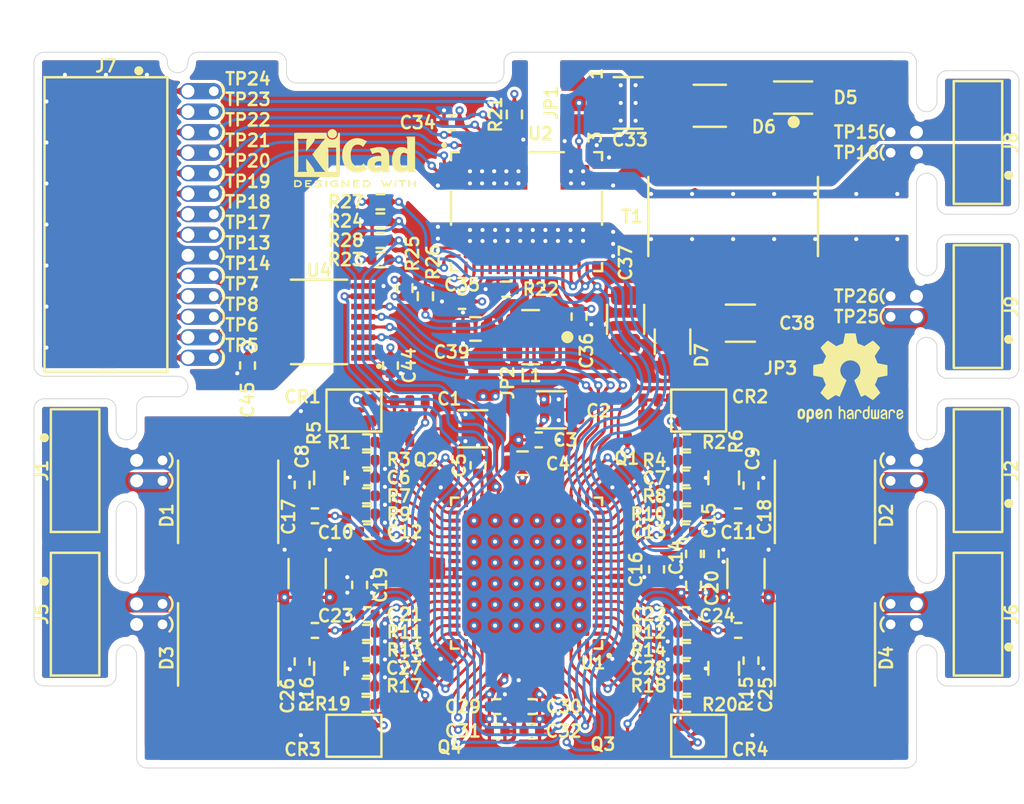
<source format=kicad_pcb>
(kicad_pcb (version 20241229) (generator "pcbnew") (generator_version "9.0")
  (layers (0 "F.Cu" signal) (4 "In1.Cu" power) (6 "In2.Cu" power) (2 "B.Cu" signal) (13 "F.Paste" user) (15 "B.Paste" user) (5 "F.SilkS" user "F.Silkscreen") (7 "B.SilkS" user "B.Silkscreen") (1 "F.Mask" user) (3 "B.Mask" user) (25 "Edge.Cuts" user))
  (net 0 "")
  (net 1 "GNDA")
  (net 2 "/REFOUT")
  (net 3 "/CPUMP_P")
  (net 4 "/CPUMP_N")
  (net 5 "/DLDO1V8")
  (net 6 "/ALDO1V8")
  (net 7 "/ALDO5V")
  (net 8 "/VDD_24V")
  (net 9 "/AVSS")
  (net 10 "/SENSELF_C")
  (net 11 "/SENSEH_A")
  (net 12 "/SENSEL_B")
  (net 13 "/SENSELF_B")
  (net 14 "/CASCODE_D")
  (net 15 "/SENSEH_D")
  (net 16 "/SENSEL_D")
  (net 17 "/CCOMP_C")
  (net 18 "/CCOMP_D")
  (net 19 "/VIOUTP_A")
  (net 20 "/SENSEHF_B")
  (net 21 "/VIOUTP_B")
  (net 22 "/SENSEHF_A")
  (net 23 "/CASCODE_C")
  (net 24 "/SENSELF_A")
  (net 25 "/SENSEL_A")
  (net 26 "/SENSEH_B")
  (net 27 "/VIOUTP_C")
  (net 28 "/CCOMP_A")
  (net 29 "/SENSELF_D")
  (net 30 "/VIOUTN_C")
  (net 31 "/VIOUTN_A")
  (net 32 "/CASCODE_B")
  (net 33 "/SENSEL_C")
  (net 34 "/CASCODE_A")
  (net 35 "/SENSEH_C")
  (net 36 "/SENSEHF_C")
  (net 37 "/VIOUTN_B")
  (net 38 "/SENSEHF_D")
  (net 39 "/VIOUTP_D")
  (net 40 "/CCOMP_B")
  (net 41 "/VIOUTN_D")
  (net 42 "/GPO_D")
  (net 43 "/GPO_A")
  (net 44 "/SDI")
  (net 45 "/SDO")
  (net 46 "/~{ALERT}")
  (net 47 "/~{RESET}")
  (net 48 "/GPO_B")
  (net 49 "/~{SYNC}")
  (net 50 "/GPO_C")
  (net 51 "/~{LDAC}")
  (net 52 "/~{ADC_RDY}")
  (net 53 "/SCLK")
  (net 54 "/CHANNEL_1")
  (net 55 "/CHANNEL_2")
  (net 56 "/CHANNEL_3")
  (net 57 "/CHANNEL_4")
  (net 58 "/3V3")
  (net 59 "Net-(CR1-Pad1)")
  (net 60 "Net-(CR1-Pad3)")
  (net 61 "Net-(CR2-Pad3)")
  (net 62 "Net-(CR2-Pad1)")
  (net 63 "Net-(CR3-Pad1)")
  (net 64 "Net-(CR3-Pad3)")
  (net 65 "Net-(CR4-Pad1)")
  (net 66 "Net-(CR4-Pad3)")
  (net 68 "/MCK")
  (net 69 "/MO")
  (net 70 "/MGPI1")
  (net 71 "/MI")
  (net 72 "/MGPI2")
  (net 73 "/MGPO3")
  (net 74 "/~{MSS}")
  (net 75 "/MVDD")
  (net 76 "/SLEW")
  (net 77 "/VINP")
  (net 78 "GND")
  (net 79 "GNDD")
  (net 80 "/SW2")
  (net 81 "/VOUT2")
  (net 82 "/VOUT1")
  (net 83 "/SWP")
  (net 88 "Net-(D5-Pad1)")
  (net 89 "Net-(D7-Pad2)")
  (net 90 "Net-(U2-PWRGD)")
  (net 91 "Net-(U2-SYNC)")
  (net 99 "/GPO_A_ISO")
  (net 100 "/GPO_D_ISO")
  (net 101 "/GPO_C_ISO")
  (net 102 "/GPO_B_ISO")
  (net 103 "/~{ADC_RDY_ISO}")
  (footprint "resistor_footprints:R_0402_1005Metric" (layer "F.Cu") (at 145.50644 60.32554 90)
    (property "Reference" "R26")
    (property "Value" "100 kΩ")
  )
  (footprint "test_point_footprints:TestPoint_THTPad_Castelated" (layer "F.Cu") (at 130.811286 53.9749)
    (property "Reference" "TP19")
    (property "Value" "TestPoint" (hide yes))
  )
  (footprint "capacitor_footprints:C_0402_1005Metric" (layer "F.Cu") (at 164.865589 73.92162 180)
    (property "Reference" "C11")
    (property "Value" "220 pF")
  )
  (footprint "resistor_footprints:R_0402_1005Metric" (layer "F.Cu") (at 161.649589 85.59292 180)
    (property "Reference" "R20")
    (property "Value" "2 kΩ")
  )
  (footprint "resistor_footprints:R_0402_1005Metric" (layer "F.Cu") (at 141.88488 72.67702)
    (property "Reference" "R7")
    (property "Value" "2 kΩ")
  )
  (footprint "resistor_footprints:R_0805_2012Metric" (layer "F.Cu") (at 139.56888 71.56958 -90)
    (property "Reference" "R5")
    (property "Value" "100 Ω")
  )
  (footprint "capacitor_footprints:C_1206_3216Metric" (layer "F.Cu") (at 165.345589 77.491147 90)
    (property "Reference" "C18")
    (property "Value" "10 µF")
  )
  (footprint "capacitor_footprints:C_0402_1005Metric" (layer "F.Cu") (at 165.65626 82.88788 -90)
    (property "Reference" "C25")
    (property "Value" "10 nF")
  )
  (footprint "capacitor_footprints:C_0402_1005Metric" (layer "F.Cu") (at 155.014136 61.584073 -90)
    (property "Reference" "C36")
    (property "Value" "100 nF")
  )
  (footprint "capacitor_footprints:C_0402_1005Metric" (layer "F.Cu") (at 152.089396 87.2577)
    (property "Reference" "C32")
    (property "Value" "2.2 µF")
  )
  (footprint "transistor_footprints:SOT-26" (layer "F.Cu") (at 158.96336 67.9489 -90)
    (property "Reference" "Q1")
    (property "Value" "-60 V")
  )
  (footprint "connector_footprints:FW-02-03-G-D-085-155" (layer "F.Cu") (at 123.82718 80.0099)
    (property "Reference" "J5")
    (property "Value" "FW-02-03-G-D-085-155")
  )
  (footprint "mouse_bite_footprints:mouse-bite-midle-50mil-200mil" (layer "F.Cu") (at 176.53 80.01 -90)
    (property "Reference" "MB6" (hide yes))
    (property "Value" "mouse-bite-midle-50mil-200mil" (hide yes))
  )
  (footprint "resistor_footprints:R_0402_1005Metric" (layer "F.Cu") (at 141.88488 70.46214)
    (property "Reference" "R3")
    (property "Value" "10 kΩ")
  )
  (footprint "capacitor_footprints:C_1206_3216Metric" (layer "F.Cu") (at 153.295588 67.35572 180)
    (property "Reference" "C2")
    (property "Value" "10 µF")
  )
  (footprint "test_point_footprints:TestPoint_THTPad_Castelated" (layer "F.Cu") (at 130.811286 55.2449)
    (property "Reference" "TP18")
    (property "Value" "TestPoint" (hide yes))
  )
  (footprint "connector_footprints:FW-02-03-G-D-085-155" (layer "F.Cu") (at 179.703726 60.96 180)
    (property "Reference" "J9")
    (property "Value" "FW-02-03-G-D-085-155")
  )
  (footprint "capacitor_footprints:C_0402_1005Metric" (layer "F.Cu") (at 161.619589 74.902448)
    (property "Reference" "C13")
    (property "Value" "10 nF")
  )
  (footprint "test_point_footprints:TestPoint_THTPad_Castelated" (layer "F.Cu") (at 130.811286 60.3249)
    (property "Reference" "TP7")
    (property "Value" "TestPoint" (hide yes))
  )
  (footprint "resistor_footprints:R_0402_1005Metric" (layer "F.Cu") (at 161.649589 84.47532 180)
    (property "Reference" "R18")
    (property "Value" "10 kΩ")
  )
  (footprint "diode_footprints:PowerDI_123" (layer "F.Cu") (at 163.107955 48.528257 180)
    (property "Reference" "D6")
    (property "Value" "100.0 V")
  )
  (footprint "capacitor_footprints:C_0402_1005Metric" (layer "F.Cu") (at 162.099589 78.199448 90)
    (property "Reference" "C20")
    (property "Value" "100 nF")
  )
  (footprint "solder_jumper_footprints:SolderJumper-3_P1.3mm_Open_RoundedPad1.0x1.5mm_NumberLabels" (layer "F.Cu") (at 154.686 48.352997 -90)
    (property "Reference" "JP1")
    (property "Value" "SolderJumper_3_Open")
  )
  (footprint "test_point_footprints:TestPoint_THTPad_Castelated" (layer "F.Cu") (at 130.811286 48.8949)
    (property "Reference" "TP23")
    (property "Value" "TestPoint" (hide yes))
  )
  (footprint "capacitor_footprints:C_0402_1005Metric" (layer "F.Cu") (at 141.91488 80.036308 180)
    (property "Reference" "C21")
    (property "Value" "10 nF")
  )
  (footprint "diode_footprints:SC_70" (layer "F.Cu") (at 162.419589 67.3989 -90)
    (property "Reference" "CR2")
    (property "Value" "100 V")
  )
  (footprint "capacitor_footprints:C_0402_1005Metric" (layer "F.Cu") (at 147.774072 60.647417 180)
    (property "Reference" "C35")
    (property "Value" "100 nF")
  )
  (footprint "capacitor_footprints:C_0402_1005Metric" (layer "F.Cu") (at 141.91488 74.902448 180)
    (property "Reference" "C12")
    (property "Value" "10 nF")
  )
  (footprint "diode_footprints:DO-214AB-2" (layer "F.Cu") (at 133.2992 73.0549 90)
    (property "Reference" "D1")
    (property "Value" "40 V")
  )
  (footprint "diode_footprints:SC_70" (layer "F.Cu") (at 141.0843 87.5411 90)
    (property "Reference" "CR3")
    (property "Value" "100 V")
  )
  (footprint "capacitor_footprints:C_0402_1005Metric" (layer "F.Cu") (at 152.516989 69.21858 180)
    (property "Reference" "C3")
    (property "Value" "100 nF")
  )
  (footprint "resistor_footprints:R_0402_1005Metric" (layer "F.Cu") (at 141.88488 69.345568)
    (property "Reference" "R1")
    (property "Value" "2 kΩ")
  )
  (footprint "connector_footprints:FW-02-03-G-D-085-155" (layer "F.Cu") (at 123.82718 71.1199)
    (property "Reference" "J1")
    (property "Value" "FW-02-03-G-D-085-155")
  )
  (footprint "no_components_footprints:Fiducial_0.5mm_Mask1mm" (layer "F.Cu") (at 128.651 88.519)
    (property "Reference" "FID1" (hide yes))
    (property "Value" "Fiducial")
  )
  (footprint "resistor_footprints:R_0402_1005Metric" (layer "F.Cu") (at 161.649589 72.67702 180)
    (property "Reference" "R8")
    (property "Value" "2 kΩ")
  )
  (footprint "resistor_footprints:R_0402_1005Metric" (layer "F.Cu") (at 161.649589 82.26044 180)
    (property "Reference" "R14")
    (property "Value" "2 kΩ")
  )
  (footprint "no_components_footprints:Fiducial_0.5mm_Mask1mm" (layer "F.Cu") (at 174.879 88.519)
    (property "Reference" "FID3" (hide yes))
    (property "Value" "Fiducial")
  )
  (footprint "resistor_footprints:R_0805_2012Metric" (layer "F.Cu") (at 139.56888 83.37804 90)
    (property "Reference" "R16")
    (property "Value" "100 Ω")
  )
  (footprint "mouse_bite_footprints:mouse-bite-midle-50mil-200mil" (layer "F.Cu") (at 176.53 71.12 -90)
    (property "Reference" "MB2" (hide yes))
    (property "Value" "mouse-bite-midle-50mil-200mil" (hide yes))
  )
  (footprint "capacitor_footprints:C_0402_1005Metric" (layer "F.Cu") (at 161.619589 71.56958)
    (property "Reference" "C7")
    (property "Value" "10 nF")
  )
  (footprint "capacitor_footprints:C_0402_1005Metric" (layer "F.Cu") (at 164.865589 81.01584 180)
    (property "Reference" "C24")
    (property "Value" "220 pF")
  )
  (footprint "diode_footprints:SC_70" (layer "F.Cu") (at 141.0843 67.3989 90)
    (property "Reference" "CR1")
    (property "Value" "100 V")
  )
  (footprint "test_point_footprints:TestPoint_THTPad_Castelated" (layer "F.Cu") (at 130.811286 47.6249)
    (property "Reference" "TP24")
    (property "Value" "TestPoint" (hide yes))
  )
  (footprint "analog_devices_footprints:21-0055_E16MS&plus_2_MXM_ADI" (layer "F.Cu") (at 138.921046 61.9124 180)
    (property "Reference" "U4")
    (property "Value" "MAX22166EAEE+T")
  )
  (footprint "capacitor_footprints:C_1206_3216Metric" (layer "F.Cu") (at 138.18888 77.491147 90)
    (property "Reference" "C17")
    (property "Value" "10 µF")
  )
  (footprint "resistor_footprints:R_0402_1005Metric" (layer "F.Cu") (at 144.23644 59.817 -90)
    (property "Reference" "R25")
    (property "Value" "100 kΩ")
  )
  (footprint "test_point_footprints:TestPoint_THTPad_Castelated" (layer "F.Cu") (at 130.811286 64.1349)
    (property "Reference" "TP5")
    (property "Value" "TestPoint" (hide yes))
  )
  (footprint "capacitor_footprints:C_1206_3216Metric" (layer "F.Cu") (at 157.895143 61.753677 90)
    (property "Reference" "C37")
    (property "Value" "10 µF")
  )
  (footprint "capacitor_footprints:C_0402_1005Metric" (layer "F.Cu") (at 152.089396 85.7337)
    (property "Reference" "C30")
    (property "Value" "100 nF")
  )
  (footprint "capacitor_footprints:C_0603_1608Metric" (layer "F.Cu") (at 151.516989 70.662248 180)
    (property "Reference" "C4")
    (property "Value" "330 nF")
  )
  (footprint "resistor_footprints:R_0402_1005Metric" (layer "F.Cu") (at 142.71752 58.05424)
    (property "Reference" "R23")
    (property "Value" "100 kΩ")
  )
  (footprint "capacitor_footprints:C_0402_1005Metric" (layer "F.Cu") (at 161.619589 83.36788)
    (property "Reference" "C28")
    (property "Value" "10 nF")
  )
  (footprint "analog_devices_footprints:CP-64-15_ADI" (layer "F.Cu") (at 151.766988 77.469448 180)
    (property "Reference" "U1")
    (property "Value" "AD74413RBCPZ")
  )
  (footprint "transformer_footprints:ZA9644" (layer "F.Cu") (at 164.550403 55.385872 -90)
    (property "Reference" "T1")
    (property "Value" "ZA9644-AED")
  )
  (footprint "test_point_footprints:TestPoint_THTPad_Castelated" (layer "F.Cu") (at 175.89754 71.7549 180)
    (property "Reference" "TP4" (hide yes))
    (property "Value" "TestPoint" (hide yes))
  )
  (footprint "test_point_footprints:TestPoint_THTPad_Castelated" (layer "F.Cu") (at 130.811286 57.7849)
    (property "Reference" "TP13")
    (property "Value" "TestPoint" (hide yes))
  )
  (footprint "capacitor_footprints:C_0402_1005Metric" (layer "F.Cu") (at 134.498178 64.6149 -90)
    (property "Reference" "C45")
    (property "Value" "100 nF")
  )
  (footprint "transistor_footprints:SOT-26" (layer "F.Cu") (at 144.54124 86.9911 90)
    (property "Reference" "Q4")
    (property "Value" "-60 V")
  )
  (footprint "mouse_bite_footprints:mouse-bite-midle-50mil-200mil" (layer "F.Cu") (at 176.530826 60.96 -90)
    (property "Reference" "MB9" (hide yes))
    (property "Value" "mouse-bite-midle-50mil-200mil" (hide yes))
  )
  (footprint "capacitor_footprints:C_0402_1005Metric" (layer "F.Cu") (at 147.138989 49.572916 180)
    (property "Reference" "C34")
    (property "Value" "100 nF")
  )
  (footprint "analog_devices_footprints:CP-41-1_ADI" (layer "F.Cu") (at 151.764132 55.084273)
    (property "Reference" "U2")
    (property "Value" "ADP1032ACPZ-5-R7")
  )
  (footprint "test_point_footprints:TestPoint_THTPad_Castelated" (layer "F.Cu") (at 130.811286 56.5149)
    (property "Reference" "TP17")
    (property "Value" "TestPoint" (hide yes))
  )
  (footprint "capacitor_footprints:C_0402_1005Metric" (layer "F.Cu") (at 141.88488 83.36788 180)
    (property "Reference" "C27")
    (property "Value" "10 nF")
  )
  (footprint "connector_footprints:FW-14-03-G-D-085-155" (layer "F.Cu") (at 125.733826 55.8799 -90)
    (property "Reference" "J7")
    (property "Value" "FW-14-03-G-D-085-155")
  )
  (footprint "connector_footprints:FW-02-03-G-D-085-155" (layer "F.Cu") (at 179.70624 80.0099 180)
    (property "Reference" "J6")
    (property "Value" "FW-02-03-G-D-085-155")
  )
  (footprint "resistor_footprints:R_0402_1005Metric" (layer "F.Cu") (at 142.71752 55.66664 180)
    (property "Reference" "R24")
    (property "Value" "100 kΩ")
  )
  (footprint "test_point_footprints:TestPoint_THTPad_Castelated" (layer "F.Cu") (at 130.811286 52.7049)
    (property "Reference" "TP20")
    (property "Value" "TestPoint" (hide yes))
  )
  (footprint "connector_footprints:FW-02-03-G-D-085-155" (layer "F.Cu") (at 179.703286 50.8 180)
    (property "Reference" "J8")
    (property "Value" "FW-02-03-G-D-085-155")
  )
  (footprint "test_point_footprints:TestPoint_THTPad_Castelated" (layer "F.Cu") (at 127.63588 79.3749)
    (property "Reference" "TP9" (hide yes))
    (property "Value" "TestPoint" (hide yes))
  )
  (footprint "transistor_footprints:SOT-26" (layer "F.Cu") (at 144.54124 68.0489 90)
    (property "Reference" "Q2")
    (property "Value" "-60 V")
  )
  (footprint "capacitor_footprints:C_0402_1005Metric" (layer "F.Cu") (at 149.944578 85.7337 180)
    (property "Reference" "C29")
    (property "Value" "100 nF")
  )
  (footprint "test_point_footprints:TestPoint_THTPad_Castelated" (layer "F.Cu") (at 127.63588 70.4849)
    (property "Reference" "TP1" (hide yes))
    (property "Value" "TestPoint" (hide yes))
  )
  (footprint "test_point_footprints:TestPoint_THTPad_Castelated" (layer "F.Cu") (at 127.63588 80.6449)
    (property "Reference" "TP11" (hide yes))
    (property "Value" "TestPoint" (hide yes))
  )
  (footprint "resistor_footprints:R_0402_1005Metric" (layer "F.Cu") (at 142.71752 54.47284)
    (property "Reference" "R27")
    (property "Value" "100 kΩ")
  )
  (footprint "test_point_footprints:TestPoint_THTPad_Castelated" (layer "F.Cu") (at 175.89754 80.6449 180)
    (property "Reference" "TP12" (hide yes))
    (property "Value" "TestPoint" (hide yes))
  )
  (footprint "test_point_footprints:TestPoint_THTPad_Castelated" (layer "F.Cu") (at 130.811286 59.0549)
    (property "Reference" "TP14")
    (property "Value" "TestPoint" (hide yes))
  )
  (footprint "capacitor_footprints:C_0402_1005Metric" (layer "F.Cu") (at 138.66888 73.92162)
    (property "Reference" "C10")
    (property "Value" "220 pF")
  )
  (footprint "test_point_footprints:TestPoint_THTPad_Castelated" (layer "F.Cu") (at 130.811286 50.1649)
    (property "Reference" "TP22")
    (property "Value" "TestPoint" (hide yes))
  )
  (footprint "diode_footprints:DO-214AB-2" (layer "F.Cu") (at 170.23334 73.0549 90)
    (property "Reference" "D2")
    (property "Value" "40 V")
  )
  (footprint "diode_footprints:SC_70" (layer "F.Cu") (at 162.419589 87.5411 -90)
    (property "Reference" "CR4")
    (property "Value" "100 V")
  )
  (footprint "capacitor_footprints:C_0402_1005Metric" (layer "F.Cu") (at 141.91488 71.56958 180)
    (property "Reference" "C6")
    (property "Value" "10 nF")
  )
  (footprint "test_point_footprints:TestPoint_THTPad_Castelated" (layer "F.Cu") (at 127.63588 71.7549)
    (property "Reference" "TP3" (hide yes))
    (property "Value" "TestPoint" (hide yes))
  )
  (footprint "resistor_footprints:R_0402_1005Metric" (layer "F.Cu") (at 161.649589 81.14284 180)
    (property "Reference" "R12")
    (property "Value" "10 kΩ")
  )
  (footprint "transistor_footprints:SOT-26" (layer "F.Cu") (at 158.96336 86.79292 -90)
    (property "Reference" "Q3")
    (property "Value" "-60 V")
  )
  (footprint "test_point_footprints:TestPoint_THTPad_Castelated" (layer "F.Cu") (at 175.89754 70.4849 180)
    (property "Reference" "TP2" (hide yes))
    (property "Value" "TestPoint" (hide yes))
  )
  (footprint "capacitor_footprints:C_0402_1005Metric" (layer "F.Cu") (at 137.87628 72.00158 90)
    (property "Reference" "C8")
    (property "Value" "10 nF")
  )
  (footprint "resistor_footprints:R_0402_1005Metric" (layer "F.Cu") (at 150.504132 59.885417)
    (property "Reference" "R22")
    (property "Value" "100 kΩ")
  )
  (footprint "test_point_footprints:TestPoint_THTPad_Castelated" (layer "F.Cu") (at 175.89754 51.4349 180)
    (property "Reference" "TP16")
    (property "Value" "TestPoint" (hide yes))
  )
  (footprint "test_point_footprints:TestPoint_THTPad_Castelated" (layer "F.Cu") (at 175.89754 60.3249 180)
    (property "Reference" "TP26")
    (property "Value" "TestPoint" (hide yes))
  )
  (footprint "capacitor_footprints:C_0402_1005Metric" (layer "F.Cu") (at 148.762989 70.795848 90)
    (property "Reference" "C5")
    (property "Value" "100 nF")
  )
  (footprint "capacitor_footprints:C_1210_200_3225Metric" (layer "F.Cu") (at 158.053984 48.352997)
    (property "Reference" "C33")
    (property "Value" "4.7 µF")
  )
  (footprint "capacitor_footprints:C_0402_1005Metric" (layer "F.Cu") (at 165.65626 72.04958 90)
    (property "Reference" "C9")
    (property "Value" "10 nF")
  )
  (footprint "capacitor_footprints:C_0402_1005Metric" (layer "F.Cu") (at 149.944578 87.2577 180)
    (property "Reference" "C31")
    (property "Value" "100 nF")
  )
  (footprint "test_point_footprints:TestPoint_THTPad_Castelated" (layer "F.Cu") (at 175.89754 79.3749 180)
    (property "Reference" "TP10" (hide yes))
    (property "Value" "TestPoint" (hide yes))
  )
  (footprint "resistor_footprints:R_0402_1005Metric" (layer "F.Cu") (at 142.71752 56.86044 180)
    (property "Reference" "R28")
    (property "Value" "100 kΩ")
  )
  (footprint "no_components_footprints:Fiducial_0.5mm_Mask1mm" (layer "F.Cu") (at 174.879 46.228 180)
    (property "Reference" "FID2" (hide yes))
    (property "Value" "Fiducial")
  )
  (footprint "mouse_bite_footprints:mouse-bite-midle-50mil-200mil" (layer "F.Cu") (at 127 80.01 90)
    (property "Reference" "MB5" (hide yes))
    (property "Value" "mouse-bite-midle-50mil-200mil" (hide yes))
  )
  (footprint "capacitor_footprints:C_0402_1005Metric" (layer "F.Cu") (at 162.099589 76.279448 -90)
    (property "Reference" "C14")
    (property "Value" "100 nF")
  )
  (footprint "capacitor_footprints:C_0402_1005Metric" (layer "F.Cu") (at 143.342458 64.6149 -90)
    (property "Reference" "C44")
    (property "Value" "100 nF")
  )
  (footprint "resistor_footprints:R_0402_1005Metric" (layer "F.Cu") (at 141.85488 84.47532)
    (property "Reference" "R17")
    (property "Value" "10 kΩ")
  )
  (footprint "Symbol:OSHW-Logo2_7.3x6mm_SilkScreen" (layer "F.Cu") (at 171.8056 65.3796)
    (property "Reference" "REF**" (hide yes))
    (property "Value" "OSHW-Logo2_7.3x6mm_SilkScreen" (hide yes))
  )
  (footprint "inductor_footprints:XFL3012" (layer "F.Cu") (at 152.01668 62.855677 180)
    (property "Reference" "L1")
    (property "Value" "100 µH")
  )
  (footprint "capacitor_footprints:C_0402_1005Metric" (layer "F.Cu") (at 161.619589 80.036308)
    (property "Reference" "C22")
    (property "Value" "10 nF")
  )
  (footprint "resistor_footprints:R_0805_2012Metric" (layer "F.Cu") (at 163.965589 83.36788 90)
    (property "Reference" "R15")
    (property "Value" "100 Ω")
  )
  (footprint "capacitor_footprints:C_1206_3216Metric" (layer "F.Cu") (at 165.000403 61.989897)
    (property "Reference" "C38")
    (property "Value" "10 µF")
  )
  (footprint "capacitor_footprints:C_0402_1005Metric" (layer "F.Cu") (at 137.87628 82.94604 -90)
    (property "Reference" "C26")
    (property "Value" "10 nF")
  )
  (footprint "resistor_footprints:R_0402_1005Metric" (layer "F.Cu") (at 141.85488 85.59292)
    (property "Reference" "R19")
    (property "Value" "2 kΩ")
  )
  (footprint "resistor_footprints:R_0402_1005Metric" (layer "F.Cu") (at 151.014134 49.066478 -90)
    (property "Reference" "R21")
    (property "Value" "100 kΩ")
  )
  (footprint "capacitor_footprints:C_0402_1005Metric" (layer "F.Cu") (at 159.813589 77.239448 -90)
    (property "Reference" "C16")
    (property "Value" "100 nF")
  )
  (footprint "test_point_footprints:TestPoint_THTPad_Castelated" (layer "F.Cu") (at 175.89754 50.1649 180)
    (property "Reference" "TP15")
    (property "Value" "TestPoint" (hide yes))
  )
  (footprint "diode_footprints:SOD_123F" (layer "F.Cu") (at 160.800403 63.139097 90)
    (property "Reference" "D7")
    (property "Value" "200.0 V")
  )
  (footprint "capacitor_footprints:C_0402_1005Metric" (layer "F.Cu") (at 138.66888 81.01838)
    (property "Reference" "C23")
    (property "Value" "220 pF")
  )
  (footprint "resistor_footprints:R_0402_1005Metric" (layer "F.Cu") (at 161.649589 70.46214 180)
    (property "Reference" "R4")
    (property "Value" "10 kΩ")
  )
  (footprint "diode_footprints:SOD_123" (layer "F.Cu") (at 168.263126 48.020257)
    (property "Reference" "D5")
    (property "Value" "62.0 V")
  )
  (footprint "resistor_footprints:R_0402_1005Metric" (layer "F.Cu") (at 141.88488 73.79462)
    (property "Reference" "R9")
    (property "Value" "10 kΩ")
  )
  (footprint "capacitor_footprints:C_0402_1005Metric" (layer "F.Cu") (at 163.196989 76.279448 -90)
    (property "Reference" "C15")
    (property "Value" "2.2 µF")
  )
  (footprint "mouse_bite_footprints:mouse-bite-50mil-790mil" (layer "F.Cu") (at 130.302 55.88 -90)
    (property "Reference" "MB7" (hide yes))
    (property "Value" "mouse-bite-midle-50mil-200mil" (hide yes))
  )
  (footprint "test_point_footprints:TestPoint_THTPad_Castelated" (layer "F.Cu") (at 175.89754 61.5949 180)
    (property "Reference" "TP25")
    (property "Value" "TestPoint" (hide yes))
  )
  (footprint "Symbol:KiCad-Logo2_5mm_SilkScreen" (layer "F.Cu") (at 141.1478 51.7652)
    (property "Reference" "REF**" (hide yes))
    (property "Value" "KiCad-Logo2_5mm_SilkScreen" (hide yes))
  )
  (footprint "solder_jumper_footprints:SolderJumper-2_P1.3mm_Bridged_RoundedPad1.0x1.5mm" (layer "F.Cu") (at 165.000403 64.78016)
    (property "Reference" "JP3")
    (property "Value" "SolderJumper_2_Bridged")
  )
  (footprint "resistor_footprints:R_0805_2012Metric" (layer "F.Cu") (at 163.965589 71.56958 -90)
    (property "Reference" "R6")
    (property "Value" "100 Ω")
  )
  (footprint "mouse_bite_footprints:mouse-bite-midle-50mil-200mil" (layer "F.Cu") (at 176.530826 50.8 -90)
    (property "Reference" "MB8" (hide yes))
    (property "Value" "mouse-bite-midle-50mil-200mil" (hide yes))
  )
  (footprint "capacitor_footprints:C_1206_3216Metric" (layer "F.Cu") (at 148.44088 68.5292 180)
    (property "Reference" "C1")
    (property "Value" "10 µF")
  )
  (footprint "resistor_footprints:R_0402_1005Metric" (layer "F.Cu") (at 141.88488 81.14284)
    (property "Reference" "R11")
    (property "Value" "10 kΩ")
  )
  (footprint "capacitor_footprints:C_0603_1608Metric" (layer "F.Cu") (at 148.606923 62.347677 180)
    (property "Reference" "C39")
    (property "Value" "4.7 µF")
  )
  (footprint "diode_footprints:DO-214AB-2" (layer "F.Cu") (at 170.23334 81.8849 -90)
    (property "Reference" "D4")
    (property "Value" "40 V")
  )
  (footprint "resistor_footprints:R_0402_1005Metric" (layer "F.Cu") (at 161.649589 73.79462 180)
    (property "Reference" "R10")
    (property "Value" "10 kΩ")
  )
  (footprint "solder_jumper_footprints:SolderJumper-2_P1.3mm_Bridged_RoundedPad1.0x1.5mm" (layer "F.Cu") (at 149.081923 64.961477 -90)
    (property "Reference" "JP2")
    (property "Value" "SolderJumper_2_Bridged")
  )
  (footprint "test_point_footprints:TestPoint_THTPad_Castelated" (layer "F.Cu") (at 130.811286 51.4349)
    (property "Reference" "TP21")
    (property "Value" "TestPoint" (hide yes))
  )
  (footprint "resistor_footprints:R_0402_1005Metric" (layer "F.Cu") (at 161.649589 69.345568 180)
    (property "Reference" "R2")
    (property "Value" "2 kΩ")
  )
  (footprint "connector_footprints:FW-02-03-G-D-085-155" (layer "F.Cu") (at 179.70624 71.1199 180)
    (property "Reference" "J2")
    (property "Value" "FW-02-03-G-D-085-155")
  )
  (footprint "test_point_footprints:TestPoint_THTPad_Castelated" (layer "F.Cu") (at 130.811286 61.5949)
    (property "Reference" "TP8")
    (property "Value" "TestPoint" (hide yes))
  )
  (footprint "mouse_bite_footprints:mouse-bite-midle-50mil-200mil" (layer "F.Cu") (at 127 71.12 90)
    (property "Reference" "MB1" (hide yes))
    (property "Value" "mouse-bite-midle-50mil-200mil" (hide yes))
  )
  (footprint "capacitor_footprints:C_0402_1005Metric" (layer "F.Cu") (at 141.43482 78.199448 90)
    (property "Reference" "C19")
    (property "Value" "100 nF")
  )
  (footprint "test_point_footprints:TestPoint_THTPad_Castelated" (layer "F.Cu") (at 130.811286 62.8649)
    (property "Reference" "TP6")
    (property "Value" "TestPoint" (hide yes))
  )
  (footprint "diode_footprints:DO-214AB-2" (layer "F.Cu") (at 133.2992 81.8849 -90)
    (property "Reference" "D3")
    (property "Value" "40 V")
  )
  (footprint "resistor_footprints:R_0402_1005Metric" (layer "F.Cu") (at 141.88488 82.26044)
    (property "Reference" "R13")
    (property "Value" "2 kΩ")
  )
  (gr_arc (start 150.368 45.847) (mid 150.553987 45.397987) (end 151.003 45.212) (stroke (width 0.05)) (layer "Edge.Cuts"))
  (gr_arc (start 176.53 69.215) (mid 176.080987 69.029013) (end 175.895 68.58) (stroke (width 0.05)) (layer "Edge.Cuts"))
  (gr_arc (start 176.53 59.055) (mid 176.080987 58.869013) (end 175.895 58.42) (stroke (width 0.05)) (layer "Edge.Cuts"))
  (gr_arc (start 182.245 83.82) (mid 182.059013 84.269013) (end 181.61 84.455) (stroke (width 0.05)) (layer "Edge.Cuts"))
  (gr_line (start 175.895 63.5) (end 175.895 68.58) (stroke (width 0.05)) (layer "Edge.Cuts"))
  (gr_line (start 177.165 58.42) (end 177.165 57.15) (stroke (width 0.05)) (layer "Edge.Cuts"))
  (gr_line (start 175.895 45.847) (end 175.895 48.26) (stroke (width 0.05)) (layer "Edge.Cuts"))
  (gr_arc (start 176.53 48.895) (mid 176.080987 48.709013) (end 175.895 48.26) (stroke (width 0.05)) (layer "Edge.Cuts"))
  (gr_line (start 121.92 45.212) (end 128.905 45.212) (stroke (width 0.05)) (layer "Edge.Cuts"))
  (gr_line (start 127.635 68.58) (end 127.635 67.183) (stroke (width 0.05)) (layer "Edge.Cuts"))
  (gr_arc (start 176.53 52.705) (mid 176.979013 52.890987) (end 177.165 53.34) (stroke (width 0.05)) (layer "Edge.Cuts"))
  (gr_arc (start 121.92 65.278) (mid 121.470987 65.092013) (end 121.285 64.643) (stroke (width 0.05)) (layer "Edge.Cuts"))
  (gr_line (start 126.365 82.55) (end 126.365 83.82) (stroke (width 0.05)) (layer "Edge.Cuts"))
  (gr_arc (start 175.895 73.66) (mid 176.080987 73.210987) (end 176.53 73.025) (stroke (width 0.05)) (layer "Edge.Cuts"))
  (gr_arc (start 121.285 45.847) (mid 121.470987 45.397987) (end 121.92 45.212) (stroke (width 0.05)) (layer "Edge.Cuts"))
  (gr_arc (start 127 81.915) (mid 127.449013 82.100987) (end 127.635 82.55) (stroke (width 0.05)) (layer "Edge.Cuts"))
  (gr_arc (start 127.635 77.47) (mid 127.449013 77.919013) (end 127 78.105) (stroke (width 0.05)) (layer "Edge.Cuts"))
  (gr_line (start 181.61 55.245) (end 177.8 55.245) (stroke (width 0.05)) (layer "Edge.Cuts"))
  (gr_arc (start 175.895 82.55) (mid 176.080987 82.100987) (end 176.53 81.915) (stroke (width 0.05)) (layer "Edge.Cuts"))
  (gr_arc (start 177.165 58.42) (mid 176.979013 58.869013) (end 176.53 59.055) (stroke (width 0.05)) (layer "Edge.Cuts"))
  (gr_arc (start 177.165 46.99) (mid 177.350987 46.540987) (end 177.8 46.355) (stroke (width 0.05)) (layer "Edge.Cuts"))
  (gr_arc (start 130.175 46.482) (mid 129.725987 46.296013) (end 129.54 45.847) (stroke (width 0.05)) (layer "Edge.Cuts"))
  (gr_arc (start 127.635 68.58) (mid 127.449013 69.029013) (end 127 69.215) (stroke (width 0.05)) (layer "Edge.Cuts"))
  (gr_line (start 182.245 67.31) (end 182.245 83.82) (stroke (width 0.05)) (layer "Edge.Cuts"))
  (gr_line (start 126.365 73.66) (end 126.365 77.47) (stroke (width 0.05)) (layer "Edge.Cuts"))
  (gr_arc (start 177.165 67.31) (mid 177.350987 66.860987) (end 177.8 66.675) (stroke (width 0.05)) (layer "Edge.Cuts"))
  (gr_arc (start 125.73 66.675) (mid 126.179013 66.860987) (end 126.365 67.31) (stroke (width 0.05)) (layer "Edge.Cuts"))
  (gr_arc (start 176.53 81.915) (mid 176.979013 82.100987) (end 177.165 82.55) (stroke (width 0.05)) (layer "Edge.Cuts"))
  (gr_line (start 126.365 67.31) (end 126.365 68.58) (stroke (width 0.05)) (layer "Edge.Cuts"))
  (gr_line (start 177.165 83.82) (end 177.165 82.55) (stroke (width 0.05)) (layer "Edge.Cuts"))
  (gr_line (start 127.635 77.47) (end 127.635 73.66) (stroke (width 0.05)) (layer "Edge.Cuts"))
  (gr_arc (start 175.895 53.34) (mid 176.080987 52.890987) (end 176.53 52.705) (stroke (width 0.05)) (layer "Edge.Cuts"))
  (gr_line (start 127.635 88.9) (end 127.635 82.55) (stroke (width 0.05)) (layer "Edge.Cuts"))
  (gr_arc (start 127.635 67.183) (mid 127.820987 66.733987) (end 128.27 66.548) (stroke (width 0.05)) (layer "Edge.Cuts"))
  (gr_arc (start 130.81 65.913) (mid 130.624013 66.362013) (end 130.175 66.548) (stroke (width 0.05)) (layer "Edge.Cuts"))
  (gr_arc (start 130.175 65.278) (mid 130.624013 65.463987) (end 130.81 65.913) (stroke (width 0.05)) (layer "Edge.Cuts"))
  (gr_arc (start 130.81 45.847) (mid 130.995987 45.397987) (end 131.445 45.212) (stroke (width 0.05)) (layer "Edge.Cuts"))
  (gr_arc (start 175.895 63.5) (mid 176.080987 63.050987) (end 176.53 62.865) (stroke (width 0.05)) (layer "Edge.Cuts"))
  (gr_arc (start 177.8 65.405) (mid 177.350987 65.219013) (end 177.165 64.77) (stroke (width 0.05)) (layer "Edge.Cuts"))
  (gr_line (start 181.61 65.405) (end 177.8 65.405) (stroke (width 0.05)) (layer "Edge.Cuts"))
  (gr_arc (start 127 78.105) (mid 126.550987 77.919013) (end 126.365 77.47) (stroke (width 0.05)) (layer "Edge.Cuts"))
  (gr_line (start 182.245 46.99) (end 182.245 54.61) (stroke (width 0.05)) (layer "Edge.Cuts"))
  (gr_arc (start 176.53 73.025) (mid 176.979013 73.210987) (end 177.165 73.66) (stroke (width 0.05)) (layer "Edge.Cuts"))
  (gr_arc (start 177.165 57.15) (mid 177.350987 56.700987) (end 177.8 56.515) (stroke (width 0.05)) (layer "Edge.Cuts"))
  (gr_arc (start 176.53 62.865) (mid 176.979013 63.050987) (end 177.165 63.5) (stroke (width 0.05)) (layer "Edge.Cuts"))
  (gr_arc (start 127 69.215) (mid 126.550987 69.029013) (end 126.365 68.58) (stroke (width 0.05)) (layer "Edge.Cuts"))
  (gr_line (start 177.165 68.58) (end 177.165 67.31) (stroke (width 0.05)) (layer "Edge.Cuts"))
  (gr_line (start 177.165 64.77) (end 177.165 63.5) (stroke (width 0.05)) (layer "Edge.Cuts"))
  (gr_arc (start 126.365 73.66) (mid 126.550987 73.210987) (end 127 73.025) (stroke (width 0.05)) (layer "Edge.Cuts"))
  (gr_line (start 177.165 54.61) (end 177.165 53.34) (stroke (width 0.05)) (layer "Edge.Cuts"))
  (gr_line (start 175.26 89.535) (end 128.27 89.535) (stroke (width 0.05)) (layer "Edge.Cuts"))
  (gr_arc (start 136.271 45.212) (mid 136.720013 45.397987) (end 136.906 45.847) (stroke (width 0.05)) (layer "Edge.Cuts"))
  (gr_arc (start 181.61 56.515) (mid 182.059013 56.700987) (end 182.245 57.15) (stroke (width 0.05)) (layer "Edge.Cuts"))
  (gr_line (start 175.26 45.212) (end 151.003 45.212) (stroke (width 0.05)) (layer "Edge.Cuts"))
  (gr_line (start 137.541 47.117) (end 149.733 47.117) (stroke (width 0.05)) (layer "Edge.Cuts"))
  (gr_arc (start 128.905 45.212) (mid 129.354013 45.397987) (end 129.54 45.847) (stroke (width 0.05)) (layer "Edge.Cuts"))
  (gr_arc (start 150.368 46.482) (mid 150.182013 46.931013) (end 149.733 47.117) (stroke (width 0.05)) (layer "Edge.Cuts"))
  (gr_line (start 125.73 84.455) (end 121.92 84.455) (stroke (width 0.05)) (layer "Edge.Cuts"))
  (gr_line (start 125.73 66.675) (end 121.92 66.675) (stroke (width 0.05)) (layer "Edge.Cuts"))
  (gr_line (start 175.895 82.55) (end 175.895 88.9) (stroke (width 0.05)) (layer "Edge.Cuts"))
  (gr_line (start 121.285 83.82) (end 121.285 67.31) (stroke (width 0.05)) (layer "Edge.Cuts"))
  (gr_arc (start 137.541 47.117) (mid 137.091987 46.931013) (end 136.906 46.482) (stroke (width 0.05)) (layer "Edge.Cuts"))
  (gr_arc (start 176.53 78.105) (mid 176.080987 77.919013) (end 175.895 77.47) (stroke (width 0.05)) (layer "Edge.Cuts"))
  (gr_arc (start 177.165 77.47) (mid 176.979013 77.919013) (end 176.53 78.105) (stroke (width 0.05)) (layer "Edge.Cuts"))
  (gr_arc (start 127 73.025) (mid 127.449013 73.210987) (end 127.635 73.66) (stroke (width 0.05)) (layer "Edge.Cuts"))
  (gr_line (start 177.165 77.47) (end 177.165 73.66) (stroke (width 0.05)) (layer "Edge.Cuts"))
  (gr_arc (start 175.26 45.212) (mid 175.709013 45.397987) (end 175.895 45.847) (stroke (width 0.05)) (layer "Edge.Cuts"))
  (gr_arc (start 128.27 89.535) (mid 127.820987 89.349013) (end 127.635 88.9) (stroke (width 0.05)) (layer "Edge.Cuts"))
  (gr_arc (start 175.895 88.9) (mid 175.709013 89.349013) (end 175.26 89.535) (stroke (width 0.05)) (layer "Edge.Cuts"))
  (gr_line (start 181.61 84.455) (end 177.8 84.455) (stroke (width 0.05)) (layer "Edge.Cuts"))
  (gr_line (start 130.175 65.278) (end 121.92 65.278) (stroke (width 0.05)) (layer "Edge.Cuts"))
  (gr_line (start 177.8 46.355) (end 181.61 46.355) (stroke (width 0.05)) (layer "Edge.Cuts"))
  (gr_arc (start 177.8 84.455) (mid 177.350987 84.269013) (end 177.165 83.82) (stroke (width 0.05)) (layer "Edge.Cuts"))
  (gr_arc (start 181.61 66.675) (mid 182.059013 66.860987) (end 182.245 67.31) (stroke (width 0.05)) (layer "Edge.Cuts"))
  (gr_line (start 136.271 45.212) (end 131.445 45.212) (stroke (width 0.05)) (layer "Edge.Cuts"))
  (gr_arc (start 126.365 83.82) (mid 126.179013 84.269013) (end 125.73 84.455) (stroke (width 0.05)) (layer "Edge.Cuts"))
  (gr_line (start 182.245 57.15) (end 182.245 64.77) (stroke (width 0.05)) (layer "Edge.Cuts"))
  (gr_arc (start 126.365 82.55) (mid 126.550987 82.100987) (end 127 81.915) (stroke (width 0.05)) (layer "Edge.Cuts"))
  (gr_line (start 128.27 66.548) (end 130.175 66.548) (stroke (width 0.05)) (layer "Edge.Cuts"))
  (gr_line (start 175.895 73.66) (end 175.895 77.47) (stroke (width 0.05)) (layer "Edge.Cuts"))
  (gr_line (start 177.8 56.515) (end 181.61 56.515) (stroke (width 0.05)) (layer "Edge.Cuts"))
  (gr_line (start 121.285 64.643) (end 121.285 45.847) (stroke (width 0.05)) (layer "Edge.Cuts"))
  (gr_line (start 177.8 66.675) (end 181.61 66.675) (stroke (width 0.05)) (layer "Edge.Cuts"))
  (gr_arc (start 177.165 48.26) (mid 176.979013 48.709013) (end 176.53 48.895) (stroke (width 0.05)) (layer "Edge.Cuts"))
  (gr_line (start 136.906 45.847) (end 136.906 46.482) (stroke (width 0.05)) (layer "Edge.Cuts"))
  (gr_arc (start 121.285 67.31) (mid 121.470987 66.860987) (end 121.92 66.675) (stroke (width 0.05)) (layer "Edge.Cuts"))
  (gr_arc (start 182.245 54.61) (mid 182.059013 55.059013) (end 181.61 55.245) (stroke (width 0.05)) (layer "Edge.Cuts"))
  (gr_arc (start 130.81 45.847) (mid 130.624013 46.296013) (end 130.175 46.482) (stroke (width 0.05)) (layer "Edge.Cuts"))
  (gr_line (start 177.165 46.99) (end 177.165 48.26) (stroke (width 0.05)) (layer "Edge.Cuts"))
  (gr_arc (start 181.61 46.355) (mid 182.059013 46.540987) (end 182.245 46.99) (stroke (width 0.05)) (layer "Edge.Cuts"))
  (gr_arc (start 177.165 68.58) (mid 176.979013 69.029013) (end 176.53 69.215) (stroke (width 0.05)) (layer "Edge.Cuts"))
  (gr_line (start 175.895 53.34) (end 175.895 58.42) (stroke (width 0.05)) (layer "Edge.Cuts"))
  (gr_arc (start 121.92 84.455) (mid 121.470987 84.269013) (end 121.285 83.82) (stroke (width 0.05)) (layer "Edge.Cuts"))
  (gr_arc (start 177.8 55.245) (mid 177.350987 55.059013) (end 177.165 54.61) (stroke (width 0.05)) (layer "Edge.Cuts"))
  (gr_line (start 150.368 45.847) (end 150.368 46.482) (stroke (width 0.05)) (layer "Edge.Cuts"))
  (gr_arc (start 182.245 64.77) (mid 182.059013 65.219013) (end 181.61 65.405) (stroke (width 0.05)) (layer "Edge.Cuts"))
  (segment (start 141.40488 83.36788) (end 140.67288 83.36788) (width 0.1778) (layer "F.Cu") (net 1))
  (segment (start 162.099589 83.3755) (end 162.861589 83.3755) (width 0.1778) (layer "F.Cu") (net 1))
  (segment (start 137.87628 83.42604) (end 137.11428 83.42604) (width 0.1778) (layer "F.Cu") (net 1))
  (segment (start 162.099589 80.036308) (end 162.861589 80.036308) (width 0.1778) (layer "F.Cu") (net 1))
  (segment (start 165.65626 83.36788) (end 166.41826 83.36788) (width 0.1778) (layer "F.Cu") (net 1))
  (segment (start 162.099589 74.902448) (end 162.861589 74.902448) (width 0.1778) (layer "F.Cu") (net 1))
  (segment (start 162.099589 71.56958) (end 162.861589 71.56958) (width 0.1778) (layer "F.Cu") (net 1))
  (segment (start 141.43482 77.719448) (end 142.19682 77.719448) (width 0.1778) (layer "F.Cu") (net 1))
  (segment (start 141.43488 71.56958) (end 140.67288 71.56958) (width 0.1778) (layer "F.Cu") (net 1))
  (segment (start 137.87628 71.52158) (end 137.11428 71.52158) (width 0.1778) (layer "F.Cu") (net 1))
  (segment (start 163.196989 76.759448) (end 163.958989 76.759448) (width 0.1778) (layer "F.Cu") (net 1))
  (segment (start 165.65626 71.56958) (end 166.41826 71.56958) (width 0.1778) (layer "F.Cu") (net 1))
  (segment (start 162.099589 76.759448) (end 161.337589 76.759448) (width 0.1778) (layer "F.Cu") (net 1))
  (segment (start 159.813589 77.719448) (end 159.051589 77.719448) (width 0.1778) (layer "F.Cu") (net 1))
  (segment (start 161.619529 76.759448) (end 162.716929 76.759448) (width 0.1778) (layer "F.Cu") (net 1))
  (segment (start 141.43488 74.902448) (end 140.67288 74.902448) (width 0.1778) (layer "F.Cu") (net 1))
  (segment (start 162.099589 77.719448) (end 161.337589 77.719448) (width 0.1778) (layer "F.Cu") (net 1))
  (via (at 169.630403 56.782872) (size 0.508) (drill 0.254) (layers "F.Cu" "B.Cu") (net 1))
  (via (at 153.716989 79.419449) (size 0.508) (drill 0.254) (layers "F.Cu" "B.Cu") (net 1))
  (via (at 149.464578 84.9717) (size 0.508) (drill 0.254) (layers "F.Cu" "B.Cu") (net 1))
  (via (at 150.59747 56.902175) (size 0.508) (drill 0.254) (layers "F.Cu" "B.Cu") (net 1))
  (via (at 161.337589 77.719448) (size 0.508) (drill 0.254) (layers "F.Cu" "B.Cu") (net 1))
  (via (at 160.5026 80.589574) (size 0.508) (drill 0.254) (layers "F.Cu" "B.Cu") (net 1))
  (via (at 148.516987 75.519447) (size 0.508) (drill 0.254) (layers "F.Cu" "B.Cu") (net 1))
  (via (at 152.153024 56.902175) (size 0.508) (drill 0.254) (layers "F.Cu" "B.Cu") (net 1))
  (via (at 143.002 72.1233) (size 0.508) (drill 0.254) (layers "F.Cu" "B.Cu") (net 1))
  (via (at 155.264136 56.220077) (size 0.508) (drill 0.254) (layers "F.Cu" "B.Cu") (net 1))
  (via (at 140.67282 78.679448) (size 0.508) (drill 0.254) (layers "F.Cu" "B.Cu") (net 1))
  (via (at 142.99988 74.348534) (size 0.508) (drill 0.254) (layers "F.Cu" "B.Cu") (net 1))
  (via (at 146.458388 72.160848) (size 0.508) (drill 0.254) (layers "F.Cu" "B.Cu") (net 1))
  (via (at 149.816987 74.219447) (size 0.508) (drill 0.254) (layers "F.Cu" "B.Cu") (net 1))
  (via (at 153.716989 78.119448) (size 0.508) (drill 0.254) (layers "F.Cu" "B.Cu") (net 1))
  (via (at 148.516987 79.419449) (size 0.508) (drill 0.254) (layers "F.Cu" "B.Cu") (net 1))
  (via (at 160.504589 83.9216) (size 0.508) (drill 0.254) (layers "F.Cu" "B.Cu") (net 1))
  (via (at 137.797539 87.503) (size 0.508) (drill 0.254) (layers "F.Cu" "B.Cu") (net 1))
  (via (at 148.264139 56.902175) (size 0.508) (drill 0.254) (layers "F.Cu" "B.Cu") (net 1))
  (via (at 143.977458 65.0949) (size 0.508) (drill 0.254) (layers "F.Cu" "B.Cu") (net 1))
  (via (at 162.86226 77.719448) (size 0.508) (drill 0.254) (layers "F.Cu" "B.Cu") (net 1))
  (via (at 153.716989 75.519447) (size 0.508) (drill 0.254) (layers "F.Cu" "B.Cu") (net 1))
  (via (at 146.277735 56.754974) (size 0.508) (drill 0.254) (layers "F.Cu" "B.Cu") (net 1))
  (via (at 149.819693 56.220077) (size 0.508) (drill 0.254) (layers "F.Cu" "B.Cu") (net 1))
  (via (at 155.264136 56.902175) (size 0.508) (drill 0.254) (layers "F.Cu" "B.Cu") (net 1))
  (via (at 142.19682 77.719448) (size 0.508) (drill 0.254) (layers "F.Cu" "B.Cu") (net 1))
  (via (at 151.116988 74.219447) (size 0.508) (drill 0.254) (layers "F.Cu" "B.Cu") (net 1))
  (via (at 157.075588 82.778048) (size 0.508) (drill 0.254) (layers "F.Cu" "B.Cu") (net 1))
  (via (at 140.67288 80.036308) (size 0.508) (drill 0.254) (layers "F.Cu" "B.Cu") (net 1))
  (via (at 147.831923 61.331677) (size 0.508) (drill 0.254) (layers "F.Cu" "B.Cu") (net 1))
  (via (at 140.67288 74.902448) (size 0.508) (drill 0.254) (layers "F.Cu" "B.Cu") (net 1))
  (via (at 152.416988 76.819448) (size 0.508) (drill 0.254) (layers "F.Cu" "B.Cu") (net 1))
  (via (at 166.742589 76.016147) (size 0.508) (drill 0.254) (layers "F.Cu" "B.Cu") (net 1))
  (via (at 147.98188 69.302199) (size 0.508) (drill 0.254) (layers "F.Cu" "B.Cu") (net 1))
  (via (at 157.123535 56.334273) (size 0.508) (drill 0.254) (layers "F.Cu" "B.Cu") (net 1))
  (via (at 147.831923 63.236677) (size 0.508) (drill 0.254) (layers "F.Cu" "B.Cu") (net 1))
  (via (at 149.816987 79.419449) (size 0.508) (drill 0.254) (layers "F.Cu" "B.Cu") (net 1))
  (via (at 174.710403 56.782872) (size 0.508) (drill 0.254) (layers "F.Cu" "B.Cu") (net 1))
  (via (at 153.708578 56.902175) (size 0.508) (drill 0.254) (layers "F.Cu" "B.Cu") (net 1))
  (via (at 152.416988 79.419449) (size 0.508) (drill 0.254) (layers "F.Cu" "B.Cu") (net 1))
  (via (at 140.67288 83.36788) (size 0.508) (drill 0.254) (layers "F.Cu" "B.Cu") (net 1))
  (via (at 143.002 80.589574) (size 0.508) (drill 0.254) (layers "F.Cu" "B.Cu") (net 1))
  (via (at 137.797539 67.437) (size 0.508) (drill 0.254) (layers "F.Cu" "B.Cu") (net 1))
  (via (at 143.002 71.01586) (size 0.508) (drill 0.254) (layers "F.Cu" "B.Cu") (net 1))
  (via (at 152.930801 56.902175) (size 0.508) (drill 0.254) (layers "F.Cu" "B.Cu") (net 1))
  (via (at 151.116988 80.719449) (size 0.508) (drill 0.254) (layers "F.Cu" "B.Cu") (net 1))
  (via (at 147.98188 67.6292) (size 0.508) (drill 0.254) (layers "F.Cu" "B.Cu") (net 1))
  (via (at 149.041916 56.220077) (size 0.508) (drill 0.254) (layers "F.Cu" "B.Cu") (net 1))
  (via (at 160.5026 71.013774) (size 0.508) (drill 0.254) (layers "F.Cu" "B.Cu") (net 1))
  (via (at 142.915798 59.6899) (size 0.508) (drill 0.254) (layers "F.Cu" "B.Cu") (net 1))
  (via (at 153.708578 56.220077) (size 0.508) (drill 0.254) (layers "F.Cu" "B.Cu") (net 1))
  (via (at 162.861589 83.3755) (size 0.508) (drill 0.254) (layers "F.Cu" "B.Cu") (net 1))
  (via (at 144.87144 59.81554) (size 0.508) (drill 0.254) (layers "F.Cu" "B.Cu") (net 1))
  (via (at 139.58588 76.016147) (size 0.508) (drill 0.254) (layers "F.Cu" "B.Cu") (net 1))
  (via (at 149.232132 59.885417) (size 0.508) (drill 0.254) (layers "F.Cu" "B.Cu") (net 1))
  (via (at 155.016989 74.219447) (size 0.508) (drill 0.254) (layers "F.Cu" "B.Cu") (net 1))
  (via (at 149.889988 72.110048) (size 0.508) (drill 0.254) (layers "F.Cu" "B.Cu") (net 1))
  (via (at 164.550403 56.782872) (size 0.508) (drill 0.254) (layers "F.Cu" "B.Cu") (net 1))
  (via (at 148.264139 56.220077) (size 0.508) (drill 0.254) (layers "F.Cu" "B.Cu") (net 1))
  (via (at 146.532072 60.647417) (size 0.508) (drill 0.254) (layers "F.Cu" "B.Cu") (net 1))
  (via (at 151.116988 75.519447) (size 0.508) (drill 0.254) (layers "F.Cu" "B.Cu") (net 1))
  (via (at 151.116988 76.819448) (size 0.508) (drill 0.254) (layers "F.Cu" "B.Cu") (net 1))
  (via (at 151.116988 78.119448) (size 0.508) (drill 0.254) (layers "F.Cu" "B.Cu") (net 1))
  (via (at 146.277735 56.023273) (size 0.508) (drill 0.254) (layers "F.Cu" "B.Cu") (net 1))
  (via (at 137.797539 84.963) (size 0.508) (drill 0.254) (layers "F.Cu" "B.Cu") (net 1))
  (via (at 160.504589 74.3458) (size 0.508) (drill 0.254) (layers "F.Cu" "B.Cu") (net 1))
  (via (at 154.486355 56.902175) (size 0.508) (drill 0.254) (layers "F.Cu" "B.Cu") (net 1))
  (via (at 151.375247 56.902175) (size 0.508) (drill 0.254) (layers "F.Cu" "B.Cu") (net 1))
  (via (at 160.5026 81.70164) (size 0.508) (drill 0.254) (layers "F.Cu" "B.Cu") (net 1))
  (via (at 143.002 82.81416) (size 0.508) (drill 0.254) (layers "F.Cu" "B.Cu") (net 1))
  (via (at 157.123535 57.084273) (size 0.508) (drill 0.254) (layers "F.Cu" "B.Cu") (net 1))
  (via (at 160.5026 72.12584) (size 0.508) (drill 0.254) (layers "F.Cu" "B.Cu") (net 1))
  (via (at 165.737539 69.977) (size 0.508) (drill 0.254) (layers "F.Cu" "B.Cu") (net 1))
  (via (at 163.948589 76.016147) (size 0.508) (drill 0.254) (layers "F.Cu" "B.Cu") (net 1))
  (via (at 152.416988 80.719449) (size 0.508) (drill 0.254) (layers "F.Cu" "B.Cu") (net 1))
  (via (at 148.516987 76.819448) (size 0.508) (drill 0.254) (layers "F.Cu" "B.Cu") (net 1))
  (via (at 149.816987 75.519447) (size 0.508) (drill 0.254) (layers "F.Cu" "B.Cu") (net 1))
  (via (at 160.5026 82.81416) (size 0.508) (drill 0.254) (layers "F.Cu" "B.Cu") (net 1))
  (via (at 136.79188 76.016147) (size 0.508) (drill 0.254) (layers "F.Cu" "B.Cu") (net 1))
  (via (at 140.67282 77.719448) (size 0.508) (drill 0.254) (layers "F.Cu" "B.Cu") (net 1))
  (via (at 157.123535 57.834273) (size 0.508) (drill 0.254) (layers "F.Cu" "B.Cu") (net 1))
  (via (at 140.67288 71.56958) (size 0.508) (drill 0.254) (layers "F.Cu" "B.Cu") (net 1))
  (via (at 152.569396 84.9717) (size 0.508) (drill 0.254) (layers "F.Cu" "B.Cu") (net 1))
  (via (at 149.816987 76.819448) (size 0.508) (drill 0.254) (layers "F.Cu" "B.Cu") (net 1))
  (via (at 150.59747 56.220077) (size 0.508) (drill 0.254) (layers "F.Cu" "B.Cu") (net 1))
  (via (at 153.716989 74.219447) (size 0.508) (drill 0.254) (layers "F.Cu" "B.Cu") (net 1))
  (via (at 165.737539 87.503) (size 0.508) (drill 0.254) (layers "F.Cu" "B.Cu") (net 1))
  (via (at 151.116988 79.419449) (size 0.508) (drill 0.254) (layers "F.Cu" "B.Cu") (net 1))
  (via (at 162.861589 80.036308) (size 0.508) (drill 0.254) (layers "F.Cu" "B.Cu") (net 1))
  (via (at 152.416988 78.119448) (size 0.508) (drill 0.254) (layers "F.Cu" "B.Cu") (net 1))
  (via (at 154.486355 56.220077) (size 0.508) (drill 0.254) (layers "F.Cu" "B.Cu") (net 1))
  (via (at 155.016989 76.819448) (size 0.508) (drill 0.254) (layers "F.Cu" "B.Cu") (net 1))
  (via (at 157.075588 72.160848) (size 0.508) (drill 0.254) (layers "F.Cu" "B.Cu") (net 1))
  (via (at 143.002 81.70164) (size 0.508) (drill 0.254) (layers "F.Cu" "B.Cu") (net 1))
  (via (at 155.016989 75.519447) (size 0.508) (drill 0.254) (layers "F.Cu" "B.Cu") (net 1))
  (via (at 141.57252 56.86044) (size 0.508) (drill 0.254) (layers "F.Cu" "B.Cu") (net 1))
  (via (at 153.716989 80.719449) (size 0.508) (drill 0.254) (layers "F.Cu" "B.Cu") (net 1))
  (via (at 162.010403 56.782872) (size 0.508) (drill 0.254) (layers "F.Cu" "B.Cu") (net 1))
  (via (at 137.11428 71.52158) (size 0.508) (drill 0.254) (layers "F.Cu" "B.Cu") (net 1))
  (via (at 152.930801 56.220077) (size 0.508) (drill 0.254) (layers "F.Cu" "B.Cu") (net 1))
  (via (at 166.41826 83.36788) (size 0.508) (drill 0.254) (layers "F.Cu" "B.Cu") (net 1))
  (via (at 161.337589 76.759448) (size 0.508) (drill 0.254) (layers "F.Cu" "B.Cu") (net 1))
  (via (at 151.512989 71.551248) (size 0.508) (drill 0.254) (layers "F.Cu" "B.Cu") (net 1))
  (via (at 148.516987 80.719449) (size 0.508) (drill 0.254) (layers "F.Cu" "B.Cu") (net 1))
  (via (at 155.776136 62.064073) (size 0.508) (drill 0.254) (layers "F.Cu" "B.Cu") (net 1))
  (via (at 153.716989 76.819448) (size 0.508) (drill 0.254) (layers "F.Cu" "B.Cu") (net 1))
  (via (at 160.5026 73.23836) (size 0.508) (drill 0.254) (layers "F.Cu" "B.Cu") (net 1))
  (via (at 149.816987 80.719449) (size 0.508) (drill 0.254) (layers "F.Cu" "B.Cu") (net 1))
  (via (at 137.797539 69.977) (size 0.508) (drill 0.254) (layers "F.Cu" "B.Cu") (net 1))
  (via (at 167.090403 56.782872) (size 0.508) (drill 0.254) (layers "F.Cu" "B.Cu") (net 1))
  (via (at 141.57252 55.66664) (size 0.508) (drill 0.254) (layers "F.Cu" "B.Cu") (net 1))
  (via (at 159.470403 56.782872) (size 0.508) (drill 0.254) (layers "F.Cu" "B.Cu") (net 1))
  (via (at 152.836588 68.001719) (size 0.508) (drill 0.254) (layers "F.Cu" "B.Cu") (net 1))
  (via (at 155.016989 79.419449) (size 0.508) (drill 0.254) (layers "F.Cu" "B.Cu") (net 1))
  (via (at 137.11428 83.42604) (size 0.508) (drill 0.254) (layers "F.Cu" "B.Cu") (net 1))
  (via (at 149.4663 86.4957) (size 0.508) (drill 0.254) (layers "F.Cu" "B.Cu") (net 1))
  (via (at 151.375247 56.220077) (size 0.508) (drill 0.254) (layers "F.Cu" "B.Cu") (net 1))
  (via (at 148.516987 78.119448) (size 0.508) (drill 0.254) (layers "F.Cu" "B.Cu") (net 1))
  (via (at 152.836588 66.70972) (size 0.508) (drill 0.254) (layers "F.Cu" "B.Cu") (net 1))
  (via (at 152.416988 74.219447) (size 0.508) (drill 0.254) (layers "F.Cu" "B.Cu") (net 1))
  (via (at 165.737539 84.963) (size 0.508) (drill 0.254) (layers "F.Cu" "B.Cu") (net 1))
  (via (at 163.958989 76.759448) (size 0.508) (drill 0.254) (layers "F.Cu" "B.Cu") (net 1))
  (via (at 150.389987 84.098848) (size 0.508) (drill 0.254) (layers "F.Cu" "B.Cu") (net 1))
  (via (at 155.016989 80.719449) (size 0.508) (drill 0.254) (layers "F.Cu" "B.Cu") (net 1))
  (via (at 146.458388 82.778048) (size 0.508) (drill 0.254) (layers "F.Cu" "B.Cu") (net 1))
  (via (at 166.41826 71.56958) (size 0.508) (drill 0.254) (layers "F.Cu" "B.Cu") (net 1))
  (via (at 162.861589 74.902448) (size 0.508) (drill 0.254) (layers "F.Cu" "B.Cu") (net 1))
  (via (at 152.153024 56.220077) (size 0.508) (drill 0.254) (layers "F.Cu" "B.Cu") (net 1))
  (via (at 152.416988 75.519447) (size 0.508) (drill 0.254) (layers "F.Cu" "B.Cu") (net 1))
  (via (at 149.816987 78.119448) (size 0.508) (drill 0.254) (layers "F.Cu" "B.Cu") (net 1))
  (via (at 149.819693 56.902175) (size 0.508) (drill 0.254) (layers "F.Cu" "B.Cu") (net 1))
  (via (at 143.002 73.23582) (size 0.508) (drill 0.254) (layers "F.Cu" "B.Cu") (net 1))
  (via (at 142.19682 78.679448) (size 0.508) (drill 0.254) (layers "F.Cu" "B.Cu") (net 1))
  (via (at 159.051589 77.719448) (size 0.508) (drill 0.254) (layers "F.Cu" "B.Cu") (net 1))
  (via (at 172.170403 56.782872) (size 0.508) (drill 0.254) (layers "F.Cu" "B.Cu") (net 1))
  (via (at 152.569396 86.4957) (size 0.508) (drill 0.254) (layers "F.Cu" "B.Cu") (net 1))
  (via (at 148.516987 74.219447) (size 0.508) (drill 0.254) (layers "F.Cu" "B.Cu") (net 1))
  (via (at 155.016989 78.119448) (size 0.508) (drill 0.254) (layers "F.Cu" "B.Cu") (net 1))
  (via (at 142.99988 83.9216) (size 0.508) (drill 0.254) (layers "F.Cu" "B.Cu") (net 1))
  (via (at 149.041916 56.902175) (size 0.508) (drill 0.254) (layers "F.Cu" "B.Cu") (net 1))
  (via (at 151.274989 69.21858) (size 0.508) (drill 0.254) (layers "F.Cu" "B.Cu") (net 1))
  (via (at 162.861589 71.56958) (size 0.508) (drill 0.254) (layers "F.Cu" "B.Cu") (net 1))
  (via (at 148.762989 69.553848) (size 0.508) (drill 0.254) (layers "F.Cu" "B.Cu") (net 1))
  (segment (start 149.016988 72.999048) (end 149.016988 71.889111) (width 0.1778) (layer "F.Cu") (net 2))
  (segment (start 149.516988 72.999048) (end 149.016988 72.999048) (width 0.1778) (layer "F.Cu") (net 2))
  (arc (start 149.016988 71.889111) (mid 148.950965 71.557193) (end 148.762989 71.275848) (width 0.1778) (layer "F.Cu") (net 2))
  (segment (start 152.291989 71.250952) (end 152.291989 70.662248) (width 0.1778) (layer "F.Cu") (net 3))
  (segment (start 152.016988 72.999048) (end 152.016988 71.914827) (width 0.1778) (layer "F.Cu") (net 3))
  (arc (start 152.128581 71.645419) (mid 152.04599 71.769024) (end 152.016988 71.914827) (width 0.1778) (layer "F.Cu") (net 3))
  (arc (start 152.128581 71.645419) (mid 152.249527 71.464423) (end 152.291989 71.250952) (width 0.1778) (layer "F.Cu") (net 3))
  (segment (start 150.741989 71.237561) (end 150.741989 70.662248) (width 0.1778) (layer "F.Cu") (net 4))
  (segment (start 151.016987 72.999048) (end 151.016987 71.901402) (width 0.1778) (layer "F.Cu") (net 4))
  (arc (start 151.016987 71.901402) (mid 150.987985 71.755599) (end 150.905394 71.631994) (width 0.1778) (layer "F.Cu") (net 4))
  (arc (start 150.905394 71.631994) (mid 150.784446 71.451004) (end 150.741989 71.237561) (width 0.1778) (layer "F.Cu") (net 4))
  (segment (start 151.609396 85.20129) (end 151.609396 85.7337) (width 0.1778) (layer "F.Cu") (net 5))
  (segment (start 151.609396 87.2577) (end 151.609396 85.7337) (width 0.1778) (layer "F.Cu") (net 5))
  (segment (start 152.016988 81.939848) (end 152.016988 84.267646) (width 0.1778) (layer "F.Cu") (net 5))
  (segment (start 151.831001 84.716659) (end 151.795383 84.752277) (width 0.1778) (layer "F.Cu") (net 5))
  (arc (start 151.831001 84.716659) (mid 151.968652 84.51065) (end 152.016988 84.267646) (width 0.1778) (layer "F.Cu") (net 5))
  (arc (start 151.795383 84.752277) (mid 151.657732 84.958286) (end 151.609396 85.20129) (width 0.1778) (layer "F.Cu") (net 5))
  (segment (start 163.196989 75.799448) (end 162.099589 75.799448) (width 0.1778) (layer "F.Cu") (net 6))
  (segment (start 157.356079 76.719447) (end 156.237389 76.719447) (width 0.1778) (layer "F.Cu") (net 6))
  (segment (start 162.099589 75.799448) (end 159.57724 75.799448) (width 0.1778) (layer "F.Cu") (net 6))
  (arc (start 159.57724 75.799448) (mid 159.133765 75.887659) (end 158.757803 76.138865) (width 0.1778) (layer "F.Cu") (net 6))
  (arc (start 157.356079 76.719447) (mid 158.114706 76.568549) (end 158.757803 76.138865) (width 0.1778) (layer "F.Cu") (net 6))
  (segment (start 158.106158 77.219448) (end 156.237389 77.219448) (width 0.1778) (layer "F.Cu") (net 7))
  (segment (start 159.813589 76.759448) (end 159.19742 76.759448) (width 0.1778) (layer "F.Cu") (net 7))
  (segment (start 158.658604 76.982633) (end 158.644973 76.996264) (width 0.1778) (layer "F.Cu") (net 7))
  (arc (start 158.658604 76.982633) (mid 158.905815 76.817452) (end 159.19742 76.759448) (width 0.1778) (layer "F.Cu") (net 7))
  (arc (start 158.644973 76.996264) (mid 158.397763 77.161445) (end 158.106158 77.219448) (width 0.1778) (layer "F.Cu") (net 7))
  (via (at 136.79188 78.966147) (size 0.508) (drill 0.254) (layers "F.Cu" "B.Cu") (net 8))
  (via (at 162.86226 78.679448) (size 0.508) (drill 0.254) (layers "F.Cu" "B.Cu") (net 8))
  (via (at 161.33826 78.679448) (size 0.508) (drill 0.254) (layers "F.Cu" "B.Cu") (net 8))
  (via (at 166.742589 78.966147) (size 0.508) (drill 0.254) (layers "F.Cu" "B.Cu") (net 8))
  (via (at 139.58588 78.966147) (size 0.508) (drill 0.254) (layers "F.Cu" "B.Cu") (net 8))
  (via (at 163.948589 78.966147) (size 0.508) (drill 0.254) (layers "F.Cu" "B.Cu") (net 8))
  (segment (start 150.331001 71.692601) (end 150.101867 71.463467) (width 0.1778) (layer "F.Cu") (net 9))
  (segment (start 149.91588 68.5292) (end 149.91588 71.014454) (width 0.1778) (layer "F.Cu") (net 9))
  (segment (start 150.516988 72.999048) (end 150.516988 72.141614) (width 0.1778) (layer "F.Cu") (net 9))
  (arc (start 149.91588 71.014454) (mid 149.964216 71.257458) (end 150.101867 71.463467) (width 0.1778) (layer "F.Cu") (net 9))
  (arc (start 150.331001 71.692601) (mid 150.468652 71.89861) (end 150.516988 72.141614) (width 0.1778) (layer "F.Cu") (net 9))
  (segment (start 145.887662 74.996262) (end 145.31462 74.42322) (width 0.1778) (layer "F.Cu") (net 10))
  (segment (start 143.797044 73.79462) (end 142.39488 73.79462) (width 0.1778) (layer "F.Cu") (net 10))
  (segment (start 142.39488 74.902448) (end 142.39488 73.79462) (width 0.1778) (layer "F.Cu") (net 10))
  (segment (start 147.296588 75.219447) (end 146.426478 75.219447) (width 0.1778) (layer "F.Cu") (net 10))
  (arc (start 145.31462 74.42322) (mid 144.61835 73.957988) (end 143.797044 73.79462) (width 0.1778) (layer "F.Cu") (net 10))
  (arc (start 146.426478 75.219447) (mid 146.134873 75.161443) (end 145.887662 74.996262) (width 0.1778) (layer "F.Cu") (net 10))
  (segment (start 156.914907 81.368238) (end 161.139589 85.59292) (width 0.1778) (layer "F.Cu") (net 11))
  (segment (start 156.237388 81.219448) (end 156.555697 81.219448) (width 0.1778) (layer "F.Cu") (net 11))
  (arc (start 156.914907 81.368238) (mid 156.7501 81.258118) (end 156.555697 81.219448) (width 0.1778) (layer "F.Cu") (net 11))
  (segment (start 161.137098 72.679511) (end 160.391172 72.679511) (width 0.1778) (layer "F.Cu") (net 12))
  (segment (start 161.139589 72.67702) (end 161.137098 72.679511) (width 0.1778) (layer "F.Cu") (net 12))
  (segment (start 156.866921 74.719448) (end 156.237388 74.719448) (width 0.1778) (layer "F.Cu") (net 12))
  (segment (start 158.271127 73.630873) (end 157.405737 74.496263) (width 0.1778) (layer "F.Cu") (net 12))
  (arc (start 157.405737 74.496263) (mid 157.158526 74.661444) (end 156.866921 74.719448) (width 0.1778) (layer "F.Cu") (net 12))
  (arc (start 160.391172 72.679511) (mid 159.243768 72.961071) (end 158.271127 73.630873) (width 0.1778) (layer "F.Cu") (net 12))
  (segment (start 159.725391 73.79462) (end 161.139589 73.79462) (width 0.1778) (layer "F.Cu") (net 13))
  (segment (start 156.237388 75.219447) (end 157.103522 75.219447) (width 0.1778) (layer "F.Cu") (net 13))
  (segment (start 157.642338 74.996262) (end 158.220729 74.417871) (width 0.1778) (layer "F.Cu") (net 13))
  (segment (start 161.139589 74.902448) (end 161.139589 73.79462) (width 0.1778) (layer "F.Cu") (net 13))
  (arc (start 158.220729 74.417871) (mid 158.911074 73.956597) (end 159.725391 73.79462) (width 0.1778) (layer "F.Cu") (net 13))
  (arc (start 157.642338 74.996262) (mid 157.395127 75.161443) (end 157.103522 75.219447) (width 0.1778) (layer "F.Cu") (net 13))
  (segment (start 148.016988 81.939848) (end 148.016988 82.294413) (width 0.1778) (layer "F.Cu") (net 14))
  (segment (start 147.808251 82.798349) (end 146.423101 84.183499) (width 0.1778) (layer "F.Cu") (net 14))
  (segment (start 146.0754 85.022924) (end 146.0754 86.54467) (width 0.1778) (layer "F.Cu") (net 14))
  (arc (start 145.49124 87.95488) (mid 145.923595 87.307841) (end 146.0754 86.54467) (width 0.1778) (layer "F.Cu") (net 14))
  (arc (start 147.808251 82.798349) (mid 147.962739 82.567141) (end 148.016988 82.294413) (width 0.1778) (layer "F.Cu") (net 14))
  (arc (start 146.423101 84.183499) (mid 146.165764 84.56863) (end 146.0754 85.022924) (width 0.1778) (layer "F.Cu") (net 14))
  (segment (start 146.589562 81.368238) (end 142.36488 85.59292) (width 0.1778) (layer "F.Cu") (net 15))
  (segment (start 147.296588 81.219448) (end 146.948772 81.219448) (width 0.1778) (layer "F.Cu") (net 15))
  (arc (start 146.948772 81.219448) (mid 146.754369 81.258117) (end 146.589562 81.368238) (width 0.1778) (layer "F.Cu") (net 15))
  (segment (start 147.296588 80.219448) (end 146.511783 80.219448) (width 0.1778) (layer "F.Cu") (net 16))
  (segment (start 142.39488 82.26044) (end 142.89877 82.260454) (width 0.1778) (layer "F.Cu") (net 16))
  (segment (start 145.972967 80.442633) (end 145.043476 81.372124) (width 0.1778) (layer "F.Cu") (net 16))
  (arc (start 145.043476 81.372124) (mid 144.059476 82.029602) (end 142.89877 82.260454) (width 0.1778) (layer "F.Cu") (net 16))
  (arc (start 145.972967 80.442633) (mid 146.220178 80.277452) (end 146.511783 80.219448) (width 0.1778) (layer "F.Cu") (net 16))
  (segment (start 146.746988 70.310452) (end 146.746988 70.306928) (width 0.1778) (layer "F.Cu") (net 17))
  (segment (start 148.26489 71.828354) (end 146.746988 70.310452) (width 0.1778) (layer "F.Cu") (net 17))
  (segment (start 148.516987 72.999048) (end 148.516987 72.541075) (width 0.1778) (layer "F.Cu") (net 17))
  (segment (start 139.14888 73.92162) (end 139.91088 73.92162) (width 0.1778) (layer "F.Cu") (net 17))
  (via (at 146.746988 70.306928) (size 0.508) (drill 0.254) (layers "F.Cu" "B.Cu") (net 17))
  (via (at 139.91088 73.92162) (size 0.508) (drill 0.254) (layers "F.Cu" "B.Cu") (net 17))
  (arc (start 148.516987 72.541075) (mid 148.451479 72.163576) (end 148.26489 71.828354) (width 0.1778) (layer "F.Cu") (net 17))
  (segment (start 144.483259 75.709341) (end 144.331312 75.861288) (width 0.1778) (layer "B.Cu") (net 17))
  (segment (start 142.324254 75.674654) (end 141.038103 74.388503) (width 0.1778) (layer "B.Cu") (net 17))
  (segment (start 144.7038 74.172353) (end 144.7038 75.176908) (width 0.1778) (layer "B.Cu") (net 17))
  (segment (start 146.746988 70.306928) (end 145.992316 71.0616) (width 0.1778) (layer "B.Cu") (net 17))
  (segment (start 143.758873 76.0984) (end 143.347267 76.0984) (width 0.1778) (layer "B.Cu") (net 17))
  (arc (start 142.324254 75.674654) (mid 142.793616 75.988272) (end 143.347267 76.0984) (width 0.1778) (layer "B.Cu") (net 17))
  (arc (start 144.7038 75.176908) (mid 144.646483 75.465059) (end 144.483259 75.709341) (width 0.1778) (layer "B.Cu") (net 17))
  (arc (start 144.331312 75.861288) (mid 144.068675 76.036777) (end 143.758873 76.0984) (width 0.1778) (layer "B.Cu") (net 17))
  (arc (start 141.038103 74.388503) (mid 140.52096 74.042959) (end 139.91088 73.92162) (width 0.1778) (layer "B.Cu") (net 17))
  (arc (start 145.992316 71.0616) (mid 145.038674 72.488826) (end 144.7038 74.172353) (width 0.1778) (layer "B.Cu") (net 17))
  (segment (start 146.746988 84.63272) (end 146.746988 84.634788) (width 0.1778) (layer "F.Cu") (net 18))
  (segment (start 148.516987 81.939848) (end 148.516987 82.549158) (width 0.1778) (layer "F.Cu") (net 18))
  (segment (start 139.14888 81.01838) (end 139.91088 81.01838) (width 0.1778) (layer "F.Cu") (net 18))
  (segment (start 148.345734 83.033974) (end 146.746988 84.63272) (width 0.1778) (layer "F.Cu") (net 18))
  (via (at 146.746988 84.634788) (size 0.508) (drill 0.254) (layers "F.Cu" "B.Cu") (net 18))
  (via (at 139.91088 81.01838) (size 0.508) (drill 0.254) (layers "F.Cu" "B.Cu") (net 18))
  (arc (start 148.516987 82.549158) (mid 148.472455 82.805875) (end 148.345734 83.033974) (width 0.1778) (layer "F.Cu") (net 18))
  (segment (start 144.7038 80.986775) (end 144.7038 79.603156) (width 0.1778) (layer "B.Cu") (net 18))
  (segment (start 146.746988 84.634788) (end 145.838582 83.726382) (width 0.1778) (layer "B.Cu") (net 18))
  (segment (start 143.708085 78.6384) (end 143.517992 78.6384) (width 0.1778) (layer "B.Cu") (net 18))
  (segment (start 144.434706 78.953506) (end 144.410585 78.929385) (width 0.1778) (layer "B.Cu") (net 18))
  (segment (start 142.72386 78.96734) (end 141.211582 80.479618) (width 0.1778) (layer "B.Cu") (net 18))
  (arc (start 143.517992 78.6384) (mid 143.088211 78.723889) (end 142.72386 78.96734) (width 0.1778) (layer "B.Cu") (net 18))
  (arc (start 145.838582 83.726382) (mid 144.99872 82.46944) (end 144.7038 80.986775) (width 0.1778) (layer "B.Cu") (net 18))
  (arc (start 139.91088 81.01838) (mid 140.614821 80.87836) (end 141.211582 80.479618) (width 0.1778) (layer "B.Cu") (net 18))
  (arc (start 143.708085 78.6384) (mid 144.088275 78.714025) (end 144.410585 78.929385) (width 0.1778) (layer "B.Cu") (net 18))
  (arc (start 144.7038 79.603156) (mid 144.633865 79.251568) (end 144.434706 78.953506) (width 0.1778) (layer "B.Cu") (net 18))
  (segment (start 156.237388 79.219447) (end 157.232449 79.219447) (width 0.1778) (layer "F.Cu") (net 19))
  (segment (start 158.384871 79.696796) (end 158.512806 79.824731) (width 0.1778) (layer "F.Cu") (net 19))
  (segment (start 158.01336 87.99292) (end 158.01336 86.79292) (width 0.1778) (layer "F.Cu") (net 19))
  (via (at 159.813589 80.363514) (size 0.508) (drill 0.254) (layers "F.Cu" "B.Cu") (net 19))
  (via (at 158.01336 86.79292) (size 0.508) (drill 0.254) (layers "F.Cu" "B.Cu") (net 19))
  (arc (start 158.384871 79.696796) (mid 157.856135 79.343506) (end 157.232449 79.219447) (width 0.1778) (layer "F.Cu") (net 19))
  (arc (start 158.512806 79.824731) (mid 159.10959 80.223489) (end 159.813589 80.363514) (width 0.1778) (layer "F.Cu") (net 19))
  (segment (start 159.813589 80.363514) (end 159.813589 82.446809) (width 0.1778) (layer "B.Cu") (net 19))
  (arc (start 158.01336 86.79292) (mid 159.34573 84.798897) (end 159.813589 82.446809) (width 0.1778) (layer "B.Cu") (net 19))
  (segment (start 161.139589 71.56958) (end 160.665828 71.569568) (width 0.1778) (layer "F.Cu") (net 20))
  (segment (start 156.708327 74.219447) (end 156.237388 74.219447) (width 0.1778) (layer "F.Cu") (net 20))
  (segment (start 158.882633 72.308167) (end 157.15734 74.03346) (width 0.1778) (layer "F.Cu") (net 20))
  (segment (start 161.139589 71.56958) (end 161.139589 70.46214) (width 0.1778) (layer "F.Cu") (net 20))
  (arc (start 157.15734 74.03346) (mid 156.951331 74.171111) (end 156.708327 74.219447) (width 0.1778) (layer "F.Cu") (net 20))
  (arc (start 158.882633 72.308167) (mid 159.70077 71.761513) (end 160.665828 71.569568) (width 0.1778) (layer "F.Cu") (net 20))
  (segment (start 158.082044 75.318079) (end 158.512833 74.88729) (width 0.1778) (layer "F.Cu") (net 21))
  (segment (start 156.237388 75.719449) (end 157.113052 75.719449) (width 0.1778) (layer "F.Cu") (net 21))
  (segment (start 158.01336 69.1489) (end 158.01336 69.9109) (width 0.1778) (layer "F.Cu") (net 21))
  (via (at 158.01336 69.9109) (size 0.508) (drill 0.254) (layers "F.Cu" "B.Cu") (net 21))
  (via (at 159.813589 74.348534) (size 0.508) (drill 0.254) (layers "F.Cu" "B.Cu") (net 21))
  (arc (start 157.113052 75.719449) (mid 157.637467 75.615136) (end 158.082044 75.318079) (width 0.1778) (layer "F.Cu") (net 21))
  (arc (start 158.512833 74.88729) (mid 159.109587 74.488552) (end 159.813589 74.348534) (width 0.1778) (layer "F.Cu") (net 21))
  (segment (start 159.813589 74.348534) (end 159.813589 73.190346) (width 0.1778) (layer "B.Cu") (net 21))
  (segment (start 158.01336 69.9109) (end 158.767608 70.665141) (width 0.1778) (layer "B.Cu") (net 21))
  (arc (start 158.767608 70.665141) (mid 159.541747 71.823714) (end 159.813589 73.190346) (width 0.1778) (layer "B.Cu") (net 21))
  (segment (start 161.139589 84.47532) (end 161.139589 83.36788) (width 0.1778) (layer "F.Cu") (net 22))
  (segment (start 156.237388 80.719449) (end 156.783423 80.719449) (width 0.1778) (layer "F.Cu") (net 22))
  (segment (start 161.139589 83.36788) (end 160.623708 83.367893) (width 0.1778) (layer "F.Cu") (net 22))
  (segment (start 157.232436 80.905436) (end 159.038163 82.711163) (width 0.1778) (layer "F.Cu") (net 22))
  (arc (start 159.038163 82.711163) (mid 159.765617 83.197226) (end 160.623708 83.367893) (width 0.1778) (layer "F.Cu") (net 22))
  (arc (start 157.232436 80.905436) (mid 157.026427 80.767785) (end 156.783423 80.719449) (width 0.1778) (layer "F.Cu") (net 22))
  (segment (start 145.878615 70.184075) (end 147.868198 72.173658) (width 0.1778) (layer "F.Cu") (net 23))
  (segment (start 148.016988 72.532868) (end 148.016988 72.999048) (width 0.1778) (layer "F.Cu") (net 23))
  (arc (start 147.868198 72.173658) (mid 147.978318 72.338465) (end 148.016988 72.532868) (width 0.1778) (layer "F.Cu") (net 23))
  (arc (start 145.878615 70.184075) (mid 145.591915 69.754999) (end 145.49124 69.2489) (width 0.1778) (layer "F.Cu") (net 23))
  (segment (start 156.237388 79.719449) (end 157.229418 79.719449) (width 0.1778) (layer "F.Cu") (net 24))
  (segment (start 160.277337 81.14284) (end 161.139589 81.14284) (width 0.1778) (layer "F.Cu") (net 24))
  (segment (start 161.139589 80.036308) (end 161.139589 81.14284) (width 0.1778) (layer "F.Cu") (net 24))
  (segment (start 157.768234 79.942634) (end 158.042911 80.217311) (width 0.1778) (layer "F.Cu") (net 24))
  (arc (start 157.229418 79.719449) (mid 157.521023 79.777453) (end 157.768234 79.942634) (width 0.1778) (layer "F.Cu") (net 24))
  (arc (start 158.042911 80.217311) (mid 159.068074 80.902303) (end 160.277337 81.14284) (width 0.1778) (layer "F.Cu") (net 24))
  (segment (start 156.237388 80.219448) (end 156.967417 80.219448) (width 0.1778) (layer "F.Cu") (net 25))
  (segment (start 157.506233 80.442633) (end 158.397964 81.334364) (width 0.1778) (layer "F.Cu") (net 25))
  (segment (start 161.139589 82.26044) (end 160.633797 82.26045) (width 0.1778) (layer "F.Cu") (net 25))
  (arc (start 160.633797 82.26045) (mid 159.423773 82.01978) (end 158.397964 81.334364) (width 0.1778) (layer "F.Cu") (net 25))
  (arc (start 156.967417 80.219448) (mid 157.259022 80.277452) (end 157.506233 80.442633) (width 0.1778) (layer "F.Cu") (net 25))
  (segment (start 156.914499 73.570658) (end 161.139589 69.345568) (width 0.1778) (layer "F.Cu") (net 26))
  (segment (start 156.237388 73.719448) (end 156.555289 73.719448) (width 0.1778) (layer "F.Cu") (net 26))
  (arc (start 156.555289 73.719448) (mid 156.749692 73.680779) (end 156.914499 73.570658) (width 0.1778) (layer "F.Cu") (net 26))
  (segment (start 145.388274 75.25708) (end 145.018443 74.887249) (width 0.1778) (layer "F.Cu") (net 27))
  (segment (start 147.296588 75.719449) (end 146.504532 75.719449) (width 0.1778) (layer "F.Cu") (net 27))
  (segment (start 145.49124 66.8489) (end 145.49124 68.145568) (width 0.1778) (layer "F.Cu") (net 27))
  (via (at 145.49124 68.145568) (size 0.508) (drill 0.254) (layers "F.Cu" "B.Cu") (net 27))
  (via (at 143.717728 74.348534) (size 0.508) (drill 0.254) (layers "F.Cu" "B.Cu") (net 27))
  (arc (start 145.388274 75.25708) (mid 145.900418 75.599283) (end 146.504532 75.719449) (width 0.1778) (layer "F.Cu") (net 27))
  (arc (start 145.018443 74.887249) (mid 144.421734 74.488541) (end 143.717728 74.348534) (width 0.1778) (layer "F.Cu") (net 27))
  (segment (start 143.717728 74.348534) (end 143.717728 72.427178) (width 0.1778) (layer "B.Cu") (net 27))
  (arc (start 143.717728 72.427178) (mid 144.178644 70.109996) (end 145.49124 68.145568) (width 0.1778) (layer "B.Cu") (net 27))
  (segment (start 156.786988 84.632728) (end 156.786988 84.634788) (width 0.1778) (layer "F.Cu") (net 28))
  (segment (start 164.385589 81.01584) (end 163.623589 81.01584) (width 0.1778) (layer "F.Cu") (net 28))
  (segment (start 155.188238 83.033978) (end 156.786988 84.632728) (width 0.1778) (layer "F.Cu") (net 28))
  (segment (start 155.016989 81.939848) (end 155.016989 82.549158) (width 0.1778) (layer "F.Cu") (net 28))
  (via (at 156.786988 84.634788) (size 0.508) (drill 0.254) (layers "F.Cu" "B.Cu") (net 28))
  (via (at 163.623589 81.01584) (size 0.508) (drill 0.254) (layers "F.Cu" "B.Cu") (net 28))
  (arc (start 155.016989 82.549158) (mid 155.06152 82.805877) (end 155.188238 83.033978) (width 0.1778) (layer "F.Cu") (net 28))
  (segment (start 159.077349 78.971451) (end 159.131245 78.917555) (width 0.1778) (layer "B.Cu") (net 28))
  (segment (start 159.805184 78.6384) (end 159.992995 78.6384) (width 0.1778) (layer "B.Cu") (net 28))
  (segment (start 156.786988 84.634788) (end 157.509026 83.91275) (width 0.1778) (layer "B.Cu") (net 28))
  (segment (start 158.8262 80.732812) (end 158.8262 79.577777) (width 0.1778) (layer "B.Cu") (net 28))
  (segment (start 160.906306 79.016706) (end 162.397667 80.508067) (width 0.1778) (layer "B.Cu") (net 28))
  (arc (start 163.623589 81.01584) (mid 162.960102 80.883874) (end 162.397667 80.508067) (width 0.1778) (layer "B.Cu") (net 28))
  (arc (start 159.077349 78.971451) (mid 158.891472 79.249636) (end 158.8262 79.577777) (width 0.1778) (layer "B.Cu") (net 28))
  (arc (start 159.805184 78.6384) (mid 159.440451 78.71095) (end 159.131245 78.917555) (width 0.1778) (layer "B.Cu") (net 28))
  (arc (start 158.8262 80.732812) (mid 158.483878 82.453782) (end 157.509026 83.91275) (width 0.1778) (layer "B.Cu") (net 28))
  (arc (start 159.992995 78.6384) (mid 160.487275 78.736718) (end 160.906306 79.016706) (width 0.1778) (layer "B.Cu") (net 28))
  (segment (start 142.39488 80.036308) (end 142.39488 81.14284) (width 0.1778) (layer "F.Cu") (net 29))
  (segment (start 145.685566 79.942634) (end 145.25242 80.37578) (width 0.1778) (layer "F.Cu") (net 29))
  (segment (start 147.296588 79.719449) (end 146.224382 79.719449) (width 0.1778) (layer "F.Cu") (net 29))
  (segment (start 143.400573 81.14284) (end 142.39488 81.14284) (width 0.1778) (layer "F.Cu") (net 29))
  (arc (start 146.224382 79.719449) (mid 145.932777 79.777453) (end 145.685566 79.942634) (width 0.1778) (layer "F.Cu") (net 29))
  (arc (start 145.25242 80.37578) (mid 144.402785 80.943488) (end 143.400573 81.14284) (width 0.1778) (layer "F.Cu") (net 29))
  (segment (start 142.0343 66.7489) (end 141.2723 66.7489) (width 0.1778) (layer "F.Cu") (net 30))
  (segment (start 147.296588 76.219448) (end 146.394865 76.219448) (width 0.1778) (layer "F.Cu") (net 30))
  (via (at 143.717728 75.110534) (size 0.508) (drill 0.254) (layers "F.Cu" "B.Cu") (net 30))
  (via (at 141.2723 66.7489) (size 0.508) (drill 0.254) (layers "F.Cu" "B.Cu") (net 30))
  (arc (start 143.717728 75.110534) (mid 144.421726 75.250564) (end 145.018529 75.649335) (width 0.1778) (layer "F.Cu") (net 30))
  (arc (start 146.394865 76.219448) (mid 145.650013 76.071288) (end 145.018529 75.649335) (width 0.1778) (layer "F.Cu") (net 30))
  (segment (start 142.876708 74.961744) (end 142.54119 74.626226) (width 0.1778) (layer "B.Cu") (net 30))
  (segment (start 142.3924 74.267016) (end 142.3924 69.453046) (width 0.1778) (layer "B.Cu") (net 30))
  (segment (start 143.717728 75.110534) (end 143.235918 75.110534) (width 0.1778) (layer "B.Cu") (net 30))
  (arc (start 141.2723 66.7489) (mid 142.101298 67.989578) (end 142.3924 69.453046) (width 0.1778) (layer "B.Cu") (net 30))
  (arc (start 142.3924 74.267016) (mid 142.431069 74.461419) (end 142.54119 74.626226) (width 0.1778) (layer "B.Cu") (net 30))
  (arc (start 143.235918 75.110534) (mid 143.041515 75.071865) (end 142.876708 74.961744) (width 0.1778) (layer "B.Cu") (net 30))
  (segment (start 161.469589 87.95488) (end 162.358589 87.95488) (width 0.1778) (layer "F.Cu") (net 31))
  (segment (start 157.684076 78.719448) (end 156.237388 78.719448) (width 0.1778) (layer "F.Cu") (net 31))
  (via (at 162.358589 87.95488) (size 0.508) (drill 0.254) (layers "F.Cu" "B.Cu") (net 31))
  (via (at 159.813589 79.601514) (size 0.508) (drill 0.254) (layers "F.Cu" "B.Cu") (net 31))
  (arc (start 159.813589 79.601514) (mid 159.109584 79.461503) (end 158.51286 79.062785) (width 0.1778) (layer "F.Cu") (net 31))
  (arc (start 158.51286 79.062785) (mid 158.13257 78.808659) (end 157.684076 78.719448) (width 0.1778) (layer "F.Cu") (net 31))
  (segment (start 160.112294 79.601514) (end 159.813589 79.601514) (width 0.1778) (layer "B.Cu") (net 31))
  (segment (start 161.1376 86.523471) (end 161.1376 80.62682) (width 0.1778) (layer "B.Cu") (net 31))
  (segment (start 160.98881 80.26761) (end 160.471504 79.750304) (width 0.1778) (layer "B.Cu") (net 31))
  (segment (start 162.358589 87.95488) (end 161.28639 86.882681) (width 0.1778) (layer "B.Cu") (net 31))
  (arc (start 160.98881 80.26761) (mid 161.09893 80.432417) (end 161.1376 80.62682) (width 0.1778) (layer "B.Cu") (net 31))
  (arc (start 161.28639 86.882681) (mid 161.17627 86.717874) (end 161.1376 86.523471) (width 0.1778) (layer "B.Cu") (net 31))
  (arc (start 160.471504 79.750304) (mid 160.306697 79.640184) (end 160.112294 79.601514) (width 0.1778) (layer "B.Cu") (net 31))
  (segment (start 157.29311 70.54235) (end 155.665778 72.169682) (width 0.1778) (layer "F.Cu") (net 32))
  (segment (start 157.439722 68.133695) (end 157.439722 70.249731) (width 0.1778) (layer "F.Cu") (net 32))
  (segment (start 155.516988 72.528892) (end 155.516988 72.999048) (width 0.1778) (layer "F.Cu") (net 32))
  (arc (start 157.439722 70.249731) (mid 157.389522 70.407825) (end 157.29311 70.54235) (width 0.1778) (layer "F.Cu") (net 32))
  (arc (start 155.665778 72.169682) (mid 155.555658 72.334489) (end 155.516988 72.528892) (width 0.1778) (layer "F.Cu") (net 32))
  (arc (start 158.01336 66.7489) (mid 157.58879 67.384283) (end 157.439722 68.133695) (width 0.1778) (layer "F.Cu") (net 32))
  (segment (start 142.39488 72.67702) (end 142.879562 72.677018) (width 0.1778) (layer "F.Cu") (net 33))
  (segment (start 146.149663 74.496263) (end 145.356317 73.702917) (width 0.1778) (layer "F.Cu") (net 33))
  (segment (start 147.296588 74.719448) (end 146.688479 74.719448) (width 0.1778) (layer "F.Cu") (net 33))
  (arc (start 145.356317 73.702917) (mid 144.219972 72.943637) (end 142.879562 72.677018) (width 0.1778) (layer "F.Cu") (net 33))
  (arc (start 146.149663 74.496263) (mid 146.396874 74.661444) (end 146.688479 74.719448) (width 0.1778) (layer "F.Cu") (net 33))
  (segment (start 155.516988 81.939848) (end 155.516988 82.353422) (width 0.1778) (layer "F.Cu") (net 34))
  (segment (start 155.702975 82.802435) (end 157.84095 84.94041) (width 0.1778) (layer "F.Cu") (net 34))
  (arc (start 155.516988 82.353422) (mid 155.565324 82.596426) (end 155.702975 82.802435) (width 0.1778) (layer "F.Cu") (net 34))
  (arc (start 158.01336 85.3567) (mid 157.968552 85.131382) (end 157.84095 84.94041) (width 0.1778) (layer "F.Cu") (net 34))
  (segment (start 147.296588 73.719448) (end 146.97918 73.719448) (width 0.1778) (layer "F.Cu") (net 35))
  (segment (start 146.61997 73.570658) (end 142.39488 69.345568) (width 0.1778) (layer "F.Cu") (net 35))
  (arc (start 146.97918 73.719448) (mid 146.784777 73.680779) (end 146.61997 73.570658) (width 0.1778) (layer "F.Cu") (net 35))
  (segment (start 142.39488 70.46214) (end 142.39488 71.56958) (width 0.1778) (layer "F.Cu") (net 36))
  (segment (start 147.296588 74.219447) (end 146.821673 74.219447) (width 0.1778) (layer "F.Cu") (net 36))
  (segment (start 146.37266 74.03346) (end 144.646282 72.307082) (width 0.1778) (layer "F.Cu") (net 36))
  (segment (start 142.39488 71.56958) (end 142.865775 71.569578) (width 0.1778) (layer "F.Cu") (net 36))
  (arc (start 144.646282 72.307082) (mid 143.829378 71.761246) (end 142.865775 71.569578) (width 0.1778) (layer "F.Cu") (net 36))
  (arc (start 146.37266 74.03346) (mid 146.578669 74.171111) (end 146.821673 74.219447) (width 0.1778) (layer "F.Cu") (net 36))
  (segment (start 161.469589 68.0489) (end 160.707589 68.0489) (width 0.1778) (layer "F.Cu") (net 37))
  (segment (start 156.237388 76.219448) (end 157.274648 76.219448) (width 0.1778) (layer "F.Cu") (net 37))
  (segment (start 158.512783 75.64934) (end 158.415039 75.747084) (width 0.1778) (layer "F.Cu") (net 37))
  (via (at 159.813589 75.110534) (size 0.508) (drill 0.254) (layers "F.Cu" "B.Cu") (net 37))
  (via (at 160.707589 68.0489) (size 0.508) (drill 0.254) (layers "F.Cu" "B.Cu") (net 37))
  (arc (start 159.813589 75.110534) (mid 159.109592 75.250565) (end 158.512783 75.64934) (width 0.1778) (layer "F.Cu") (net 37))
  (arc (start 158.415039 75.747084) (mid 157.891823 76.096685) (end 157.274648 76.219448) (width 0.1778) (layer "F.Cu") (net 37))
  (segment (start 161.1376 69.087011) (end 161.1376 74.33858) (width 0.1778) (layer "B.Cu") (net 37))
  (segment (start 160.98881 74.69779) (end 160.724856 74.961744) (width 0.1778) (layer "B.Cu") (net 37))
  (segment (start 160.365646 75.110534) (end 159.813589 75.110534) (width 0.1778) (layer "B.Cu") (net 37))
  (arc (start 160.707589 68.0489) (mid 161.025849 68.5252) (end 161.1376 69.087011) (width 0.1778) (layer "B.Cu") (net 37))
  (arc (start 160.724856 74.961744) (mid 160.560049 75.071864) (end 160.365646 75.110534) (width 0.1778) (layer "B.Cu") (net 37))
  (arc (start 160.98881 74.69779) (mid 161.09893 74.532983) (end 161.1376 74.33858) (width 0.1778) (layer "B.Cu") (net 37))
  (segment (start 146.272164 80.905436) (end 144.495844 82.681756) (width 0.1778) (layer "F.Cu") (net 38))
  (segment (start 147.296588 80.719449) (end 146.721177 80.719449) (width 0.1778) (layer "F.Cu") (net 38))
  (segment (start 142.36488 83.36788) (end 142.839374 83.367883) (width 0.1778) (layer "F.Cu") (net 38))
  (segment (start 142.36488 84.47532) (end 142.36488 83.36788) (width 0.1778) (layer "F.Cu") (net 38))
  (arc (start 146.721177 80.719449) (mid 146.478173 80.767785) (end 146.272164 80.905436) (width 0.1778) (layer "F.Cu") (net 38))
  (arc (start 144.495844 82.681756) (mid 143.735849 83.189567) (end 142.839374 83.367883) (width 0.1778) (layer "F.Cu") (net 38))
  (segment (start 145.49124 85.59292) (end 145.49124 85.0291) (width 0.1778) (layer "F.Cu") (net 39))
  (segment (start 145.207491 79.635751) (end 145.018513 79.824729) (width 0.1778) (layer "F.Cu") (net 39))
  (segment (start 147.296588 79.219447) (end 146.212538 79.219447) (width 0.1778) (layer "F.Cu") (net 39))
  (via (at 143.717728 80.363514) (size 0.508) (drill 0.254) (layers "F.Cu" "B.Cu") (net 39))
  (via (at 145.49124 85.0291) (size 0.508) (drill 0.254) (layers "F.Cu" "B.Cu") (net 39))
  (arc (start 146.212538 79.219447) (mid 145.66861 79.327641) (end 145.207491 79.635751) (width 0.1778) (layer "F.Cu") (net 39))
  (arc (start 143.717728 80.363514) (mid 144.421727 80.223488) (end 145.018513 79.824729) (width 0.1778) (layer "F.Cu") (net 39))
  (segment (start 143.717728 80.363514) (end 143.717728 80.747437) (width 0.1778) (layer "B.Cu") (net 39))
  (arc (start 143.717728 80.747437) (mid 144.178654 83.064667) (end 145.49124 85.0291) (width 0.1778) (layer "B.Cu") (net 39))
  (segment (start 164.385589 73.92162) (end 163.623589 73.92162) (width 0.1778) (layer "F.Cu") (net 40))
  (segment (start 155.016989 72.999048) (end 155.01698 72.599785) (width 0.1778) (layer "F.Cu") (net 40))
  (segment (start 155.386673 71.707243) (end 156.786988 70.306928) (width 0.1778) (layer "F.Cu") (net 40))
  (via (at 163.623589 73.92162) (size 0.508) (drill 0.254) (layers "F.Cu" "B.Cu") (net 40))
  (via (at 156.786988 70.306928) (size 0.508) (drill 0.254) (layers "F.Cu" "B.Cu") (net 40))
  (arc (start 155.01698 72.599785) (mid 155.113055 72.116744) (end 155.386673 71.707243) (width 0.1778) (layer "F.Cu") (net 40))
  (segment (start 159.096521 75.759121) (end 159.149342 75.811939) (width 0.1778) (layer "B.Cu") (net 40))
  (segment (start 156.786988 70.306928) (end 157.734321 71.254261) (width 0.1778) (layer "B.Cu") (net 40))
  (segment (start 158.8262 73.890291) (end 158.8262 75.106519) (width 0.1778) (layer "B.Cu") (net 40))
  (segment (start 161.225412 75.680388) (end 162.532119 74.373681) (width 0.1778) (layer "B.Cu") (net 40))
  (segment (start 159.779625 76.073) (end 160.277563 76.073) (width 0.1778) (layer "B.Cu") (net 40))
  (arc (start 160.277563 76.073) (mid 160.790535 75.970963) (end 161.225412 75.680388) (width 0.1778) (layer "B.Cu") (net 40))
  (arc (start 159.149342 75.811939) (mid 159.43852 76.005153) (end 159.779625 76.073) (width 0.1778) (layer "B.Cu") (net 40))
  (arc (start 159.096521 75.759121) (mid 158.896452 75.4597) (end 158.8262 75.106519) (width 0.1778) (layer "B.Cu") (net 40))
  (arc (start 162.532119 74.373681) (mid 163.032844 74.039107) (end 163.623589 73.92162) (width 0.1778) (layer "B.Cu") (net 40))
  (arc (start 158.8262 73.890291) (mid 158.54243 72.463682) (end 157.734321 71.254261) (width 0.1778) (layer "B.Cu") (net 40))
  (segment (start 147.296588 78.719448) (end 145.84719 78.719448) (width 0.1778) (layer "F.Cu") (net 41))
  (segment (start 142.0343 86.8911) (end 142.9233 86.8911) (width 0.1778) (layer "F.Cu") (net 41))
  (via (at 143.717728 79.601514) (size 0.508) (drill 0.254) (layers "F.Cu" "B.Cu") (net 41))
  (via (at 142.9233 86.8911) (size 0.508) (drill 0.254) (layers "F.Cu" "B.Cu") (net 41))
  (arc (start 145.84719 78.719448) (mid 145.398743 78.80865) (end 145.018541 79.062701) (width 0.1778) (layer "F.Cu") (net 41))
  (arc (start 143.717728 79.601514) (mid 144.421724 79.461481) (end 145.018541 79.062701) (width 0.1778) (layer "F.Cu") (net 41))
  (segment (start 142.367 85.548183) (end 142.367 80.67762) (width 0.1778) (layer "B.Cu") (net 41))
  (segment (start 143.443106 79.601514) (end 143.717728 79.601514) (width 0.1778) (layer "B.Cu") (net 41))
  (segment (start 142.51579 80.31841) (end 143.083896 79.750304) (width 0.1778) (layer "B.Cu") (net 41))
  (arc (start 142.9233 86.8911) (mid 142.511557 86.274922) (end 142.367 85.548183) (width 0.1778) (layer "B.Cu") (net 41))
  (arc (start 142.367 80.67762) (mid 142.405669 80.483217) (end 142.51579 80.31841) (width 0.1778) (layer "B.Cu") (net 41))
  (arc (start 143.443106 79.601514) (mid 143.248703 79.640183) (end 143.083896 79.750304) (width 0.1778) (layer "B.Cu") (net 41))
  (segment (start 136.196294 62.8649) (end 134.432447 62.8649) (width 0.1778) (layer "F.Cu") (net 42))
  (segment (start 127.768826 64.1349) (end 130.811286 64.1349) (width 0.1778) (layer "F.Cu") (net 42))
  (segment (start 132.411286 64.1349) (end 133.150126 63.396057) (width 0.1778) (layer "F.Cu") (net 42))
  (arc (start 134.432447 62.8649) (mid 133.738459 63.002943) (end 133.150126 63.396057) (width 0.1778) (layer "F.Cu") (net 42))
  (segment (start 127.768826 60.3249) (end 130.811286 60.3249) (width 0.1778) (layer "F.Cu") (net 43))
  (segment (start 136.196294 60.9599) (end 133.944184 60.9599) (width 0.1778) (layer "F.Cu") (net 43))
  (arc (start 132.411286 60.3249) (mid 133.114634 60.794892) (end 133.944184 60.9599) (width 0.1778) (layer "F.Cu") (net 43))
  (segment (start 154.601613 86.058163) (end 153.738988 86.920788) (width 0.1778) (layer "F.Cu") (net 44))
  (segment (start 153.702974 83.836774) (end 154.601613 84.735413) (width 0.1778) (layer "F.Cu") (net 44))
  (segment (start 147.939738 59.040608) (end 147.855669 59.124677) (width 0.1778) (layer "F.Cu") (net 44))
  (segment (start 153.516987 81.939848) (end 153.516987 83.387761) (width 0.1778) (layer "F.Cu") (net 44))
  (segment (start 143.22752 56.86044) (end 143.86252 56.86044) (width 0.1778) (layer "F.Cu") (net 44))
  (segment (start 148.014133 58.564073) (end 148.014133 58.861003) (width 0.1778) (layer "F.Cu") (net 44))
  (segment (start 154.7876 85.184426) (end 154.7876 85.60915) (width 0.1778) (layer "F.Cu") (net 44))
  (segment (start 147.676064 59.199072) (end 147.293732 59.199072) (width 0.1778) (layer "F.Cu") (net 44))
  (via (at 143.86252 56.86044) (size 0.508) (drill 0.254) (layers "F.Cu" "B.Cu") (net 44))
  (via (at 147.293732 59.199072) (size 0.508) (drill 0.254) (layers "F.Cu" "B.Cu") (net 44))
  (via (at 153.738988 86.920788) (size 0.508) (drill 0.254) (layers "F.Cu" "B.Cu") (net 44))
  (arc (start 147.939738 59.040608) (mid 147.994798 58.958205) (end 148.014133 58.861003) (width 0.1778) (layer "F.Cu") (net 44))
  (arc (start 153.516987 83.387761) (mid 153.565323 83.630765) (end 153.702974 83.836774) (width 0.1778) (layer "F.Cu") (net 44))
  (arc (start 147.855669 59.124677) (mid 147.773266 59.179737) (end 147.676064 59.199072) (width 0.1778) (layer "F.Cu") (net 44))
  (arc (start 154.601613 86.058163) (mid 154.739264 85.852154) (end 154.7876 85.60915) (width 0.1778) (layer "F.Cu") (net 44))
  (arc (start 154.601613 84.735413) (mid 154.739264 84.941422) (end 154.7876 85.184426) (width 0.1778) (layer "F.Cu") (net 44))
  (segment (start 141.631368 59.354618) (end 141.631368 64.101542) (width 0.1778) (layer "B.Cu") (net 44))
  (segment (start 149.414418 87.4776) (end 152.91915 87.4776) (width 0.1778) (layer "B.Cu") (net 44))
  (segment (start 149.7838 69.478026) (end 149.7838 70.602974) (width 0.1778) (layer "B.Cu") (net 44))
  (segment (start 148.725187 87.051395) (end 148.965405 87.291613) (width 0.1778) (layer "B.Cu") (net 44))
  (segment (start 149.597813 71.051987) (end 147.201187 73.448613) (width 0.1778) (layer "B.Cu") (net 44))
  (segment (start 143.823826 66.294) (end 146.040974 66.294) (width 0.1778) (layer "B.Cu") (net 44))
  (segment (start 149.004587 68.435787) (end 149.597813 69.029013) (width 0.1778) (layer "B.Cu") (net 44))
  (segment (start 147.3454 67.598426) (end 147.3454 67.605774) (width 0.1778) (layer "B.Cu") (net 44))
  (segment (start 147.201187 81.516787) (end 148.353213 82.668813) (width 0.1778) (layer "B.Cu") (net 44))
  (segment (start 147.989426 68.2498) (end 148.555574 68.2498) (width 0.1778) (layer "B.Cu") (net 44))
  (segment (start 147.0152 73.897626) (end 147.0152 81.067774) (width 0.1778) (layer "B.Cu") (net 44))
  (segment (start 143.86252 56.86044) (end 141.817355 58.905605) (width 0.1778) (layer "B.Cu") (net 44))
  (segment (start 144.301079 57.298999) (end 143.86252 56.86044) (width 0.1778) (layer "B.Cu") (net 44))
  (segment (start 146.489987 66.479987) (end 147.159413 67.149413) (width 0.1778) (layer "B.Cu") (net 44))
  (segment (start 148.5392 83.117826) (end 148.5392 86.602382) (width 0.1778) (layer "B.Cu") (net 44))
  (segment (start 144.4498 57.67618) (end 144.4498 57.65814) (width 0.1778) (layer "B.Cu") (net 44))
  (segment (start 153.368163 87.291613) (end 153.738988 86.920788) (width 0.1778) (layer "B.Cu") (net 44))
  (segment (start 141.817355 64.550555) (end 143.374813 66.108013) (width 0.1778) (layer "B.Cu") (net 44))
  (segment (start 144.679403 58.116203) (end 144.59859 58.03539) (width 0.1778) (layer "B.Cu") (net 44))
  (segment (start 147.531387 68.054787) (end 147.540413 68.063813) (width 0.1778) (layer "B.Cu") (net 44))
  (arc (start 141.817355 58.905605) (mid 141.679704 59.111614) (end 141.631368 59.354618) (width 0.1778) (layer "B.Cu") (net 44))
  (arc (start 141.817355 64.550555) (mid 141.679704 64.344546) (end 141.631368 64.101542) (width 0.1778) (layer "B.Cu") (net 44))
  (arc (start 147.3454 67.605774) (mid 147.393736 67.848778) (end 147.531387 68.054787) (width 0.1778) (layer "B.Cu") (net 44))
  (arc (start 149.414418 87.4776) (mid 149.171414 87.429264) (end 148.965405 87.291613) (width 0.1778) (layer "B.Cu") (net 44))
  (arc (start 144.4498 57.67618) (mid 144.488469 57.870583) (end 144.59859 58.03539) (width 0.1778) (layer "B.Cu") (net 44))
  (arc (start 148.5392 86.602382) (mid 148.587536 86.845386) (end 148.725187 87.051395) (width 0.1778) (layer "B.Cu") (net 44))
  (arc (start 149.7838 70.602974) (mid 149.735464 70.845978) (end 149.597813 71.051987) (width 0.1778) (layer "B.Cu") (net 44))
  (arc (start 149.7838 69.478026) (mid 149.735464 69.235022) (end 149.597813 69.029013) (width 0.1778) (layer "B.Cu") (net 44))
  (arc (start 146.489987 66.479987) (mid 146.283978 66.342336) (end 146.040974 66.294) (width 0.1778) (layer "B.Cu") (net 44))
  (arc (start 147.293732 59.199072) (mid 145.878843 58.917644) (end 144.679403 58.116203) (width 0.1778) (layer "B.Cu") (net 44))
  (arc (start 153.368163 87.291613) (mid 153.162154 87.429264) (end 152.91915 87.4776) (width 0.1778) (layer "B.Cu") (net 44))
  (arc (start 147.0152 81.067774) (mid 147.063536 81.310778) (end 147.201187 81.516787) (width 0.1778) (layer "B.Cu") (net 44))
  (arc (start 148.555574 68.2498) (mid 148.798578 68.298136) (end 149.004587 68.435787) (width 0.1778) (layer "B.Cu") (net 44))
  (arc (start 144.301079 57.298999) (mid 144.411157 57.46375) (end 144.4498 57.65814) (width 0.1778) (layer "B.Cu") (net 44))
  (arc (start 147.989426 68.2498) (mid 147.746422 68.201464) (end 147.540413 68.063813) (width 0.1778) (layer "B.Cu") (net 44))
  (arc (start 143.823826 66.294) (mid 143.580822 66.245664) (end 143.374813 66.108013) (width 0.1778) (layer "B.Cu") (net 44))
  (arc (start 148.5392 83.117826) (mid 148.490864 82.874822) (end 148.353213 82.668813) (width 0.1778) (layer "B.Cu") (net 44))
  (arc (start 147.159413 67.149413) (mid 147.297064 67.355422) (end 147.3454 67.598426) (width 0.1778) (layer "B.Cu") (net 44))
  (arc (start 147.0152 73.897626) (mid 147.063536 73.654622) (end 147.201187 73.448613) (width 0.1778) (layer "B.Cu") (net 44))
  (segment (start 146.658733 58.166223) (end 146.658733 58.564073) (width 0.1778) (layer "F.Cu") (net 45))
  (segment (start 148.831001 83.312775) (end 147.652791 84.490985) (width 0.1778) (layer "F.Cu") (net 45))
  (segment (start 146.811078 57.908668) (end 146.733128 57.986618) (width 0.1778) (layer "F.Cu") (net 45))
  (segment (start 143.22752 55.66664) (end 143.86252 55.66664) (width 0.1778) (layer "F.Cu") (net 45))
  (segment (start 147.136651 86.777051) (end 147.534388 87.174788) (width 0.1778) (layer "F.Cu") (net 45))
  (segment (start 149.016988 81.939848) (end 149.016988 82.863762) (width 0.1778) (layer "F.Cu") (net 45))
  (segment (start 147.293733 57.834273) (end 146.990683 57.834273) (width 0.1778) (layer "F.Cu") (net 45))
  (segment (start 147.012688 86.036332) (end 147.012688 86.477778) (width 0.1778) (layer "F.Cu") (net 45))
  (via (at 143.86252 55.66664) (size 0.508) (drill 0.254) (layers "F.Cu" "B.Cu") (net 45))
  (via (at 146.658733 58.564073) (size 0.508) (drill 0.254) (layers "F.Cu" "B.Cu") (net 45))
  (via (at 147.534388 87.174788) (size 0.508) (drill 0.254) (layers "F.Cu" "B.Cu") (net 45))
  (arc (start 146.811078 57.908668) (mid 146.893481 57.853608) (end 146.990683 57.834273) (width 0.1778) (layer "F.Cu") (net 45))
  (arc (start 147.136651 86.777051) (mid 147.044905 86.639743) (end 147.012688 86.477778) (width 0.1778) (layer "F.Cu") (net 45))
  (arc (start 148.831001 83.312775) (mid 148.968652 83.106766) (end 149.016988 82.863762) (width 0.1778) (layer "F.Cu") (net 45))
  (arc (start 147.652791 84.490985) (mid 147.179045 85.199996) (end 147.012688 86.036332) (width 0.1778) (layer "F.Cu") (net 45))
  (arc (start 146.733128 57.986618) (mid 146.678068 58.069021) (end 146.658733 58.166223) (width 0.1778) (layer "F.Cu") (net 45))
  (segment (start 148.403174 68.707) (end 147.684626 68.707) (width 0.1778) (layer "B.Cu") (net 45))
  (segment (start 141.614026 56.261) (end 143.005134 56.261) (width 0.1778) (layer "B.Cu") (net 45))
  (segment (start 146.5326 81.169374) (end 146.5326 73.745226) (width 0.1778) (layer "B.Cu") (net 45))
  (segment (start 149.284689 70.467085) (end 149.284689 69.51819) (width 0.1778) (layer "B.Cu") (net 45))
  (segment (start 140.987213 58.869013) (end 140.673387 58.555187) (width 0.1778) (layer "B.Cu") (net 45))
  (segment (start 147.235613 68.521013) (end 147.074187 68.359587) (width 0.1778) (layer "B.Cu") (net 45))
  (segment (start 143.454147 56.075013) (end 143.86252 55.66664) (width 0.1778) (layer "B.Cu") (net 45))
  (segment (start 146.702213 67.352613) (end 146.235987 66.886387) (width 0.1778) (layer "B.Cu") (net 45))
  (segment (start 146.8882 67.910574) (end 146.8882 67.801626) (width 0.1778) (layer "B.Cu") (net 45))
  (segment (start 145.301875 58.002075) (end 145.169132 57.869332) (width 0.1778) (layer "B.Cu") (net 45))
  (segment (start 145.786974 66.7004) (end 143.544426 66.7004) (width 0.1778) (layer "B.Cu") (net 45))
  (segment (start 147.534388 87.174788) (end 147.921413 86.787763) (width 0.1778) (layer "B.Cu") (net 45))
  (segment (start 140.673387 56.938613) (end 141.165013 56.446987) (width 0.1778) (layer "B.Cu") (net 45))
  (segment (start 147.921413 82.821213) (end 146.718587 81.618387) (width 0.1778) (layer "B.Cu") (net 45))
  (segment (start 149.148429 69.189229) (end 148.852187 68.892987) (width 0.1778) (layer "B.Cu") (net 45))
  (segment (start 146.718587 73.296213) (end 149.098702 70.916098) (width 0.1778) (layer "B.Cu") (net 45))
  (segment (start 141.1732 64.329174) (end 141.1732 59.318026) (width 0.1778) (layer "B.Cu") (net 45))
  (segment (start 144.53555 56.33967) (end 143.86252 55.66664) (width 0.1778) (layer "B.Cu") (net 45))
  (segment (start 140.4874 58.106174) (end 140.4874 57.387626) (width 0.1778) (layer "B.Cu") (net 45))
  (segment (start 143.095413 66.514413) (end 141.359187 64.778187) (width 0.1778) (layer "B.Cu") (net 45))
  (segment (start 148.1074 86.33875) (end 148.1074 83.270226) (width 0.1778) (layer "B.Cu") (net 45))
  (arc (start 147.921413 82.821213) (mid 148.059064 83.027222) (end 148.1074 83.270226) (width 0.1778) (layer "B.Cu") (net 45))
  (arc (start 148.403174 68.707) (mid 148.646178 68.755336) (end 148.852187 68.892987) (width 0.1778) (layer "B.Cu") (net 45))
  (arc (start 149.098702 70.916098) (mid 149.236353 70.710089) (end 149.284689 70.467085) (width 0.1778) (layer "B.Cu") (net 45))
  (arc (start 141.1732 59.318026) (mid 141.124864 59.075022) (end 140.987213 58.869013) (width 0.1778) (layer "B.Cu") (net 45))
  (arc (start 146.718587 81.618387) (mid 146.580936 81.412378) (end 146.5326 81.169374) (width 0.1778) (layer "B.Cu") (net 45))
  (arc (start 148.1074 86.33875) (mid 148.059064 86.581754) (end 147.921413 86.787763) (width 0.1778) (layer "B.Cu") (net 45))
  (arc (start 141.614026 56.261) (mid 141.371022 56.309336) (end 141.165013 56.446987) (width 0.1778) (layer "B.Cu") (net 45))
  (arc (start 141.359187 64.778187) (mid 141.221536 64.572178) (end 141.1732 64.329174) (width 0.1778) (layer "B.Cu") (net 45))
  (arc (start 140.4874 58.106174) (mid 140.535736 58.349178) (end 140.673387 58.555187) (width 0.1778) (layer "B.Cu") (net 45))
  (arc (start 143.005134 56.261) (mid 143.248138 56.212664) (end 143.454147 56.075013) (width 0.1778) (layer "B.Cu") (net 45))
  (arc (start 146.718587 73.296213) (mid 146.580936 73.502222) (end 146.5326 73.745226) (width 0.1778) (layer "B.Cu") (net 45))
  (arc (start 144.9832 57.420374) (mid 144.86686 56.835509) (end 144.53555 56.33967) (width 0.1778) (layer "B.Cu") (net 45))
  (arc (start 146.8882 67.801626) (mid 146.839864 67.558622) (end 146.702213 67.352613) (width 0.1778) (layer "B.Cu") (net 45))
  (arc (start 144.9832 57.420374) (mid 145.031517 57.663371) (end 145.169132 57.869332) (width 0.1778) (layer "B.Cu") (net 45))
  (arc (start 147.684626 68.707) (mid 147.441622 68.658664) (end 147.235613 68.521013) (width 0.1778) (layer "B.Cu") (net 45))
  (arc (start 143.095413 66.514413) (mid 143.301422 66.652064) (end 143.544426 66.7004) (width 0.1778) (layer "B.Cu") (net 45))
  (arc (start 140.4874 57.387626) (mid 140.535736 57.144622) (end 140.673387 56.938613) (width 0.1778) (layer "B.Cu") (net 45))
  (arc (start 146.8882 67.910574) (mid 146.936536 68.153578) (end 147.074187 68.359587) (width 0.1778) (layer "B.Cu") (net 45))
  (arc (start 149.284689 69.51819) (mid 149.249276 69.340158) (end 149.148429 69.189229) (width 0.1778) (layer "B.Cu") (net 45))
  (arc (start 146.235987 66.886387) (mid 146.029978 66.748736) (end 145.786974 66.7004) (width 0.1778) (layer "B.Cu") (net 45))
  (arc (start 146.658733 58.564073) (mid 145.924372 58.418015) (end 145.301875 58.002075) (width 0.1778) (layer "B.Cu") (net 45))
  (segment (start 148.1074 86.301425) (end 148.1074 87.10075) (width 0.1778) (layer "F.Cu") (net 46))
  (segment (start 143.22752 54.47284) (end 143.86252 54.47284) (width 0.1778) (layer "F.Cu") (net 46))
  (segment (start 150.016989 81.939848) (end 150.016989 83.387761) (width 0.1778) (layer "F.Cu") (net 46))
  (segment (start 154.514133 58.564073) (end 154.514133 59.400534) (width 0.1778) (layer "F.Cu") (net 46))
  (segment (start 149.831002 83.836774) (end 148.631401 85.036375) (width 0.1778) (layer "F.Cu") (net 46))
  (segment (start 147.921413 87.549763) (end 147.534388 87.936788) (width 0.1778) (layer "F.Cu") (net 46))
  (via (at 147.534388 87.936788) (size 0.508) (drill 0.254) (layers "F.Cu" "B.Cu") (net 46))
  (via (at 154.641133 59.707073) (size 0.508) (drill 0.254) (layers "F.Cu" "B.Cu") (net 46))
  (via (at 143.86252 54.47284) (size 0.508) (drill 0.254) (layers "F.Cu" "B.Cu") (net 46))
  (arc (start 148.1074 86.301425) (mid 148.243583 85.616785) (end 148.631401 85.036375) (width 0.1778) (layer "F.Cu") (net 46))
  (arc (start 154.641133 59.707073) (mid 154.547128 59.566407) (end 154.514133 59.400534) (width 0.1778) (layer "F.Cu") (net 46))
  (arc (start 148.1074 87.10075) (mid 148.059064 87.343754) (end 147.921413 87.549763) (width 0.1778) (layer "F.Cu") (net 46))
  (arc (start 150.016989 83.387761) (mid 149.968653 83.630765) (end 149.831002 83.836774) (width 0.1778) (layer "F.Cu") (net 46))
  (segment (start 147.534388 87.936788) (end 153.201786 87.936788) (width 0.1778) (layer "B.Cu") (net 46))
  (segment (start 155.825599 69.142201) (end 156.014657 68.953143) (width 0.1778) (layer "B.Cu") (net 46))
  (segment (start 156.277174 58.7248) (end 155.886432 58.7248) (width 0.1778) (layer "B.Cu") (net 46))
  (segment (start 155.406226 87.9856) (end 155.616774 87.9856) (width 0.1778) (layer "B.Cu") (net 46))
  (segment (start 154.744987 87.587387) (end 154.957213 87.799613) (width 0.1778) (layer "B.Cu") (net 46))
  (segment (start 159.145828 63.641828) (end 158.44535 62.94135) (width 0.1778) (layer "B.Cu") (net 46))
  (segment (start 145.727987 57.716987) (end 145.838614 57.827614) (width 0.1778) (layer "B.Cu") (net 46))
  (segment (start 146.287627 58.013601) (end 146.515208 58.013601) (width 0.1778) (layer "B.Cu") (net 46))
  (segment (start 156.252613 86.072413) (end 155.755823 85.575623) (width 0.1778) (layer "B.Cu") (net 46))
  (segment (start 157.734 61.223998) (end 157.734 60.181626) (width 0.1778) (layer "B.Cu") (net 46))
  (segment (start 158.724614 67.830686) (end 159.201785 67.353515) (width 0.1778) (layer "B.Cu") (net 46))
  (segment (start 156.525221 73.035421) (end 156.067033 72.57724) (width 0.1778) (layer "B.Cu") (net 46))
  (segment (start 154.263226 87.4014) (end 154.295974 87.4014) (width 0.1778) (layer "B.Cu") (net 46))
  (segment (start 155.321 84.525867) (end 155.320991 84.0815) (width 0.1778) (layer "B.Cu") (net 46))
  (segment (start 157.548013 59.732613) (end 156.726187 58.910787) (width 0.1778) (layer "B.Cu") (net 46))
  (segment (start 145.542 57.234605) (end 145.542 57.267974) (width 0.1778) (layer "B.Cu") (net 46))
  (segment (start 155.2702 70.653535) (end 155.2702 70.483054) (width 0.1778) (layer "B.Cu") (net 46))
  (segment (start 156.4386 87.163774) (end 156.4386 86.521426) (width 0.1778) (layer "B.Cu") (net 46))
  (segment (start 156.9974 80.478713) (end 156.9974 74.175314) (width 0.1778) (layer "B.Cu") (net 46))
  (segment (start 155.437419 58.910787) (end 154.641133 59.707073) (width 0.1778) (layer "B.Cu") (net 46))
  (segment (start 147.455479 58.403078) (end 148.048414 58.996013) (width 0.1778) (layer "B.Cu") (net 46))
  (segment (start 148.497427 59.182) (end 153.37364 59.182) (width 0.1778) (layer "B.Cu") (net 46))
  (segment (start 159.8676 65.746096) (end 159.8676 65.384341) (width 0.1778) (layer "B.Cu") (net 46))
  (segment (start 156.065787 87.799613) (end 156.252613 87.612787) (width 0.1778) (layer "B.Cu") (net 46))
  (segment (start 156.287065 82.193535) (end 155.972847 82.507748) (width 0.1778) (layer "B.Cu") (net 46))
  (segment (start 153.650799 87.750801) (end 153.814213 87.587387) (width 0.1778) (layer "B.Cu") (net 46))
  (segment (start 143.86252 54.47284) (end 145.079095 55.689415) (width 0.1778) (layer "B.Cu") (net 46))
  (segment (start 145.542 57.234605) (end 145.542 56.806966) (width 0.1778) (layer "B.Cu") (net 46))
  (arc (start 145.079095 55.689415) (mid 145.421695 56.202152) (end 145.542 56.806966) (width 0.1778) (layer "B.Cu") (net 46))
  (arc (start 153.201786 87.936788) (mid 153.44479 87.888452) (end 153.650799 87.750801) (width 0.1778) (layer "B.Cu") (net 46))
  (arc (start 154.641133 59.707073) (mid 154.059546 59.318434) (end 153.37364 59.182) (width 0.1778) (layer "B.Cu") (net 46))
  (arc (start 159.201785 67.353515) (mid 159.69456 66.616025) (end 159.8676 65.746096) (width 0.1778) (layer "B.Cu") (net 46))
  (arc (start 159.145828 63.641828) (mid 159.680018 64.4413) (end 159.8676 65.384341) (width 0.1778) (layer "B.Cu") (net 46))
  (arc (start 156.067033 72.57724) (mid 155.47729 71.694638) (end 155.2702 70.653535) (width 0.1778) (layer "B.Cu") (net 46))
  (arc (start 156.9974 74.175314) (mid 156.874693 73.558425) (end 156.525221 73.035421) (width 0.1778) (layer "B.Cu") (net 46))
  (arc (start 153.814213 87.587387) (mid 154.020222 87.449736) (end 154.263226 87.4014) (width 0.1778) (layer "B.Cu") (net 46))
  (arc (start 154.295974 87.4014) (mid 154.538978 87.449736) (end 154.744987 87.587387) (width 0.1778) (layer "B.Cu") (net 46))
  (arc (start 158.44535 62.94135) (mid 157.918873 62.153422) (end 157.734 61.223998) (width 0.1778) (layer "B.Cu") (net 46))
  (arc (start 156.4386 86.521426) (mid 156.390264 86.278422) (end 156.252613 86.072413) (width 0.1778) (layer "B.Cu") (net 46))
  (arc (start 157.548013 59.732613) (mid 157.685664 59.938622) (end 157.734 60.181626) (width 0.1778) (layer "B.Cu") (net 46))
  (arc (start 155.886432 58.7248) (mid 155.643428 58.773136) (end 155.437419 58.910787) (width 0.1778) (layer "B.Cu") (net 46))
  (arc (start 155.755823 85.575623) (mid 155.434007 85.093991) (end 155.321 84.525867) (width 0.1778) (layer "B.Cu") (net 46))
  (arc (start 146.515208 58.013601) (mid 147.024079 58.114824) (end 147.455479 58.403078) (width 0.1778) (layer "B.Cu") (net 46))
  (arc (start 157.590035 68.3006) (mid 156.737446 68.47019) (end 156.014657 68.953143) (width 0.1778) (layer "B.Cu") (net 46))
  (arc (start 154.957213 87.799613) (mid 155.163222 87.937264) (end 155.406226 87.9856) (width 0.1778) (layer "B.Cu") (net 46))
  (arc (start 145.542 57.267974) (mid 145.590336 57.510978) (end 145.727987 57.716987) (width 0.1778) (layer "B.Cu") (net 46))
  (arc (start 158.724614 67.830686) (mid 158.204114 68.178473) (end 157.590035 68.3006) (width 0.1778) (layer "B.Cu") (net 46))
  (arc (start 155.825599 69.142201) (mid 155.414543 69.75739) (end 155.2702 70.483054) (width 0.1778) (layer "B.Cu") (net 46))
  (arc (start 145.838614 57.827614) (mid 146.044623 57.965265) (end 146.287627 58.013601) (width 0.1778) (layer "B.Cu") (net 46))
  (arc (start 155.972847 82.507748) (mid 155.490394 83.229791) (end 155.320991 84.0815) (width 0.1778) (layer "B.Cu") (net 46))
  (arc (start 156.287065 82.193535) (mid 156.812804 81.406738) (end 156.9974 80.478713) (width 0.1778) (layer "B.Cu") (net 46))
  (arc (start 148.048414 58.996013) (mid 148.254423 59.133664) (end 148.497427 59.182) (width 0.1778) (layer "B.Cu") (net 46))
  (arc (start 155.616774 87.9856) (mid 155.859778 87.937264) (end 156.065787 87.799613) (width 0.1778) (layer "B.Cu") (net 46))
  (arc (start 156.252613 87.612787) (mid 156.390264 87.406778) (end 156.4386 87.163774) (width 0.1778) (layer "B.Cu") (net 46))
  (arc (start 156.726187 58.910787) (mid 156.520178 58.773136) (end 156.277174 58.7248) (width 0.1778) (layer "B.Cu") (net 46))
  (segment (start 155.688716 59.255356) (end 156.140433 59.707073) (width 0.1778) (layer "F.Cu") (net 47))
  (segment (start 154.759484 83.369284) (end 155.585001 84.194801) (width 0.1778) (layer "F.Cu") (net 47))
  (segment (start 154.645655 83.226401) (end 154.668482 83.260555) (width 0.1778) (layer "F.Cu") (net 47))
  (segment (start 154.516988 81.939848) (end 154.516988 82.783956) (width 0.1778) (layer "F.Cu") (net 47))
  (segment (start 154.517116 82.7967) (end 154.517465 82.814065) (width 0.1778) (layer "F.Cu") (net 47))
  (segment (start 154.573704 83.084626) (end 154.586954 83.116607) (width 0.1778) (layer "F.Cu") (net 47))
  (segment (start 155.770988 84.643814) (end 155.770988 86.001069) (width 0.1778) (layer "F.Cu") (net 47))
  (segment (start 154.529546 82.925244) (end 154.537554 82.96549) (width 0.1778) (layer "F.Cu") (net 47))
  (segment (start 155.514133 58.564073) (end 155.514133 58.833876) (width 0.1778) (layer "F.Cu") (net 47))
  (segment (start 154.738507 83.347634) (end 154.750583 83.360203) (width 0.1778) (layer "F.Cu") (net 47))
  (segment (start 144.23644 60.327) (end 143.60144 60.327) (width 0.1778) (layer "F.Cu") (net 47))
  (via (at 156.140433 59.707073) (size 0.508) (drill 0.254) (layers "F.Cu" "B.Cu") (net 47))
  (via (at 143.60144 60.327) (size 0.508) (drill 0.254) (layers "F.Cu" "B.Cu") (net 47))
  (via (at 155.389988 86.920788) (size 0.508) (drill 0.254) (layers "F.Cu" "B.Cu") (net 47))
  (arc (start 155.514133 58.833876) (mid 155.559506 59.061979) (end 155.688716 59.255356) (width 0.1778) (layer "F.Cu") (net 47))
  (arc (start 154.516988 82.783956) (mid 154.51702 82.790328) (end 154.517116 82.7967) (width 0.1778) (layer "F.Cu") (net 47))
  (arc (start 154.759484 83.369284) (mid 154.755011 83.364766) (end 154.750583 83.360203) (width 0.1778) (layer "F.Cu") (net 47))
  (arc (start 154.529546 82.925244) (mid 154.521053 82.869921) (end 154.517465 82.814065) (width 0.1778) (layer "F.Cu") (net 47))
  (arc (start 155.770988 84.643814) (mid 155.722652 84.40081) (end 155.585001 84.194801) (width 0.1778) (layer "F.Cu") (net 47))
  (arc (start 154.537554 82.96549) (mid 154.552702 83.025946) (end 154.573704 83.084626) (width 0.1778) (layer "F.Cu") (net 47))
  (arc (start 154.668482 83.260555) (mid 154.701575 83.305638) (end 154.738507 83.347634) (width 0.1778) (layer "F.Cu") (net 47))
  (arc (start 155.389988 86.920788) (mid 155.671986 86.498781) (end 155.770988 86.001069) (width 0.1778) (layer "F.Cu") (net 47))
  (arc (start 154.586954 83.116607) (mid 154.613607 83.172946) (end 154.645655 83.226401) (width 0.1778) (layer "F.Cu") (net 47))
  (segment (start 154.4066 84.461544) (end 154.406593 83.7669) (width 0.1778) (layer "B.Cu") (net 47))
  (segment (start 155.123364 82.036436) (end 155.669071 81.490729) (width 0.1778) (layer "B.Cu") (net 47))
  (segment (start 158.9024 65.709955) (end 158.9024 65.699149) (width 0.1778) (layer "B.Cu") (net 47))
  (segment (start 155.204001 86.243001) (end 155.102432 86.141432) (width 0.1778) (layer "B.Cu") (net 47))
  (segment (start 156.7942 61.475966) (end 156.7942 60.623866) (width 0.1778) (layer "B.Cu") (net 47))
  (segment (start 156.140433 59.707073) (end 155.503354 60.344152) (width 0.1778) (layer "B.Cu") (net 47))
  (segment (start 153.165674 60.071) (end 152.672229 60.071) (width 0.1778) (layer "B.Cu") (net 47))
  (segment (start 156.608213 60.174853) (end 156.140433 59.707073) (width 0.1778) (layer "B.Cu") (net 47))
  (segment (start 155.169519 68.426681) (end 155.434509 68.161691) (width 0.1778) (layer "B.Cu") (net 47))
  (segment (start 145.00922 61.73478) (end 143.60144 60.327) (width 0.1778) (layer "B.Cu") (net 47))
  (segment (start 158.209487 67.012313) (end 158.471457 66.750343) (width 0.1778) (layer "B.Cu") (net 47))
  (segment (start 155.389988 86.920788) (end 155.389988 86.692014) (width 0.1778) (layer "B.Cu") (net 47))
  (segment (start 156.083 80.491417) (end 156.083 74.27523) (width 0.1778) (layer "B.Cu") (net 47))
  (segment (start 155.791601 73.571801) (end 155.270037 73.050237) (width 0.1778) (layer "B.Cu") (net 47))
  (segment (start 154.629775 60.706) (end 154.326726 60.706) (width 0.1778) (layer "B.Cu") (net 47))
  (segment (start 148.272641 62.3062) (end 146.38875 62.3062) (width 0.1778) (layer "B.Cu") (net 47))
  (segment (start 153.877713 60.520013) (end 153.614687 60.256987) (width 0.1778) (layer "B.Cu") (net 47))
  (segment (start 158.263353 64.156353) (end 157.650672 63.543672) (width 0.1778) (layer "B.Cu") (net 47))
  (segment (start 154.3812 70.904397) (end 154.3812 70.329851) (width 0.1778) (layer "B.Cu") (net 47))
  (segment (start 151.036771 60.748429) (end 150.332024 61.453176) (width 0.1778) (layer "B.Cu") (net 47))
  (arc (start 155.389988 86.692014) (mid 155.341652 86.44901) (end 155.204001 86.243001) (width 0.1778) (layer "B.Cu") (net 47))
  (arc (start 155.102432 86.141432) (mid 154.587441 85.370693) (end 154.4066 84.461544) (width 0.1778) (layer "B.Cu") (net 47))
  (arc (start 153.614687 60.256987) (mid 153.408678 60.119336) (end 153.165674 60.071) (width 0.1778) (layer "B.Cu") (net 47))
  (arc (start 153.877713 60.520013) (mid 154.083722 60.657664) (end 154.326726 60.706) (width 0.1778) (layer "B.Cu") (net 47))
  (arc (start 155.123364 82.036436) (mid 154.592871 82.83038) (end 154.406593 83.7669) (width 0.1778) (layer "B.Cu") (net 47))
  (arc (start 156.083 74.27523) (mid 156.007281 73.894564) (end 155.791601 73.571801) (width 0.1778) (layer "B.Cu") (net 47))
  (arc (start 154.629775 60.706) (mid 155.102552 60.611959) (end 155.503354 60.344152) (width 0.1778) (layer "B.Cu") (net 47))
  (arc (start 156.7942 61.475966) (mid 157.01679 62.595) (end 157.650672 63.543672) (width 0.1778) (layer "B.Cu") (net 47))
  (arc (start 150.332024 61.453176) (mid 149.387171 62.084506) (end 148.272641 62.3062) (width 0.1778) (layer "B.Cu") (net 47))
  (arc (start 156.7942 60.623866) (mid 156.745864 60.380862) (end 156.608213 60.174853) (width 0.1778) (layer "B.Cu") (net 47))
  (arc (start 158.9024 65.699149) (mid 158.736317 64.864194) (end 158.263353 64.156353) (width 0.1778) (layer "B.Cu") (net 47))
  (arc (start 154.3812 70.329851) (mid 154.586077 69.299863) (end 155.169519 68.426681) (width 0.1778) (layer "B.Cu") (net 47))
  (arc (start 152.672229 60.071) (mid 151.787125 60.247058) (end 151.036771 60.748429) (width 0.1778) (layer "B.Cu") (net 47))
  (arc (start 154.3812 70.904397) (mid 154.612201 72.065717) (end 155.270037 73.050237) (width 0.1778) (layer "B.Cu") (net 47))
  (arc (start 158.209487 67.012313) (mid 157.85162 67.251432) (end 157.429352 67.3354) (width 0.1778) (layer "B.Cu") (net 47))
  (arc (start 145.00922 61.73478) (mid 145.642154 62.157693) (end 146.38875 62.3062) (width 0.1778) (layer "B.Cu") (net 47))
  (arc (start 155.669071 81.490729) (mid 155.975423 81.032241) (end 156.083 80.491417) (width 0.1778) (layer "B.Cu") (net 47))
  (arc (start 157.429352 67.3354) (mid 156.349751 67.550146) (end 155.434509 68.161691) (width 0.1778) (layer "B.Cu") (net 47))
  (arc (start 158.471457 66.750343) (mid 158.790401 66.273009) (end 158.9024 65.709955) (width 0.1778) (layer "B.Cu") (net 47))
  (segment (start 136.196294 61.5949) (end 132.411286 61.5949) (width 0.1778) (layer "F.Cu") (net 48))
  (segment (start 127.768826 61.5949) (end 130.811286 61.5949) (width 0.1778) (layer "F.Cu") (net 48))
  (segment (start 155.2956 84.930426) (end 155.2956 85.842974) (width 0.1778) (layer "F.Cu") (net 49))
  (segment (start 154.202976 83.574776) (end 155.109613 84.481413) (width 0.1778) (layer "F.Cu") (net 49))
  (segment (start 154.016989 81.939848) (end 154.016989 83.125763) (width 0.1778) (layer "F.Cu") (net 49))
  (segment (start 155.109613 86.291987) (end 154.800743 86.600857) (width 0.1778) (layer "F.Cu") (net 49))
  (segment (start 147.293732 57.334274) (end 146.430135 57.334274) (width 0.1778) (layer "F.Cu") (net 49))
  (segment (start 146.430135 57.334274) (end 146.277735 57.486674) (width 0.1778) (layer "F.Cu") (net 49))
  (via (at 154.247695 87.936081) (size 0.508) (drill 0.254) (layers "F.Cu" "B.Cu") (net 49))
  (via (at 146.277735 57.486674) (size 0.508) (drill 0.254) (layers "F.Cu" "B.Cu") (net 49))
  (arc (start 154.016989 83.125763) (mid 154.065325 83.368767) (end 154.202976 83.574776) (width 0.1778) (layer "F.Cu") (net 49))
  (arc (start 154.247695 87.936081) (mid 154.391428 87.213443) (end 154.800743 86.600857) (width 0.1778) (layer "F.Cu") (net 49))
  (arc (start 155.2956 85.842974) (mid 155.247264 86.085978) (end 155.109613 86.291987) (width 0.1778) (layer "F.Cu") (net 49))
  (arc (start 155.109613 84.481413) (mid 155.247264 84.687422) (end 155.2956 84.930426) (width 0.1778) (layer "F.Cu") (net 49))
  (segment (start 154.676974 58.7248) (end 148.696232 58.7248) (width 0.1778) (layer "B.Cu") (net 49))
  (segment (start 160.3502 65.749052) (end 160.3502 65.167051) (width 0.1778) (layer "B.Cu") (net 49))
  (segment (start 156.953797 72.801853) (end 156.375399 72.223455) (width 0.1778) (layer "B.Cu") (net 49))
  (segment (start 155.7782 84.620978) (end 155.7782 84.176254) (width 0.1778) (layer "B.Cu") (net 49))
  (segment (start 156.9212 87.366974) (end 156.9212 86.369026) (width 0.1778) (layer "B.Cu") (net 49))
  (segment (start 159.638391 63.448591) (end 158.906379 62.716597) (width 0.1778) (layer "B.Cu") (net 49))
  (segment (start 157.4546 80.561114) (end 157.4546 74.010899) (width 0.1778) (layer "B.Cu") (net 49))
  (segment (start 158.242 61.112672) (end 158.242 60.029226) (width 0.1778) (layer "B.Cu") (net 49))
  (segment (start 158.056013 59.580213) (end 156.929387 58.453587) (width 0.1778) (layer "B.Cu") (net 49))
  (segment (start 154.247695 87.936081) (end 154.543027 88.231413) (width 0.1778) (layer "B.Cu") (net 49))
  (segment (start 148.247219 58.538813) (end 147.843722 58.135316) (width 0.1778) (layer "B.Cu") (net 49))
  (segment (start 154.99204 88.4174) (end 155.870774 88.4174) (width 0.1778) (layer "B.Cu") (net 49))
  (segment (start 159.073402 68.154998) (end 159.551773 67.676627) (width 0.1778) (layer "B.Cu") (net 49))
  (segment (start 156.137912 69.515688) (end 156.385095 69.268505) (width 0.1778) (layer "B.Cu") (net 49))
  (segment (start 156.373915 82.738069) (end 156.67942 82.432564) (width 0.1778) (layer "B.Cu") (net 49))
  (segment (start 156.480374 58.2676) (end 155.660226 58.2676) (width 0.1778) (layer "B.Cu") (net 49))
  (segment (start 155.7274 70.659046) (end 155.7274 70.50675) (width 0.1778) (layer "B.Cu") (net 49))
  (segment (start 156.319787 88.231413) (end 156.735213 87.815987) (width 0.1778) (layer "B.Cu") (net 49))
  (segment (start 155.211213 58.453587) (end 155.125987 58.538813) (width 0.1778) (layer "B.Cu") (net 49))
  (segment (start 156.735213 85.920013) (end 156.020047 85.204847) (width 0.1778) (layer "B.Cu") (net 49))
  (arc (start 155.7274 70.50675) (mid 155.834088 69.970391) (end 156.137912 69.515688) (width 0.1778) (layer "B.Cu") (net 49))
  (arc (start 156.319787 88.231413) (mid 156.113778 88.369064) (end 155.870774 88.4174) (width 0.1778) (layer "B.Cu") (net 49))
  (arc (start 156.735213 87.815987) (mid 156.872864 87.609978) (end 156.9212 87.366974) (width 0.1778) (layer "B.Cu") (net 49))
  (arc (start 156.929387 58.453587) (mid 156.723378 58.315936) (end 156.480374 58.2676) (width 0.1778) (layer "B.Cu") (net 49))
  (arc (start 154.99204 88.4174) (mid 154.749036 88.369064) (end 154.543027 88.231413) (width 0.1778) (layer "B.Cu") (net 49))
  (arc (start 147.843722 58.135316) (mid 147.125254 57.655251) (end 146.277735 57.486674) (width 0.1778) (layer "B.Cu") (net 49))
  (arc (start 159.551773 67.676627) (mid 160.142696 66.792248) (end 160.3502 65.749052) (width 0.1778) (layer "B.Cu") (net 49))
  (arc (start 156.020047 85.204847) (mid 155.841054 84.936966) (end 155.7782 84.620978) (width 0.1778) (layer "B.Cu") (net 49))
  (arc (start 155.7274 70.659046) (mid 155.89581 71.505698) (end 156.375399 72.223455) (width 0.1778) (layer "B.Cu") (net 49))
  (arc (start 157.556726 68.7832) (mid 156.922644 68.909327) (end 156.385095 69.268505) (width 0.1778) (layer "B.Cu") (net 49))
  (arc (start 156.67942 82.432564) (mid 157.253137 81.573935) (end 157.4546 80.561114) (width 0.1778) (layer "B.Cu") (net 49))
  (arc (start 158.242 61.112672) (mid 158.414667 61.980712) (end 158.906379 62.716597) (width 0.1778) (layer "B.Cu") (net 49))
  (arc (start 157.556726 68.7832) (mid 158.377573 68.619936) (end 159.073402 68.154998) (width 0.1778) (layer "B.Cu") (net 49))
  (arc (start 159.638391 63.448591) (mid 160.165207 64.237027) (end 160.3502 65.167051) (width 0.1778) (layer "B.Cu") (net 49))
  (arc (start 158.242 60.029226) (mid 158.193664 59.786222) (end 158.056013 59.580213) (width 0.1778) (layer "B.Cu") (net 49))
  (arc (start 156.373915 82.738069) (mid 155.933021 83.397914) (end 155.7782 84.176254) (width 0.1778) (layer "B.Cu") (net 49))
  (arc (start 156.735213 85.920013) (mid 156.872864 86.126022) (end 156.9212 86.369026) (width 0.1778) (layer "B.Cu") (net 49))
  (arc (start 155.125987 58.538813) (mid 154.919978 58.676464) (end 154.676974 58.7248) (width 0.1778) (layer "B.Cu") (net 49))
  (arc (start 155.660226 58.2676) (mid 155.417222 58.315936) (end 155.211213 58.453587) (width 0.1778) (layer "B.Cu") (net 49))
  (arc (start 156.953797 72.801853) (mid 157.324446 73.356568) (end 157.4546 74.010899) (width 0.1778) (layer "B.Cu") (net 49))
  (arc (start 148.696232 58.7248) (mid 148.453228 58.676464) (end 148.247219 58.538813) (width 0.1778) (layer "B.Cu") (net 49))
  (segment (start 136.196294 62.2299) (end 133.944286 62.2299) (width 0.1778) (layer "F.Cu") (net 50))
  (segment (start 127.768826 62.8649) (end 130.811286 62.8649) (width 0.1778) (layer "F.Cu") (net 50))
  (arc (start 133.944286 62.2299) (mid 133.114644 62.394926) (end 132.411286 62.8649) (width 0.1778) (layer "F.Cu") (net 50))
  (segment (start 152.516989 81.939848) (end 152.516989 83.911763) (width 0.1778) (layer "F.Cu") (net 51))
  (segment (start 145.50644 60.83554) (end 145.50644 61.47054) (width 0.1778) (layer "F.Cu") (net 51))
  (segment (start 152.702976 84.360776) (end 153.738988 85.396788) (width 0.1778) (layer "F.Cu") (net 51))
  (segment (start 155.014133 58.564073) (end 155.014133 58.796976) (width 0.1778) (layer "F.Cu") (net 51))
  (via (at 145.50644 61.47054) (size 0.508) (drill 0.254) (layers "F.Cu" "B.Cu") (net 51))
  (via (at 155.391133 59.707073) (size 0.508) (drill 0.254) (layers "F.Cu" "B.Cu") (net 51))
  (via (at 153.738988 85.396788) (size 0.508) (drill 0.254) (layers "F.Cu" "B.Cu") (net 51))
  (arc (start 152.516989 83.911763) (mid 152.565325 84.154767) (end 152.702976 84.360776) (width 0.1778) (layer "F.Cu") (net 51))
  (arc (start 155.014133 58.796976) (mid 155.112101 59.289493) (end 155.391133 59.707073) (width 0.1778) (layer "F.Cu") (net 51))
  (segment (start 158.721971 63.954571) (end 158.115444 63.348044) (width 0.1778) (layer "B.Cu") (net 51))
  (segment (start 155.446293 68.861107) (end 155.803773 68.503627) (width 0.1778) (layer "B.Cu") (net 51))
  (segment (start 146.481378 61.8744) (end 148.116893 61.8744) (width 0.1778) (layer "B.Cu") (net 51))
  (segment (start 154.8638 84.523989) (end 154.863802 83.948819) (width 0.1778) (layer "B.Cu") (net 51))
  (segment (start 155.764043 59.334163) (end 155.391133 59.707073) (width 0.1778) (layer "B.Cu") (net 51))
  (segment (start 154.8384 86.70662) (end 154.8384 86.896576) (width 0.1778) (layer "B.Cu") (net 51))
  (segment (start 152.477441 59.6392) (end 153.432374 59.6392) (width 0.1778) (layer "B.Cu") (net 51))
  (segment (start 154.568026 60.2488) (end 154.58638 60.2488) (width 0.1778) (layer "B.Cu") (net 51))
  (segment (start 153.881387 59.825187) (end 154.119013 60.062813) (width 0.1778) (layer "B.Cu") (net 51))
  (segment (start 150.05191 61.07289) (end 150.784262 60.340538) (width 0.1778) (layer "B.Cu") (net 51))
  (segment (start 155.85801 86.28741) (end 155.407714 85.837114) (width 0.1778) (layer "B.Cu") (net 51))
  (segment (start 155.444824 87.503) (end 155.46618 87.503) (width 0.1778) (layer "B.Cu") (net 51))
  (segment (start 157.2768 61.323378) (end 157.2768 60.36867) (width 0.1778) (layer "B.Cu") (net 51))
  (segment (start 155.82539 87.35421) (end 155.85801 87.32159) (width 0.1778) (layer "B.Cu") (net 51))
  (segment (start 156.162747 73.307947) (end 155.67961 72.824809) (width 0.1778) (layer "B.Cu") (net 51))
  (segment (start 153.738988 85.396788) (end 154.68961 86.34741) (width 0.1778) (layer "B.Cu") (net 51))
  (segment (start 156.5402 80.476803) (end 156.5402 74.219124) (width 0.1778) (layer "B.Cu") (net 51))
  (segment (start 159.385 65.701127) (end 159.385 65.555264) (width 0.1778) (layer "B.Cu") (net 51))
  (segment (start 155.035393 60.062813) (end 155.391133 59.707073) (width 0.1778) (layer "B.Cu") (net 51))
  (segment (start 156.146109 59.185373) (end 156.123253 59.185373) (width 0.1778) (layer "B.Cu") (net 51))
  (segment (start 154.813 70.732624) (end 154.813 70.390013) (width 0.1778) (layer "B.Cu") (net 51))
  (segment (start 156.0068 86.96238) (end 156.0068 86.64662) (width 0.1778) (layer "B.Cu") (net 51))
  (segment (start 157.090813 59.919657) (end 156.505319 59.334163) (width 0.1778) (layer "B.Cu") (net 51))
  (segment (start 154.98719 87.255786) (end 155.085614 87.35421) (width 0.1778) (layer "B.Cu") (net 51))
  (segment (start 155.972243 81.847957) (end 155.565549 82.254654) (width 0.1778) (layer "B.Cu") (net 51))
  (segment (start 158.492123 67.390077) (end 158.822091 67.060109) (width 0.1778) (layer "B.Cu") (net 51))
  (arc (start 154.119013 60.062813) (mid 154.325022 60.200464) (end 154.568026 60.2488) (width 0.1778) (layer "B.Cu") (net 51))
  (arc (start 157.090813 59.919657) (mid 157.228464 60.125666) (end 157.2768 60.36867) (width 0.1778) (layer "B.Cu") (net 51))
  (arc (start 154.813 70.732624) (mid 155.038225 71.864906) (end 155.67961 72.824809) (width 0.1778) (layer "B.Cu") (net 51))
  (arc (start 155.407714 85.837114) (mid 155.005159 85.234647) (end 154.8638 84.523989) (width 0.1778) (layer "B.Cu") (net 51))
  (arc (start 154.68961 86.34741) (mid 154.79973 86.512217) (end 154.8384 86.70662) (width 0.1778) (layer "B.Cu") (net 51))
  (arc (start 150.05191 61.07289) (mid 149.164117 61.666095) (end 148.116893 61.8744) (width 0.1778) (layer "B.Cu") (net 51))
  (arc (start 155.803773 68.503627) (mid 156.535073 68.014988) (end 157.397701 67.8434) (width 0.1778) (layer "B.Cu") (net 51))
  (arc (start 157.397701 67.8434) (mid 157.989999 67.725585) (end 158.492123 67.390077) (width 0.1778) (layer "B.Cu") (net 51))
  (arc (start 155.446293 68.861107) (mid 154.977587 69.562575) (end 154.813 70.390013) (width 0.1778) (layer "B.Cu") (net 51))
  (arc (start 155.85801 87.32159) (mid 155.96813 87.156783) (end 156.0068 86.96238) (width 0.1778) (layer "B.Cu") (net 51))
  (arc (start 145.50644 61.47054) (mid 145.95377 61.769452) (end 146.481378 61.8744) (width 0.1778) (layer "B.Cu") (net 51))
  (arc (start 156.505319 59.334163) (mid 156.340512 59.224043) (end 156.146109 59.185373) (width 0.1778) (layer "B.Cu") (net 51))
  (arc (start 159.385 65.555264) (mid 159.212684 64.688975) (end 158.721971 63.954571) (width 0.1778) (layer "B.Cu") (net 51))
  (arc (start 155.035393 60.062813) (mid 154.829384 60.200464) (end 154.58638 60.2488) (width 0.1778) (layer "B.Cu") (net 51))
  (arc (start 159.385 65.701127) (mid 159.238705 66.436603) (end 158.822091 67.060109) (width 0.1778) (layer "B.Cu") (net 51))
  (arc (start 156.5402 74.219124) (mid 156.442117 73.726028) (end 156.162747 73.307947) (width 0.1778) (layer "B.Cu") (net 51))
  (arc (start 156.0068 86.64662) (mid 155.968131 86.452217) (end 155.85801 86.28741) (width 0.1778) (layer "B.Cu") (net 51))
  (arc (start 155.565549 82.254654) (mid 155.046182 83.031944) (end 154.863802 83.948819) (width 0.1778) (layer "B.Cu") (net 51))
  (arc (start 154.8384 86.896576) (mid 154.87707 87.090979) (end 154.98719 87.255786) (width 0.1778) (layer "B.Cu") (net 51))
  (arc (start 153.881387 59.825187) (mid 153.675378 59.687536) (end 153.432374 59.6392) (width 0.1778) (layer "B.Cu") (net 51))
  (arc (start 155.972243 81.847957) (mid 156.392595 81.218861) (end 156.5402 80.476803) (width 0.1778) (layer "B.Cu") (net 51))
  (arc (start 155.46618 87.503) (mid 155.660583 87.46433) (end 155.82539 87.35421) (width 0.1778) (layer "B.Cu") (net 51))
  (arc (start 158.115444 63.348044) (mid 157.494756 62.419119) (end 157.2768 61.323378) (width 0.1778) (layer "B.Cu") (net 51))
  (arc (start 150.784262 60.340538) (mid 151.561099 59.821472) (end 152.477441 59.6392) (width 0.1778) (layer "B.Cu") (net 51))
  (arc (start 155.085614 87.35421) (mid 155.250421 87.46433) (end 155.444824 87.503) (width 0.1778) (layer "B.Cu") (net 51))
  (arc (start 156.123253 59.185373) (mid 155.92885 59.224043) (end 155.764043 59.334163) (width 0.1778) (layer "B.Cu") (net 51))
  (segment (start 136.196294 60.3249) (end 134.477537 60.3249) (width 0.1778) (layer "F.Cu") (net 52))
  (segment (start 132.411286 59.0549) (end 133.118243 59.76186) (width 0.1778) (layer "F.Cu") (net 52))
  (segment (start 127.768826 59.0549) (end 130.811286 59.0549) (width 0.1778) (layer "F.Cu") (net 52))
  (arc (start 133.118243 59.76186) (mid 133.741892 60.178571) (end 134.477537 60.3249) (width 0.1778) (layer "F.Cu") (net 52))
  (segment (start 148.514131 58.564073) (end 148.514131 58.858649) (width 0.1778) (layer "F.Cu") (net 53))
  (segment (start 154.2796 85.333215) (end 154.2796 85.460361) (width 0.1778) (layer "F.Cu") (net 53))
  (segment (start 148.328144 59.307662) (end 147.801733 59.834073) (width 0.1778) (layer "F.Cu") (net 53))
  (segment (start 153.202975 84.098775) (end 154.168008 85.063808) (width 0.1778) (layer "F.Cu") (net 53))
  (segment (start 153.016988 81.939848) (end 153.016988 83.649762) (width 0.1778) (layer "F.Cu") (net 53))
  (segment (start 154.168007 85.729769) (end 153.738988 86.158788) (width 0.1778) (layer "F.Cu") (net 53))
  (segment (start 143.22752 58.05424) (end 143.86252 58.05424) (width 0.1778) (layer "F.Cu") (net 53))
  (via (at 147.801733 59.834073) (size 0.508) (drill 0.254) (layers "F.Cu" "B.Cu") (net 53))
  (via (at 153.738988 86.158788) (size 0.508) (drill 0.254) (layers "F.Cu" "B.Cu") (net 53))
  (via (at 143.86252 58.05424) (size 0.508) (drill 0.254) (layers "F.Cu" "B.Cu") (net 53))
  (arc (start 148.514131 58.858649) (mid 148.465795 59.101653) (end 148.328144 59.307662) (width 0.1778) (layer "F.Cu") (net 53))
  (arc (start 153.016988 83.649762) (mid 153.065324 83.892766) (end 153.202975 84.098775) (width 0.1778) (layer "F.Cu") (net 53))
  (arc (start 154.168007 85.729769) (mid 154.250598 85.606164) (end 154.2796 85.460361) (width 0.1778) (layer "F.Cu") (net 53))
  (arc (start 154.168008 85.063808) (mid 154.250598 85.187413) (end 154.2796 85.333215) (width 0.1778) (layer "F.Cu") (net 53))
  (segment (start 142.273587 64.320987) (end 143.615053 65.662453) (width 0.1778) (layer "B.Cu") (net 53))
  (segment (start 142.0876 59.521226) (end 142.0876 63.871974) (width 0.1778) (layer "B.Cu") (net 53))
  (segment (start 153.026166 86.87161) (end 153.738988 86.158788) (width 0.1778) (layer "B.Cu") (net 53))
  (segment (start 150.105813 71.153587) (end 147.658387 73.601013) (width 0.1778) (layer "B.Cu") (net 53))
  (segment (start 143.105573 58.240227) (end 142.273587 59.072213) (width 0.1778) (layer "B.Cu") (net 53))
  (segment (start 146.654027 66.034427) (end 147.413413 66.793813) (width 0.1778) (layer "B.Cu") (net 53))
  (segment (start 147.658387 81.364387) (end 148.734213 82.440213) (width 0.1778) (layer "B.Cu") (net 53))
  (segment (start 147.862426 66.9798) (end 147.907874 66.9798) (width 0.1778) (layer "B.Cu") (net 53))
  (segment (start 143.86252 58.05424) (end 143.554586 58.05424) (width 0.1778) (layer "B.Cu") (net 53))
  (segment (start 150.2918 69.363726) (end 150.2918 70.704574) (width 0.1778) (layer "B.Cu") (net 53))
  (segment (start 148.356887 67.165787) (end 150.105813 68.914713) (width 0.1778) (layer "B.Cu") (net 53))
  (segment (start 148.9202 82.889226) (end 148.9202 86.476976) (width 0.1778) (layer "B.Cu") (net 53))
  (segment (start 143.86252 58.05424) (end 144.115494 58.307214) (width 0.1778) (layer "B.Cu") (net 53))
  (segment (start 144.064066 65.84844) (end 146.205014 65.84844) (width 0.1778) (layer "B.Cu") (net 53))
  (segment (start 147.4724 74.050026) (end 147.4724 80.915374) (width 0.1778) (layer "B.Cu") (net 53))
  (segment (start 149.463624 87.0204) (end 152.666956 87.0204) (width 0.1778) (layer "B.Cu") (net 53))
  (segment (start 149.06899 86.836186) (end 149.104414 86.87161) (width 0.1778) (layer "B.Cu") (net 53))
  (arc (start 150.2918 70.704574) (mid 150.243464 70.947578) (end 150.105813 71.153587) (width 0.1778) (layer "B.Cu") (net 53))
  (arc (start 147.4724 80.915374) (mid 147.520736 81.158378) (end 147.658387 81.364387) (width 0.1778) (layer "B.Cu") (net 53))
  (arc (start 146.205014 65.84844) (mid 146.448018 65.896776) (end 146.654027 66.034427) (width 0.1778) (layer "B.Cu") (net 53))
  (arc (start 150.105813 68.914713) (mid 150.243464 69.120722) (end 150.2918 69.363726) (width 0.1778) (layer "B.Cu") (net 53))
  (arc (start 152.666956 87.0204) (mid 152.861359 86.981731) (end 153.026166 86.87161) (width 0.1778) (layer "B.Cu") (net 53))
  (arc (start 148.734213 82.440213) (mid 148.871864 82.646222) (end 148.9202 82.889226) (width 0.1778) (layer "B.Cu") (net 53))
  (arc (start 143.615053 65.662453) (mid 143.821062 65.800104) (end 144.064066 65.84844) (width 0.1778) (layer "B.Cu") (net 53))
  (arc (start 143.554586 58.05424) (mid 143.311582 58.102576) (end 143.105573 58.240227) (width 0.1778) (layer "B.Cu") (net 53))
  (arc (start 147.413413 66.793813) (mid 147.619422 66.931464) (end 147.862426 66.9798) (width 0.1778) (layer "B.Cu") (net 53))
  (arc (start 142.273587 59.072213) (mid 142.135936 59.278222) (end 142.0876 59.521226) (width 0.1778) (layer "B.Cu") (net 53))
  (arc (start 147.658387 73.601013) (mid 147.520736 73.807022) (end 147.4724 74.050026) (width 0.1778) (layer "B.Cu") (net 53))
  (arc (start 149.463624 87.0204) (mid 149.269221 86.981731) (end 149.104414 86.87161) (width 0.1778) (layer "B.Cu") (net 53))
  (arc (start 142.0876 63.871974) (mid 142.135936 64.114978) (end 142.273587 64.320987) (width 0.1778) (layer "B.Cu") (net 53))
  (arc (start 147.907874 66.9798) (mid 148.150878 67.028136) (end 148.356887 67.165787) (width 0.1778) (layer "B.Cu") (net 53))
  (arc (start 144.115494 58.307214) (mid 145.80672 59.437255) (end 147.801733 59.834073) (width 0.1778) (layer "B.Cu") (net 53))
  (arc (start 148.9202 86.476976) (mid 148.958869 86.671379) (end 149.06899 86.836186) (width 0.1778) (layer "B.Cu") (net 53))
  (segment (start 148.254072 60.647417) (end 149.016072 60.647417) (width 0.1778) (layer "F.Cu") (net 58))
  (segment (start 154.014144 58.564077) (end 154.014144 59.561627) (width 0.2) (layer "F.Cu") (net 58))
  (segment (start 142.20752 54.47284) (end 141.57252 54.47284) (width 0.1778) (layer "F.Cu") (net 58))
  (segment (start 141.645798 64.1349) (end 143.342458 64.1349) (width 0.1778) (layer "F.Cu") (net 58))
  (segment (start 144.23644 59.307) (end 143.60144 59.307) (width 0.1778) (layer "F.Cu") (net 58))
  (segment (start 148.717589 59.656013) (end 148.627379 59.746223) (width 0.1778) (layer "F.Cu") (net 58))
  (segment (start 143.342458 64.1349) (end 143.342458 63.4999) (width 0.1778) (layer "F.Cu") (net 58))
  (segment (start 155.014136 61.104073) (end 155.776136 61.104073) (width 0.1778) (layer "F.Cu") (net 58))
  (segment (start 149.014132 58.564073) (end 149.014132 58.940094) (width 0.1778) (layer "F.Cu") (net 58))
  (segment (start 142.20752 58.05424) (end 141.57252 58.05424) (width 0.1778) (layer "F.Cu") (net 58))
  (segment (start 154.397716 60.487653) (end 155.014136 61.104073) (width 0.2) (layer "F.Cu") (net 58))
  (via (at 153.754588 68.001719) (size 0.508) (drill 0.254) (layers "F.Cu" "B.Cu") (net 58))
  (via (at 150.424578 84.9717) (size 0.508) (drill 0.254) (layers "F.Cu" "B.Cu") (net 58))
  (via (at 150.424578 86.4957) (size 0.508) (drill 0.254) (layers "F.Cu" "B.Cu") (net 58))
  (via (at 143.60144 59.307) (size 0.508) (drill 0.254) (layers "F.Cu" "B.Cu") (net 58))
  (via (at 141.57252 54.47284) (size 0.508) (drill 0.254) (layers "F.Cu" "B.Cu") (net 58))
  (via (at 149.843923 66.5226) (size 0.508) (drill 0.254) (layers "F.Cu" "B.Cu") (net 58))
  (via (at 143.342458 63.4999) (size 0.508) (drill 0.254) (layers "F.Cu" "B.Cu") (net 58))
  (via (at 153.758989 69.21858) (size 0.508) (drill 0.254) (layers "F.Cu" "B.Cu") (net 58))
  (via (at 141.57252 58.05424) (size 0.508) (drill 0.254) (layers "F.Cu" "B.Cu") (net 58))
  (via (at 151.278987 84.098848) (size 0.508) (drill 0.254) (layers "F.Cu" "B.Cu") (net 58))
  (via (at 153.754588 66.70972) (size 0.508) (drill 0.254) (layers "F.Cu" "B.Cu") (net 58))
  (via (at 155.776136 61.104073) (size 0.508) (drill 0.254) (layers "F.Cu" "B.Cu") (net 58))
  (via (at 149.081923 66.5226) (size 0.508) (drill 0.254) (layers "F.Cu" "B.Cu") (net 58))
  (via (at 149.016072 60.647417) (size 0.508) (drill 0.254) (layers "F.Cu" "B.Cu") (net 58))
  (arc (start 154.397716 60.487653) (mid 154.113831 60.062789) (end 154.014144 59.561627) (width 0.2) (layer "F.Cu") (net 58))
  (arc (start 149.014132 58.940094) (mid 148.937063 59.327546) (end 148.717589 59.656013) (width 0.1778) (layer "F.Cu") (net 58))
  (arc (start 148.254072 60.647417) (mid 148.351091 60.159716) (end 148.627379 59.746223) (width 0.1778) (layer "F.Cu") (net 58))
  (segment (start 141.34488 85.59292) (end 141.34488 84.48548) (width 0.1778) (layer "F.Cu") (net 64))
  (segment (start 127.768826 51.4349) (end 130.811286 51.4349) (width 0.1778) (layer "F.Cu") (net 68))
  (segment (start 148.514132 51.604473) (end 148.514132 51.273668) (width 0.1778) (layer "F.Cu") (net 68))
  (segment (start 148.372823 50.932517) (end 148.189245 50.748939) (width 0.1778) (layer "F.Cu") (net 68))
  (segment (start 147.189704 50.334916) (end 146.658989 50.334916) (width 0.1778) (layer "F.Cu") (net 68))
  (via (at 146.658989 50.334916) (size 0.508) (drill 0.254) (layers "F.Cu" "B.Cu") (net 68))
  (arc (start 148.514132 51.273668) (mid 148.477407 51.089038) (end 148.372823 50.932517) (width 0.1778) (layer "F.Cu") (net 68))
  (arc (start 148.189245 50.748939) (mid 147.730652 50.442517) (end 147.189704 50.334916) (width 0.1778) (layer "F.Cu") (net 68))
  (segment (start 132.411286 51.4349) (end 133.335107 50.511076) (width 0.1778) (layer "B.Cu") (net 68))
  (segment (start 145.06511 49.7713) (end 135.121079 49.7713) (width 0.1778) (layer "B.Cu") (net 68))
  (segment (start 146.658989 50.334916) (end 146.425824 50.334916) (width 0.1778) (layer "B.Cu") (net 68))
  (arc (start 145.06511 49.7713) (mid 145.400086 49.837929) (end 145.684068 50.027673) (width 0.1778) (layer "B.Cu") (net 68))
  (arc (start 146.425824 50.334916) (mid 146.024395 50.255069) (end 145.684068 50.027673) (width 0.1778) (layer "B.Cu") (net 68))
  (arc (start 135.121079 49.7713) (mid 134.154517 49.963561) (end 133.335107 50.511076) (width 0.1778) (layer "B.Cu") (net 68))
  (segment (start 147.557586 50.969916) (end 147.293989 50.969916) (width 0.1778) (layer "F.Cu") (net 69))
  (segment (start 148.014133 51.604473) (end 148.014133 51.314037) (width 0.1778) (layer "F.Cu") (net 69))
  (segment (start 147.939738 51.134432) (end 147.929114 51.123808) (width 0.1778) (layer "F.Cu") (net 69))
  (segment (start 127.768826 52.7049) (end 130.811286 52.7049) (width 0.1778) (layer "F.Cu") (net 69))
  (via (at 147.293989 50.969916) (size 0.508) (drill 0.254) (layers "F.Cu" "B.Cu") (net 69))
  (arc (start 147.939738 51.134432) (mid 147.994798 51.216835) (end 148.014133 51.314037) (width 0.1778) (layer "F.Cu") (net 69))
  (arc (start 147.929114 51.123808) (mid 147.758656 51.009911) (end 147.557586 50.969916) (width 0.1778) (layer "F.Cu") (net 69))
  (segment (start 144.804033 50.275067) (end 135.957519 50.275067) (width 0.1778) (layer "B.Cu") (net 69))
  (segment (start 132.411286 52.7049) (end 134.051632 51.064522) (width 0.1778) (layer "B.Cu") (net 69))
  (segment (start 147.293989 50.969916) (end 146.481532 50.969916) (width 0.1778) (layer "B.Cu") (net 69))
  (arc (start 135.957519 50.275067) (mid 134.926058 50.48024) (end 134.051632 51.064522) (width 0.1778) (layer "B.Cu") (net 69))
  (arc (start 144.804033 50.275067) (mid 145.212036 50.356222) (end 145.557926 50.587333) (width 0.1778) (layer "B.Cu") (net 69))
  (arc (start 146.481532 50.969916) (mid 145.981705 50.870496) (end 145.557926 50.587333) (width 0.1778) (layer "B.Cu") (net 69))
  (segment (start 127.768826 47.6249) (end 130.811286 47.6249) (width 0.1778) (layer "F.Cu") (net 70))
  (segment (start 150.514132 51.604473) (end 150.514132 50.685293) (width 0.1778) (layer "F.Cu") (net 70))
  (via (at 149.579735 48.429478) (size 0.508) (drill 0.254) (layers "F.Cu" "B.Cu") (net 70))
  (arc (start 150.514132 50.685293) (mid 150.271294 49.464462) (end 149.579735 48.429478) (width 0.1778) (layer "F.Cu") (net 70))
  (segment (start 149.199837 48.26) (end 133.944537 48.26) (width 0.1778) (layer "B.Cu") (net 70))
  (segment (start 149.579735 48.429478) (end 149.559047 48.40879) (width 0.1778) (layer "B.Cu") (net 70))
  (arc (start 149.199837 48.26) (mid 149.39424 48.298669) (end 149.559047 48.40879) (width 0.1778) (layer "B.Cu") (net 70))
  (arc (start 133.944537 48.26) (mid 133.114753 48.094946) (end 132.411286 47.6249) (width 0.1778) (layer "B.Cu") (net 70))
  (segment (start 147.293733 52.334273) (end 147.009589 52.334273) (width 0.1778) (layer "F.Cu") (net 71))
  (segment (start 146.829984 52.259878) (end 146.818212 52.248106) (width 0.1778) (layer "F.Cu") (net 71))
  (segment (start 127.768826 53.9749) (end 130.811286 53.9749) (width 0.1778) (layer "F.Cu") (net 71))
  (segment (start 146.658735 51.863094) (end 146.658735 51.604916) (width 0.1778) (layer "F.Cu") (net 71))
  (via (at 146.658735 51.604916) (size 0.508) (drill 0.254) (layers "F.Cu" "B.Cu") (net 71))
  (arc (start 146.829984 52.259878) (mid 146.912387 52.314938) (end 147.009589 52.334273) (width 0.1778) (layer "F.Cu") (net 71))
  (arc (start 146.658735 51.863094) (mid 146.700182 52.071461) (end 146.818212 52.248106) (width 0.1778) (layer "F.Cu") (net 71))
  (segment (start 144.574752 50.778833) (end 136.776322 50.778833) (width 0.1778) (layer "B.Cu") (net 71))
  (segment (start 146.658735 51.604916) (end 146.568899 51.604916) (width 0.1778) (layer "B.Cu") (net 71))
  (segment (start 132.411286 53.9749) (end 134.780693 51.605458) (width 0.1778) (layer "B.Cu") (net 71))
  (arc (start 145.452778 51.14255) (mid 145.049941 50.873361) (end 144.574752 50.778833) (width 0.1778) (layer "B.Cu") (net 71))
  (arc (start 146.568899 51.604916) (mid 145.964871 51.484759) (end 145.452778 51.14255) (width 0.1778) (layer "B.Cu") (net 71))
  (arc (start 136.776322 50.778833) (mid 135.696294 50.993666) (end 134.780693 51.605458) (width 0.1778) (layer "B.Cu") (net 71))
  (segment (start 127.768826 48.8949) (end 130.811286 48.8949) (width 0.1778) (layer "F.Cu") (net 72))
  (segment (start 150.014133 51.604473) (end 150.014133 51.340008) (width 0.1778) (layer "F.Cu") (net 72))
  (via (at 149.071735 49.064916) (size 0.508) (drill 0.254) (layers "F.Cu" "B.Cu") (net 72))
  (arc (start 149.071735 49.064916) (mid 149.769222 50.108759) (end 150.014133 51.340008) (width 0.1778) (layer "F.Cu") (net 72))
  (segment (start 149.050509 49.04369) (end 149.071735 49.064916) (width 0.1778) (layer "B.Cu") (net 72))
  (segment (start 146.152938 49.099524) (end 146.130668 49.077252) (width 0.1778) (layer "B.Cu") (net 72))
  (segment (start 147.873385 49.3522) (end 146.762907 49.3522) (width 0.1778) (layer "B.Cu") (net 72))
  (segment (start 132.538186 48.768) (end 132.411286 48.8949) (width 0.1778) (layer "B.Cu") (net 72))
  (segment (start 149.071735 49.064916) (end 148.476299 49.064916) (width 0.1778) (layer "B.Cu") (net 72))
  (segment (start 148.206891 49.176509) (end 148.142792 49.240608) (width 0.1778) (layer "B.Cu") (net 72))
  (segment (start 145.373901 48.763767) (end 132.700283 48.763767) (width 0.1778) (layer "B.Cu") (net 72))
  (segment (start 132.430826 48.87536) (end 132.411286 48.8949) (width 0.1778) (layer "B.Cu") (net 72))
  (arc (start 148.142792 49.240608) (mid 148.019187 49.323198) (end 147.873385 49.3522) (width 0.1778) (layer "B.Cu") (net 72))
  (arc (start 146.130668 49.077252) (mid 145.783465 48.845239) (end 145.373901 48.763767) (width 0.1778) (layer "B.Cu") (net 72))
  (arc (start 146.152938 49.099524) (mid 146.432791 49.286531) (end 146.762907 49.3522) (width 0.1778) (layer "B.Cu") (net 72))
  (arc (start 132.700283 48.763767) (mid 132.554456 48.792769) (end 132.430826 48.87536) (width 0.1778) (layer "B.Cu") (net 72))
  (arc (start 148.206891 49.176509) (mid 148.330496 49.093918) (end 148.476299 49.064916) (width 0.1778) (layer "B.Cu") (net 72))
  (segment (start 149.159287 50.295468) (end 148.563735 49.699916) (width 0.1778) (layer "F.Cu") (net 73))
  (segment (start 149.514131 51.604473) (end 149.514131 51.152139) (width 0.1778) (layer "F.Cu") (net 73))
  (segment (start 127.768826 50.1649) (end 130.811286 50.1649) (width 0.1778) (layer "F.Cu") (net 73))
  (via (at 148.563735 49.699916) (size 0.508) (drill 0.254) (layers "F.Cu" "B.Cu") (net 73))
  (arc (start 149.159287 50.295468) (mid 149.421911 50.688512) (end 149.514131 51.152139) (width 0.1778) (layer "F.Cu") (net 73))
  (segment (start 146.658452 49.8094) (end 148.349041 49.8094) (width 0.1778) (layer "B.Cu") (net 73))
  (segment (start 148.528646 49.735005) (end 148.563735 49.699916) (width 0.1778) (layer "B.Cu") (net 73))
  (segment (start 134.577716 49.267533) (end 145.350401 49.267533) (width 0.1778) (layer "B.Cu") (net 73))
  (arc (start 145.836543 49.46892) (mid 146.21363 49.720911) (end 146.658452 49.8094) (width 0.1778) (layer "B.Cu") (net 73))
  (arc (start 145.350401 49.267533) (mid 145.613503 49.319872) (end 145.836543 49.46892) (width 0.1778) (layer "B.Cu") (net 73))
  (arc (start 148.528646 49.735005) (mid 148.446243 49.790065) (end 148.349041 49.8094) (width 0.1778) (layer "B.Cu") (net 73))
  (arc (start 134.577716 49.267533) (mid 133.405254 49.50075) (end 132.411286 50.1649) (width 0.1778) (layer "B.Cu") (net 73))
  (segment (start 127.768826 55.2449) (end 130.811286 55.2449) (width 0.1778) (layer "F.Cu") (net 74))
  (segment (start 146.163483 52.506664) (end 145.896735 52.239916) (width 0.1778) (layer "F.Cu") (net 74))
  (segment (start 147.293733 52.834272) (end 146.9544 52.834272) (width 0.1778) (layer "F.Cu") (net 74))
  (via (at 145.896735 52.239916) (size 0.508) (drill 0.254) (layers "F.Cu" "B.Cu") (net 74))
  (arc (start 146.9544 52.834272) (mid 146.526359 52.749129) (end 146.163483 52.506664) (width 0.1778) (layer "F.Cu") (net 74))
  (segment (start 144.458659 51.2826) (end 138.118684 51.2826) (width 0.1778) (layer "B.Cu") (net 74))
  (segment (start 132.411286 55.2449) (end 135.139542 52.516611) (width 0.1778) (layer "B.Cu") (net 74))
  (segment (start 145.896735 52.239916) (end 145.279463 51.622604) (width 0.1778) (layer "B.Cu") (net 74))
  (arc (start 138.118684 51.2826) (mid 136.506382 51.603309) (end 135.139542 52.516611) (width 0.1778) (layer "B.Cu") (net 74))
  (arc (start 144.458659 51.2826) (mid 144.902878 51.370964) (end 145.279463 51.622604) (width 0.1778) (layer "B.Cu") (net 74))
  (segment (start 136.196294 64.1349) (end 134.498178 64.1349) (width 0.1778) (layer "F.Cu") (net 75))
  (segment (start 123.698826 56.5149) (end 127.768826 56.5149) (width 0.1778) (layer "F.Cu") (net 75))
  (segment (start 147.618989 48.810916) (end 147.618989 49.572916) (width 0.1778) (layer "F.Cu") (net 75))
  (segment (start 127.768826 56.5149) (end 130.811286 56.5149) (width 0.1778) (layer "F.Cu") (net 75))
  (segment (start 148.828145 50.782072) (end 147.618989 49.572916) (width 0.1778) (layer "F.Cu") (net 75))
  (segment (start 134.498178 64.1349) (end 134.498178 63.4999) (width 0.1778) (layer "F.Cu") (net 75))
  (segment (start 149.014132 51.604473) (end 149.014132 51.231085) (width 0.1778) (layer "F.Cu") (net 75))
  (segment (start 151.014134 48.556478) (end 151.014134 47.794478) (width 0.1778) (layer "F.Cu") (net 75))
  (via (at 134.498178 63.4999) (size 0.508) (drill 0.254) (layers "F.Cu" "B.Cu") (net 75))
  (via (at 151.014134 47.794478) (size 0.508) (drill 0.254) (layers "F.Cu" "B.Cu") (net 75))
  (via (at 147.618989 48.810916) (size 0.508) (drill 0.254) (layers "F.Cu" "B.Cu") (net 75))
  (arc (start 148.828145 50.782072) (mid 148.965796 50.988081) (end 149.014132 51.231085) (width 0.1778) (layer "F.Cu") (net 75))
  (segment (start 155.014133 51.604473) (end 155.014133 50.715477) (width 0.1778) (layer "F.Cu") (net 76))
  (via (at 155.014133 48.352997) (size 0.508) (drill 0.254) (layers "F.Cu" "B.Cu") (net 76))
  (via (at 155.014133 50.715477) (size 0.508) (drill 0.254) (layers "F.Cu" "B.Cu") (net 76))
  (segment (start 155.014133 50.715477) (end 155.014133 48.352997) (width 0.1778) (layer "B.Cu") (net 76))
  (via (at 158.512984 49.452996) (size 0.5) (drill 0.254) (layers "F.Cu" "B.Cu") (net 77))
  (via (at 158.512984 48.352997) (size 0.5) (drill 0.254) (layers "F.Cu" "B.Cu") (net 77))
  (via (at 158.512984 47.252997) (size 0.5) (drill 0.254) (layers "F.Cu" "B.Cu") (net 77))
  (via (at 156.107535 50.969477) (size 0.508) (drill 0.254) (layers "F.Cu" "B.Cu") (net 77))
  (via (at 156.869543 51.731472) (size 0.508) (drill 0.254) (layers "F.Cu" "B.Cu") (net 77))
  (via (at 154.51414 52.584275) (size 0.508) (drill 0.254) (layers "F.Cu" "B.Cu") (net 78))
  (via (at 155.264141 53.334277) (size 0.508) (drill 0.254) (layers "F.Cu" "B.Cu") (net 78))
  (via (at 155.264141 52.584275) (size 0.508) (drill 0.254) (layers "F.Cu" "B.Cu") (net 78))
  (via (at 169.630403 53.988872) (size 0.508) (drill 0.254) (layers "F.Cu" "B.Cu") (net 78))
  (via (at 172.170403 53.988872) (size 0.508) (drill 0.254) (layers "F.Cu" "B.Cu") (net 78))
  (via (at 157.594984 48.352997) (size 0.508) (drill 0.254) (layers "F.Cu" "B.Cu") (net 78))
  (via (at 154.51414 53.334277) (size 0.508) (drill 0.254) (layers "F.Cu" "B.Cu") (net 78))
  (via (at 174.710403 53.988872) (size 0.508) (drill 0.254) (layers "F.Cu" "B.Cu") (net 78))
  (via (at 167.090403 53.988872) (size 0.508) (drill 0.254) (layers "F.Cu" "B.Cu") (net 78))
  (via (at 157.594984 49.448996) (size 0.508) (drill 0.254) (layers "F.Cu" "B.Cu") (net 78))
  (via (at 157.123543 53.465272) (size 0.508) (drill 0.254) (layers "F.Cu" "B.Cu") (net 78))
  (via (at 162.010403 53.988872) (size 0.508) (drill 0.254) (layers "F.Cu" "B.Cu") (net 78))
  (via (at 157.594984 47.256997) (size 0.508) (drill 0.254) (layers "F.Cu" "B.Cu") (net 78))
  (via (at 164.550403 53.988872) (size 0.508) (drill 0.254) (layers "F.Cu" "B.Cu") (net 78))
  (via (at 154.123135 50.715477) (size 0.508) (drill 0.254) (layers "F.Cu" "B.Cu") (net 78))
  (via (at 159.470403 53.988872) (size 0.508) (drill 0.254) (layers "F.Cu" "B.Cu") (net 78))
  (segment (start 146.658989 48.810916) (end 146.658989 49.572916) (width 0.1778) (layer "F.Cu") (net 79))
  (via (at 122.050826 53.342539) (size 0.508) (drill 0.254) (layers "F.Cu" "B.Cu") (net 79))
  (via (at 151.264141 52.584276) (size 0.508) (drill 0.254) (layers "F.Cu" "B.Cu") (net 79))
  (via (at 122.050826 63.502539) (size 0.508) (drill 0.254) (layers "F.Cu" "B.Cu") (net 79))
  (via (at 125.733826 46.611539) (size 0.508) (drill 0.254) (layers "F.Cu" "B.Cu") (net 79))
  (via (at 134.996746 59.6899) (size 0.508) (drill 0.254) (layers "F.Cu" "B.Cu") (net 79))
  (via (at 122.050826 58.422539) (size 0.508) (drill 0.254) (layers "F.Cu" "B.Cu") (net 79))
  (via (at 149.014141 53.334277) (size 0.508) (drill 0.254) (layers "F.Cu" "B.Cu") (net 79))
  (via (at 148.264142 52.584276) (size 0.508) (drill 0.254) (layers "F.Cu" "B.Cu") (net 79))
  (via (at 133.863178 65.0949) (size 0.508) (drill 0.254) (layers "F.Cu" "B.Cu") (net 79))
  (via (at 128.273826 46.611539) (size 0.508) (drill 0.254) (layers "F.Cu" "B.Cu") (net 79))
  (via (at 151.564935 50.624037) (size 0.508) (drill 0.254) (layers "F.Cu" "B.Cu") (net 79))
  (via (at 150.514139 52.584276) (size 0.508) (drill 0.254) (layers "F.Cu" "B.Cu") (net 79))
  (via (at 146.277735 53.465272) (size 0.508) (drill 0.254) (layers "F.Cu" "B.Cu") (net 79))
  (via (at 122.050826 60.962539) (size 0.508) (drill 0.254) (layers "F.Cu" "B.Cu") (net 79))
  (via (at 149.014141 52.584276) (size 0.508) (drill 0.254) (layers "F.Cu" "B.Cu") (net 79))
  (via (at 146.658989 48.810916) (size 0.508) (drill 0.254) (layers "F.Cu" "B.Cu") (net 79))
  (via (at 149.76414 52.584276) (size 0.508) (drill 0.254) (layers "F.Cu" "B.Cu") (net 79))
  (via (at 149.76414 53.334277) (size 0.508) (drill 0.254) (layers "F.Cu" "B.Cu") (net 79))
  (via (at 148.264142 53.334277) (size 0.508) (drill 0.254) (layers "F.Cu" "B.Cu") (net 79))
  (via (at 122.050826 50.802539) (size 0.508) (drill 0.254) (layers "F.Cu" "B.Cu") (net 79))
  (via (at 123.193826 46.611539) (size 0.508) (drill 0.254) (layers "F.Cu" "B.Cu") (net 79))
  (via (at 122.050826 55.882539) (size 0.508) (drill 0.254) (layers "F.Cu" "B.Cu") (net 79))
  (via (at 151.264141 53.334277) (size 0.508) (drill 0.254) (layers "F.Cu" "B.Cu") (net 79))
  (via (at 150.514139 53.334277) (size 0.508) (drill 0.254) (layers "F.Cu" "B.Cu") (net 79))
  (via (at 122.050826 48.262539) (size 0.508) (drill 0.254) (layers "F.Cu" "B.Cu") (net 79))
  (segment (start 151.014134 49.576478) (end 151.014134 51.60447) (width 0.1778) (layer "F.Cu") (net 90))
  (segment (start 151.014134 51.60447) (end 151.014131 51.604473) (width 0.1778) (layer "F.Cu") (net 90))
  (segment (start 151.014132 59.885417) (end 151.014131 58.564073) (width 0.1778) (layer "F.Cu") (net 91))
  (segment (start 154.516988 72.999048) (end 154.516988 72.48291) (width 0.1778) (layer "F.Cu") (net 99))
  (segment (start 157.0228 68.621774) (end 157.0228 66.548) (width 0.1778) (layer "F.Cu") (net 99))
  (segment (start 154.840347 71.702253) (end 156.049413 70.493187) (width 0.1778) (layer "F.Cu") (net 99))
  (segment (start 156.421387 69.486213) (end 156.836813 69.070787) (width 0.1778) (layer "F.Cu") (net 99))
  (segment (start 141.645798 60.9599) (end 143.296798 60.9599) (width 0.1778) (layer "F.Cu") (net 99))
  (segment (start 156.2354 70.044174) (end 156.2354 69.935226) (width 0.1778) (layer "F.Cu") (net 99))
  (segment (start 157.0228 66.548) (end 157.734 65.8368) (width 0.1778) (layer "F.Cu") (net 99))
  (via (at 143.296798 60.9599) (size 0.508) (drill 0.254) (layers "F.Cu" "B.Cu") (net 99))
  (via (at 157.734 65.8368) (size 0.508) (drill 0.254) (layers "F.Cu" "B.Cu") (net 99))
  (arc (start 154.516988 72.48291) (mid 154.601026 72.060421) (end 154.840347 71.702253) (width 0.1778) (layer "F.Cu") (net 99))
  (arc (start 156.836813 69.070787) (mid 156.974464 68.864778) (end 157.0228 68.621774) (width 0.1778) (layer "F.Cu") (net 99))
  (arc (start 156.049413 70.493187) (mid 156.187064 70.287178) (end 156.2354 70.044174) (width 0.1778) (layer "F.Cu") (net 99))
  (arc (start 156.2354 69.935226) (mid 156.283736 69.692222) (end 156.421387 69.486213) (width 0.1778) (layer "F.Cu") (net 99))
  (segment (start 157.734 65.8368) (end 156.834297 64.937097) (width 0.1778) (layer "B.Cu") (net 99))
  (segment (start 145.125142 62.473542) (end 143.833954 61.182354) (width 0.1778) (layer "B.Cu") (net 99))
  (segment (start 154.100689 63.8048) (end 148.339083 63.8048) (width 0.1778) (layer "B.Cu") (net 99))
  (arc (start 148.339083 63.8048) (mid 146.599711 63.458817) (end 145.125142 62.473542) (width 0.1778) (layer "B.Cu") (net 99))
  (arc (start 143.833954 61.182354) (mid 143.587552 61.017713) (end 143.296798 60.9599) (width 0.1778) (layer "B.Cu") (net 99))
  (arc (start 156.834297 64.937097) (mid 155.580107 64.099074) (end 154.100689 63.8048) (width 0.1778) (layer "B.Cu") (net 99))
  (segment (start 154.94 69.637774) (end 154.94 69.351026) (width 0.1778) (layer "F.Cu") (net 100))
  (segment (start 155.125987 68.902013) (end 155.617613 68.410387) (width 0.1778) (layer "F.Cu") (net 100))
  (segment (start 153.507741 71.333059) (end 154.754013 70.086787) (width 0.1778) (layer "F.Cu") (net 100))
  (segment (start 153.016988 72.999048) (end 153.016988 72.517842) (width 0.1778) (layer "F.Cu") (net 100))
  (segment (start 141.645798 62.8649) (end 142.788798 62.8649) (width 0.1778) (layer "F.Cu") (net 100))
  (segment (start 155.8036 67.961374) (end 155.8036 66.1924) (width 0.1778) (layer "F.Cu") (net 100))
  (segment (start 155.8036 66.1924) (end 155.448 65.8368) (width 0.1778) (layer "F.Cu") (net 100))
  (via (at 142.788798 62.8649) (size 0.508) (drill 0.254) (layers "F.Cu" "B.Cu") (net 100))
  (via (at 155.448 65.8368) (size 0.508) (drill 0.254) (layers "F.Cu" "B.Cu") (net 100))
  (arc (start 155.617613 68.410387) (mid 155.755264 68.204378) (end 155.8036 67.961374) (width 0.1778) (layer "F.Cu") (net 100))
  (arc (start 154.754013 70.086787) (mid 154.891664 69.880778) (end 154.94 69.637774) (width 0.1778) (layer "F.Cu") (net 100))
  (arc (start 153.016988 72.517842) (mid 153.144531 71.876642) (end 153.507741 71.333059) (width 0.1778) (layer "F.Cu") (net 100))
  (arc (start 154.94 69.351026) (mid 154.988336 69.108022) (end 155.125987 68.902013) (width 0.1778) (layer "F.Cu") (net 100))
  (segment (start 142.788798 62.8649) (end 143.172054 62.8649) (width 0.1778) (layer "B.Cu") (net 100))
  (segment (start 144.237969 63.542169) (end 143.835512 63.139712) (width 0.1778) (layer "B.Cu") (net 100))
  (segment (start 148.183283 65.1764) (end 153.853701 65.1764) (width 0.1778) (layer "B.Cu") (net 100))
  (arc (start 153.853701 65.1764) (mid 154.71651 65.348023) (end 155.448 65.8368) (width 0.1778) (layer "B.Cu") (net 100))
  (arc (start 148.183283 65.1764) (mid 146.04812 64.75169) (end 144.237969 63.542169) (width 0.1778) (layer "B.Cu") (net 100))
  (arc (start 143.172054 62.8649) (mid 143.531115 62.936321) (end 143.835512 63.139712) (width 0.1778) (layer "B.Cu") (net 100))
  (segment (start 155.3718 69.790174) (end 155.3718 69.528826) (width 0.1778) (layer "F.Cu") (net 101))
  (segment (start 153.516987 72.999048) (end 153.516987 72.539011) (width 0.1778) (layer "F.Cu") (net 101))
  (segment (start 155.557787 69.079813) (end 156.024013 68.613587) (width 0.1778) (layer "F.Cu") (net 101))
  (segment (start 153.963169 71.461831) (end 155.185813 70.239187) (width 0.1778) (layer "F.Cu") (net 101))
  (segment (start 156.21 68.164574) (end 156.21 65.836093) (width 0.1778) (layer "F.Cu") (net 101))
  (segment (start 141.645798 62.2299) (end 143.296798 62.2299) (width 0.1778) (layer "F.Cu") (net 101))
  (via (at 156.21 65.836093) (size 0.508) (drill 0.254) (layers "F.Cu" "B.Cu") (net 101))
  (via (at 143.296798 62.2299) (size 0.508) (drill 0.254) (layers "F.Cu" "B.Cu") (net 101))
  (arc (start 155.185813 70.239187) (mid 155.323464 70.033178) (end 155.3718 69.790174) (width 0.1778) (layer "F.Cu") (net 101))
  (arc (start 155.3718 69.528826) (mid 155.420136 69.285822) (end 155.557787 69.079813) (width 0.1778) (layer "F.Cu") (net 101))
  (arc (start 153.516987 72.539011) (mid 153.632946 71.956046) (end 153.963169 71.461831) (width 0.1778) (layer "F.Cu") (net 101))
  (arc (start 156.024013 68.613587) (mid 156.161664 68.407578) (end 156.21 68.164574) (width 0.1778) (layer "F.Cu") (net 101))
  (segment (start 156.21 65.836093) (end 155.884273 65.510366) (width 0.1778) (layer "B.Cu") (net 101))
  (segment (start 153.97423 64.7192) (end 148.227827 64.7192) (width 0.1778) (layer "B.Cu") (net 101))
  (segment (start 144.596764 63.215164) (end 143.833983 62.452383) (width 0.1778) (layer "B.Cu") (net 101))
  (arc (start 148.227827 64.7192) (mid 146.26271 64.328313) (end 144.596764 63.215164) (width 0.1778) (layer "B.Cu") (net 101))
  (arc (start 155.884273 65.510366) (mid 155.007938 64.924818) (end 153.97423 64.7192) (width 0.1778) (layer "B.Cu") (net 101))
  (arc (start 143.296798 62.2299) (mid 143.587549 62.287722) (end 143.833983 62.452383) (width 0.1778) (layer "B.Cu") (net 101))
  (segment (start 154.019031 72.445893) (end 154.02087 72.418693) (width 0.1778) (layer "F.Cu") (net 102))
  (segment (start 154.357126 71.629581) (end 154.375476 71.609452) (width 0.1778) (layer "F.Cu") (net 102))
  (segment (start 154.288291 71.713734) (end 154.30485 71.692106) (width 0.1778) (layer "F.Cu") (net 102))
  (segment (start 154.01706 72.507273) (end 154.017108 72.503319) (width 0.1778) (layer "F.Cu") (net 102))
  (segment (start 156.6164 68.418574) (end 156.6164 66.1924) (width 0.1778) (layer "F.Cu") (net 102))
  (segment (start 154.034035 72.310608) (end 154.038785 72.283731) (width 0.1778) (layer "F.Cu") (net 102))
  (segment (start 154.017776 72.473147) (end 154.019031 72.445893) (width 0.1778) (layer "F.Cu") (net 102))
  (segment (start 154.202474 71.839008) (end 154.256594 71.758016) (width 0.1778) (layer "F.Cu") (net 102))
  (segment (start 154.388241 71.59604) (end 154.39098 71.59318) (width 0.1778) (layer "F.Cu") (net 102))
  (segment (start 154.093901 72.069222) (end 154.143791 71.948788) (width 0.1778) (layer "F.Cu") (net 102))
  (segment (start 154.026282 72.364581) (end 154.029871 72.337542) (width 0.1778) (layer "F.Cu") (net 102))
  (segment (start 154.017239 72.495528) (end 154.017323 72.491629) (width 0.1778) (layer "F.Cu") (net 102))
  (segment (start 154.017168 72.499405) (end 154.017239 72.495528) (width 0.1778) (layer "F.Cu") (net 102))
  (segment (start 154.02087 72.418693) (end 154.023294 72.391526) (width 0.1778) (layer "F.Cu") (net 102))
  (segment (start 154.399149 71.584754) (end 154.401915 71.581937) (width 0.1778) (layer "F.Cu") (net 102))
  (segment (start 154.016989 72.518893) (end 154.017001 72.51497) (width 0.1778) (layer "F.Cu") (net 102))
  (segment (start 155.8036 69.917174) (end 155.8036 69.757426) (width 0.1778) (layer "F.Cu") (net 102))
  (segment (start 154.407466 71.576334) (end 155.617613 70.366187) (width 0.1778) (layer "F.Cu") (net 102))
  (segment (start 154.017001 72.51497) (end 154.017025 72.511052) (width 0.1778) (layer "F.Cu") (net 102))
  (segment (start 154.023294 72.391526) (end 154.026282 72.364581) (width 0.1778) (layer "F.Cu") (net 102))
  (segment (start 154.393724 71.590333) (end 154.396388 71.587585) (width 0.1778) (layer "F.Cu") (net 102))
  (segment (start 154.33923 71.650077) (end 154.357126 71.629581) (width 0.1778) (layer "F.Cu") (net 102))
  (segment (start 156.6164 66.1924) (end 156.972 65.8368) (width 0.1778) (layer "F.Cu") (net 102))
  (segment (start 154.39098 71.59318) (end 154.393724 71.590333) (width 0.1778) (layer "F.Cu") (net 102))
  (segment (start 154.256594 71.758016) (end 154.272208 71.735701) (width 0.1778) (layer "F.Cu") (net 102))
  (segment (start 154.017323 72.491629) (end 154.017776 72.473147) (width 0.1778) (layer "F.Cu") (net 102))
  (segment (start 154.017108 72.503319) (end 154.017168 72.499405) (width 0.1778) (layer "F.Cu") (net 102))
  (segment (start 154.404683 71.579135) (end 154.407466 71.576334) (width 0.1778) (layer "F.Cu") (net 102))
  (segment (start 154.375476 71.609452) (end 154.388241 71.59604) (width 0.1778) (layer "F.Cu") (net 102))
  (segment (start 154.401915 71.581937) (end 154.404683 71.579135) (width 0.1778) (layer "F.Cu") (net 102))
  (segment (start 154.029871 72.337542) (end 154.034035 72.310608) (width 0.1778) (layer "F.Cu") (net 102))
  (segment (start 155.989587 69.308413) (end 156.430413 68.867587) (width 0.1778) (layer "F.Cu") (net 102))
  (segment (start 154.32176 71.670974) (end 154.33923 71.650077) (width 0.1778) (layer "F.Cu") (net 102))
  (segment (start 154.396388 71.587585) (end 154.399149 71.584754) (width 0.1778) (layer "F.Cu") (net 102))
  (segment (start 154.017025 72.511052) (end 154.01706 72.507273) (width 0.1778) (layer "F.Cu") (net 102))
  (segment (start 154.30485 71.692106) (end 154.32176 71.670974) (width 0.1778) (layer "F.Cu") (net 102))
  (segment (start 154.038785 72.283731) (end 154.057762 72.188343) (width 0.1778) (layer "F.Cu") (net 102))
  (segment (start 154.272208 71.735701) (end 154.288291 71.713734) (width 0.1778) (layer "F.Cu") (net 102))
  (segment (start 141.645798 61.5949) (end 142.788798 61.5949) (width 0.1778) (layer "F.Cu") (net 102))
  (segment (start 154.016989 72.999048) (end 154.016989 72.518893) (width 0.1778) (layer "F.Cu") (net 102))
  (via (at 142.788798 61.5949) (size 0.508) (drill 0.254) (layers "F.Cu" "B.Cu") (net 102))
  (via (at 156.972 65.8368) (size 0.508) (drill 0.254) (layers "F.Cu" "B.Cu") (net 102))
  (arc (start 154.057762 72.188343) (mid 154.072906 72.127895) (end 154.093901 72.069222) (width 0.1778) (layer "F.Cu") (net 102))
  (arc (start 154.143791 71.948788) (mid 154.170436 71.892457) (end 154.202474 71.839008) (width 0.1778) (layer "F.Cu") (net 102))
  (arc (start 155.8036 69.757426) (mid 155.851936 69.514422) (end 155.989587 69.308413) (width 0.1778) (layer "F.Cu") (net 102))
  (arc (start 156.430413 68.867587) (mid 156.568064 68.661578) (end 156.6164 68.418574) (width 0.1778) (layer "F.Cu") (net 102))
  (arc (start 155.617613 70.366187) (mid 155.755264 70.160178) (end 155.8036 69.917174) (width 0.1778) (layer "F.Cu") (net 102))
  (segment (start 156.972 65.8368) (end 156.326077 65.190877) (width 0.1778) (layer "B.Cu") (net 102))
  (segment (start 144.865712 62.849112) (end 144.193127 62.176527) (width 0.1778) (layer "B.Cu") (net 102))
  (segment (start 154.083569 64.262) (end 148.276726 64.262) (width 0.1778) (layer "B.Cu") (net 102))
  (arc (start 148.276726 64.262) (mid 146.430699 63.894803) (end 144.865712 62.849112) (width 0.1778) (layer "B.Cu") (net 102))
  (arc (start 156.326077 65.190877) (mid 155.297205 64.503407) (end 154.083569 64.262) (width 0.1778) (layer "B.Cu") (net 102))
  (arc (start 144.193127 62.176527) (mid 143.548887 61.74606) (end 142.788798 61.5949) (width 0.1778) (layer "B.Cu") (net 102))
  (segment (start 149.516987 81.939848) (end 149.516987 83.125763) (width 0.1778) (layer "F.Cu") (net 103))
  (segment (start 149.331 83.574776) (end 148.27075 84.635026) (width 0.1778) (layer "F.Cu") (net 103))
  (segment (start 141.645798 60.3249) (end 140.502798 60.3249) (width 0.1778) (layer "F.Cu") (net 103))
  (via (at 140.502798 60.3249) (size 0.508) (drill 0.254) (layers "F.Cu" "B.Cu") (net 103))
  (via (at 147.534388 86.412788) (size 0.508) (drill 0.254) (layers "F.Cu" "B.Cu") (net 103))
  (arc (start 149.516987 83.125763) (mid 149.468651 83.368767) (end 149.331 83.574776) (width 0.1778) (layer "F.Cu") (net 103))
  (arc (start 148.27075 84.635026) (mid 147.725762 85.450658) (end 147.534388 86.412788) (width 0.1778) (layer "F.Cu") (net 103))
  (segment (start 146.270413 67.581213) (end 146.032787 67.343587) (width 0.1778) (layer "B.Cu") (net 103))
  (segment (start 145.583774 67.1576) (end 143.341226 67.1576) (width 0.1778) (layer "B.Cu") (net 103))
  (segment (start 140.502801 60.324903) (end 140.502798 60.3249) (width 0.1778) (layer "B.Cu") (net 103))
  (segment (start 140.716 64.532374) (end 140.716 60.801128) (width 0.1778) (layer "B.Cu") (net 103))
  (segment (start 146.0754 81.394238) (end 146.0754 73.592826) (width 0.1778) (layer "B.Cu") (net 103))
  (segment (start 147.5486 71.593574) (end 147.5486 69.935226) (width 0.1778) (layer "B.Cu") (net 103))
  (segment (start 147.348401 82.930265) (end 146.261387 81.843251) (width 0.1778) (layer "B.Cu") (net 103))
  (segment (start 142.892213 66.971613) (end 140.901987 64.981387) (width 0.1778) (layer "B.Cu") (net 103))
  (segment (start 146.261387 73.143813) (end 147.362613 72.042587) (width 0.1778) (layer "B.Cu") (net 103))
  (segment (start 140.530013 60.352115) (end 140.502798 60.3249) (width 0.1778) (layer "B.Cu") (net 103))
  (segment (start 147.534388 86.412788) (end 147.534388 83.379278) (width 0.1778) (layer "B.Cu") (net 103))
  (segment (start 147.362613 69.486213) (end 146.642387 68.765987) (width 0.1778) (layer "B.Cu") (net 103))
  (segment (start 146.4564 68.316974) (end 146.4564 68.030226) (width 0.1778) (layer "B.Cu") (net 103))
  (arc (start 140.716 60.801128) (mid 140.667664 60.558124) (end 140.530013 60.352115) (width 0.1778) (layer "B.Cu") (net 103))
  (arc (start 140.901987 64.981387) (mid 140.764336 64.775378) (end 140.716 64.532374) (width 0.1778) (layer "B.Cu") (net 103))
  (arc (start 145.583774 67.1576) (mid 145.826778 67.205936) (end 146.032787 67.343587) (width 0.1778) (layer "B.Cu") (net 103))
  (arc (start 147.362613 69.486213) (mid 147.500264 69.692222) (end 147.5486 69.935226) (width 0.1778) (layer "B.Cu") (net 103))
  (arc (start 147.362613 72.042587) (mid 147.500264 71.836578) (end 147.5486 71.593574) (width 0.1778) (layer "B.Cu") (net 103))
  (arc (start 146.4564 68.316974) (mid 146.504736 68.559978) (end 146.642387 68.765987) (width 0.1778) (layer "B.Cu") (net 103))
  (arc (start 146.4564 68.030226) (mid 146.408064 67.787222) (end 146.270413 67.581213) (width 0.1778) (layer "B.Cu") (net 103))
  (arc (start 146.261387 81.843251) (mid 146.123736 81.637242) (end 146.0754 81.394238) (width 0.1778) (layer "B.Cu") (net 103))
  (arc (start 146.0754 73.592826) (mid 146.123736 73.349822) (end 146.261387 73.143813) (width 0.1778) (layer "B.Cu") (net 103))
  (arc (start 142.892213 66.971613) (mid 143.098222 67.109264) (end 143.341226 67.1576) (width 0.1778) (layer "B.Cu") (net 103))
  (arc (start 147.348401 82.930265) (mid 147.486052 83.136274) (end 147.534388 83.379278) (width 0.1778) (layer "B.Cu") (net 103))
  (zone (net 54) (net_name "/CHANNEL_1") (layer "F.Cu") (priority 8) (connect_pads (clearance 0.2032)) (min_thickness 0.2032) (fill yes (thermal_gap 0.2032) (thermal_bridge_width 0.2032) (smoothing fillet) (radius 0.508))
    (polygon (pts (xy 173.3296 80.1116) (xy 170.9928 82.4484) (xy 166.6748 82.4484) (xy 166.4208 82.7278) (xy 161.8488 82.7278) (xy 161.8488 80.2894) (xy 166.624 80.2894) (xy 167.3606 79.5528) (xy 167.3606 77.597) (xy 177.165 77.597) (xy 177.165 75.6666) (xy 182.245 75.6666) (xy 182.245 80.1116)))
  )
  (zone (net 59) (net_name "Net-(CR1-Pad1)") (layer "F.Cu") (priority 6) (connect_pads (clearance 0.2032)) (min_thickness 0.2032) (fill yes (thermal_gap 0.2032) (thermal_bridge_width 0.2032) (smoothing fillet) (radius 0.508))
    (polygon (pts (xy 141.097 66.4464) (xy 144.8308 66.4464) (xy 144.8308 69.6468) (xy 142.1892 69.6468) (xy 141.097 68.5546)))
  )
  (zone (net 8) (net_name "/VDD_24V") (layer "F.Cu") (priority 2) (connect_pads (clearance 0.2032)) (min_thickness 0.2032) (fill yes (thermal_gap 0.2032) (thermal_bridge_width 0.2032) (smoothing fillet) (radius 0.508))
    (polygon (pts (xy 175.895826 65.7352) (xy 175.895826 65.405) (xy 182.245826 65.405) (xy 182.245826 61.0616) (xy 173.8376 61.0616) (xy 170.8912 64.008) (xy 165.150767 64.008) (xy 165.151526 65.7352)))
  )
  (zone (net 60) (net_name "Net-(CR1-Pad3)") (layer "F.Cu") (priority 7) (connect_pads (clearance 0.2032)) (min_thickness 0.2032) (fill yes (thermal_gap 0.2032) (thermal_bridge_width 0.2032) (smoothing fillet) (radius 0.508))
    (polygon (pts (xy 138.3284 67.0306) (xy 140.7922 67.0306) (xy 140.7922 68.707) (xy 141.6304 69.5452) (xy 141.6304 71.1454) (xy 138.8618 71.1454) (xy 138.3284 70.612)))
  )
  (zone (net 8) (net_name "/VDD_24V") (layer "F.Cu") (priority 12) (connect_pads (clearance 0.2032)) (min_thickness 0.2032) (fill yes (thermal_gap 0.2032) (thermal_bridge_width 0.2032) (smoothing fillet) (radius 0.508))
    (polygon (pts (xy 136.398 79.319384) (xy 137.067566 79.984271) (xy 143.554996 79.9846) (xy 145.155196 78.3844) (xy 147.701 78.3844) (xy 147.701 78.0542) (xy 144.875796 78.0542) (xy 144.545596 78.3844) (xy 140.379996 78.3844) (xy 139.465596 77.47) (xy 136.398 77.47)))
  )
  (zone (net 56) (net_name "/CHANNEL_3") (layer "F.Cu") (priority 8) (connect_pads (clearance 0.2032)) (min_thickness 0.2032) (fill yes (thermal_gap 0.2032) (thermal_bridge_width 0.2032) (smoothing fillet) (radius 0.508))
    (polygon (pts (xy 130.2004 71.2216) (xy 131.4704 72.4916) (xy 136.8552 72.4916) (xy 137.1092 72.2376) (xy 141.6812 72.2376) (xy 141.6812 74.3966) (xy 137.1346 74.3966) (xy 136.1694 75.3618) (xy 136.1694 77.343) (xy 127.635 77.343) (xy 127.635 75.4634) (xy 121.285 75.4634) (xy 121.285 71.2216)))
  )
  (zone (net 63) (net_name "Net-(CR3-Pad1)") (layer "F.Cu") (priority 5) (connect_pads (clearance 0.2032)) (min_thickness 0.2032) (fill yes (thermal_gap 0.2032) (thermal_bridge_width 0.2032) (smoothing fillet) (radius 0.508))
    (polygon (pts (xy 141.1224 88.5952) (xy 141.1224 86.614) (xy 142.7988 84.9376) (xy 144.8054 84.9376) (xy 144.8054 88.5952)))
  )
  (zone (net 62) (net_name "Net-(CR2-Pad1)") (layer "F.Cu") (priority 5) (connect_pads (clearance 0.2032)) (min_thickness 0.2032) (fill yes (thermal_gap 0.2032) (thermal_bridge_width 0.2032) (smoothing fillet) (radius 0.508))
    (polygon (pts (xy 162.4076 66.3448) (xy 162.4076 68.0466) (xy 160.8074 69.6468) (xy 158.6738 69.6468) (xy 158.6738 66.3448)))
  )
  (zone (net 55) (net_name "/CHANNEL_2") (layer "F.Cu") (priority 8) (connect_pads (clearance 0.2032)) (min_thickness 0.2032) (fill yes (thermal_gap 0.2032) (thermal_bridge_width 0.2032) (smoothing fillet) (radius 0.508))
    (polygon (pts (xy 173.3296 71.2216) (xy 172.0596 72.4916) (xy 166.751 72.4916) (xy 166.4208 72.2122) (xy 161.8488 72.2122) (xy 161.8488 74.422) (xy 166.3954 74.422) (xy 167.3606 75.3872) (xy 167.3606 77.343) (xy 175.895 77.343) (xy 175.895 75.4634) (xy 182.245 75.4634) (xy 182.245 71.2216)))
  )
  (zone (net 82) (net_name "/VOUT1") (layer "F.Cu") (priority 2) (connect_pads (clearance 0.2032)) (min_thickness 0.2032) (fill yes (thermal_gap 0.2032) (thermal_bridge_width 0.508) (smoothing fillet) (radius 0.508))
    (polygon (pts (xy 153.900283 60.125165) (xy 154.420126 60.647301) (xy 154.420126 62.442962) (xy 154.97675 62.998667) (xy 155.81757 62.999176) (xy 156.960126 61.85662) (xy 159.271526 61.85662) (xy 159.271526 62.871234) (xy 159.651793 63.253807) (xy 161.947482 63.253901) (xy 162.344926 62.852123) (xy 162.344926 60.51042) (xy 164.897626 60.51042) (xy 164.896843 65.6844) (xy 158.877 65.6844) (xy 158.0642 64.8716) (xy 154.1526 64.8716) (xy 154.1526 61.213286) (xy 152.884283 59.942877) (xy 152.884283 58.165717) (xy 153.900283 58.165717)))
  )
  (zone (net 57) (net_name "/CHANNEL_4") (layer "F.Cu") (priority 8) (connect_pads (clearance 0.2032)) (min_thickness 0.2032) (fill yes (thermal_gap 0.2032) (thermal_bridge_width 0.2032) (smoothing fillet) (radius 0.508))
    (polygon (pts (xy 130.2004 79.9084) (xy 132.7404 82.4484) (xy 136.8298 82.4484) (xy 137.1092 82.7278) (xy 141.6812 82.7278) (xy 141.6812 80.2894) (xy 136.8552 80.2894) (xy 136.1694 79.6036) (xy 136.1694 77.597) (xy 126.365 77.597) (xy 126.365 75.6666) (xy 121.285 75.6666) (xy 121.285 79.9084)))
  )
  (zone (net 58) (net_name "/3V3") (layer "F.Cu") (priority 2) (connect_pads (clearance 0.2032)) (min_thickness 0.2032) (fill yes (thermal_gap 0.2032) (thermal_bridge_width 0.2032) (smoothing fillet) (radius 0.508))
    (polygon (pts (xy 150.8506 81.3816) (xy 151.7142 81.3816) (xy 151.7142 84.709) (xy 151.13 85.2932) (xy 151.13 88.0618) (xy 149.9362 88.0618) (xy 149.9362 85.0646) (xy 150.8506 84.1502)))
  )
  (zone (net 89) (net_name "Net-(D7-Pad2)") (layer "F.Cu") (priority 24) (connect_pads (clearance 0.2032)) (min_thickness 0.2032) (fill yes (thermal_gap 0.2032) (thermal_bridge_width 0.508) (smoothing fillet) (radius 0.508))
    (polygon (pts (xy 159.487426 57.33542) (xy 159.487426 62.79642) (xy 159.716026 63.02502) (xy 161.875026 63.02502) (xy 162.129026 62.77102) (xy 162.129026 57.33542)))
  )
  (zone (net 58) (net_name "/3V3") (layer "F.Cu") (priority 4) (connect_pads (clearance 0.2032)) (min_thickness 0.2032) (fill yes (thermal_gap 0.2032) (thermal_bridge_width 0.2032) (smoothing fillet) (radius 0.508))
    (polygon (pts (xy 153.3906 66.04) (xy 153.3906 68.0466) (xy 152.4 69.0372) (xy 152.399997 73.3806) (xy 152.8572 73.3806) (xy 155.6004 70.6374) (xy 155.6004 66.04)))
  )
  (zone (net 80) (net_name "/SW2") (layer "F.Cu") (priority 10) (connect_pads (clearance 0.2032)) (min_thickness 0.2032) (fill yes (thermal_gap 0.2032) (thermal_bridge_width 0.508) (smoothing fillet) (radius 0.508))
    (polygon (pts (xy 152.1206 64.8716) (xy 152.1206 58.1406) (xy 152.654 58.1406) (xy 152.654 60.0202) (xy 153.9494 61.3156) (xy 153.9494 64.8716)))
  )
  (zone (net 88) (net_name "Net-(D5-Pad1)") (layer "F.Cu") (priority 27) (connect_pads (clearance 0.2032)) (min_thickness 0.2032) (fill yes (thermal_gap 0.2032) (thermal_bridge_width 0.508) (smoothing fillet) (radius 0.508))
    (polygon (pts (xy 167.081779 46.712157) (xy 167.691379 47.321757) (xy 167.691379 49.506157) (xy 166.929379 50.268157) (xy 162.763779 50.268157) (xy 162.763779 46.712157)))
  )
  (zone (net 61) (net_name "Net-(CR2-Pad3)") (layer "F.Cu") (priority 7) (connect_pads (clearance 0.2032)) (min_thickness 0.2032) (fill yes (thermal_gap 0.2032) (thermal_bridge_width 0.2032) (smoothing fillet) (radius 0.508))
    (polygon (pts (xy 165.2016 67.056) (xy 162.7378 67.056) (xy 162.7378 68.7324) (xy 161.8996 69.5706) (xy 161.8996 71.1708) (xy 164.5158 71.1708) (xy 165.2016 70.485)))
  )
  (zone (net 66) (net_name "Net-(CR4-Pad3)") (layer "F.Cu") (priority 7) (connect_pads (clearance 0.2032)) (min_thickness 0.2032) (fill yes (thermal_gap 0.2032) (thermal_bridge_width 0.2032) (smoothing fillet) (radius 0.508))
    (polygon (pts (xy 165.2016 87.884) (xy 162.7378 87.884) (xy 162.7378 85.979) (xy 161.8996 85.1408) (xy 161.8996 83.5406) (xy 164.6682 83.5406) (xy 165.2016 84.074)))
  )
  (zone (net 83) (net_name "/SWP") (layer "F.Cu") (priority 8) (connect_pads (clearance 0.2032)) (min_thickness 0.2032) (fill yes (thermal_gap 0.2032) (thermal_bridge_width 0.508) (smoothing fillet) (radius 0.508))
    (polygon (pts (xy 162.560826 50.354983) (xy 162.282283 50.643253) (xy 162.2806 53.5178) (xy 159.6644 53.5178) (xy 159.0802 52.959) (xy 155.829 52.959) (xy 155.829 52.7304) (xy 157.3276 52.7304) (xy 160.326483 49.7332) (xy 160.326483 47.228477) (xy 162.560826 47.228477)))
  )
  (zone (net 58) (net_name "/3V3") (layer "F.Cu") (priority 11) (connect_pads (clearance 0.2032)) (min_thickness 0.2032) (fill yes (thermal_gap 0.2032) (thermal_bridge_width 0.2032) (smoothing fillet) (radius 0.508))
    (polygon (pts (xy 148.1328 65.1002) (xy 150.114 65.1002) (xy 150.114 66.802) (xy 148.1328 66.802)))
  )
  (zone (net 81) (net_name "/VOUT2") (layer "F.Cu") (priority 1) (connect_pads (clearance 0.2032)) (min_thickness 0.2032) (fill yes (thermal_gap 0.2032) (thermal_bridge_width 0.508) (smoothing fillet) (radius 0.508))
    (polygon (pts (xy 151.9174 64.8716) (xy 148.1328 64.8716) (xy 148.1328 63.9572) (xy 148.9456 63.1444) (xy 148.9456 61.9506) (xy 150.3934 60.5028) (xy 151.2062 60.5028) (xy 151.384 60.325) (xy 151.384 58.1406) (xy 151.9174 58.1406)))
  )
  (zone (net 8) (net_name "/VDD_24V") (layer "F.Cu") (priority 12) (connect_pads (clearance 0.2032)) (min_thickness 0.2032) (fill yes (thermal_gap 0.2032) (thermal_bridge_width 0.2032) (smoothing fillet) (radius 0.508))
    (polygon (pts (xy 167.132 79.3) (xy 166.461345 79.985177) (xy 159.9692 79.985508) (xy 158.374804 78.385308) (xy 155.829 78.385308) (xy 155.829 78.055108) (xy 158.654204 78.055108) (xy 158.984404 78.385308) (xy 163.150004 78.385308) (xy 163.937404 77.597908) (xy 167.132 77.597908)))
  )
  (zone (net 65) (net_name "Net-(CR4-Pad1)") (layer "F.Cu") (priority 6) (connect_pads (clearance 0.2032)) (min_thickness 0.2032) (fill yes (thermal_gap 0.2032) (thermal_bridge_width 0.2032) (smoothing fillet) (radius 0.508))
    (polygon (pts (xy 162.4076 88.392) (xy 158.6992 88.392) (xy 158.6992 84.9122) (xy 161.2138 84.9122) (xy 162.4076 86.106)))
  )
  (zone (net 64) (net_name "Net-(CR3-Pad3)") (layer "F.Cu") (priority 7) (connect_pads (clearance 0.2032)) (min_thickness 0.2032) (fill yes (thermal_gap 0.2032) (thermal_bridge_width 0.2032) (smoothing fillet) (radius 0.508))
    (polygon (pts (xy 138.3284 87.884) (xy 140.7922 87.884) (xy 140.7922 85.979) (xy 141.6304 85.1408) (xy 141.6304 83.5406) (xy 138.8618 83.5406) (xy 138.3284 84.074)))
  )
  (zone (net 77) (net_name "/VINP") (layers "F.Cu" "B.Cu") (priority 7) (connect_pads (clearance 0.2032)) (min_thickness 0.2032) (fill yes (thermal_gap 0.2032) (thermal_bridge_width 0.508) (smoothing fillet) (radius 0.508))
    (polygon (pts (xy 175.895 45.212) (xy 175.895 46.355) (xy 182.245 46.355) (xy 182.245 50.6984) (xy 173.5836 50.6984) (xy 170.7642 53.5178) (xy 159.6644 53.5178) (xy 158.5722 52.4256) (xy 155.855226 52.4256) (xy 155.424283 51.9938) (xy 155.423426 50.8508) (xy 155.804426 50.4698) (xy 157.6324 50.4698) (xy 158.1658 49.9364) (xy 158.1658 46.7614) (xy 157.7086 46.3042) (xy 155.702 46.3042) (xy 154.4066 47.5996) (xy 153.8478 47.5996) (xy 153.8478 45.212)))
  )
  (zone (net 78) (net_name "GND") (layers "F.Cu" "B.Cu" "In1.Cu" "In2.Cu") (priority 1) (connect_pads (clearance 0.2032)) (min_thickness 0.2032) (fill yes (thermal_gap 0.2032) (thermal_bridge_width 0.508) (smoothing fillet) (radius 0.508))
    (polygon (pts (xy 175.895 45.212) (xy 175.895 46.355) (xy 182.245826 46.355) (xy 182.245826 55.245) (xy 175.895 55.246134) (xy 175.895 54.2544) (xy 159.0294 54.2544) (xy 158.496 53.721) (xy 153.848626 53.721) (xy 153.848626 45.212)))
  )
  (zone (net 1) (net_name "GNDA") (layers "F.Cu" "B.Cu" "In1.Cu" "In2.Cu") (priority 1) (connect_pads (clearance 0.2032)) (min_thickness 0.2032) (fill yes (thermal_gap 0.2032) (thermal_bridge_width 0.2032) (smoothing fillet) (radius 0.508))
    (polygon (pts (xy 157.78912 56.515) (xy 182.245862 56.515) (xy 182.245072 84.455) (xy 175.895 84.455) (xy 175.895 89.535) (xy 127.635 89.535) (xy 127.635 84.455) (xy 121.285 84.455) (xy 121.285 66.675) (xy 127.635 66.675) (xy 127.635 67.7672) (xy 137.1092 67.7672) (xy 139.827826 65.048574) (xy 139.827826 54.864) (xy 140.691426 54.0004) (xy 144.0434 54.0004) (xy 145.796 55.753) (xy 157.025898 55.753)))
  )
  (zone (net 79) (net_name "GNDD") (layers "F.Cu" "B.Cu" "In2.Cu") (priority 9) (connect_pads (clearance 0.2032)) (min_thickness 0.2032) (fill yes (thermal_gap 0.2032) (thermal_bridge_width 0.2032) (smoothing fillet) (radius 0.508))
    (polygon (pts (xy 130.81 65.278) (xy 130.81 66.1416) (xy 136.170226 66.1416) (xy 138.024426 64.2874) (xy 138.024426 53.8988) (xy 139.700826 52.2224) (xy 144.6784 52.2224) (xy 146.177 53.721) (xy 151.841033 53.721) (xy 151.841844 45.212) (xy 121.285826 45.212) (xy 121.285826 65.278)))
  )
  (zone (net 58) (net_name "/3V3") (layer "B.Cu") (priority 2) (connect_pads (clearance 0.2032)) (min_thickness 0.2032) (fill yes (thermal_gap 0.2032) (thermal_bridge_width 0.2032) (smoothing fillet) (radius 0.508))
    (polygon (pts (xy 150.7236 70.9676) (xy 150.7236 66.0146) (xy 154.1018 66.0146) (xy 154.1018 72.3138) (xy 155.7528 73.9648) (xy 155.7528 80.9498) (xy 154.1018 82.6008) (xy 154.1018 86.741) (xy 149.225 86.741) (xy 149.225 82.4738) (xy 147.7772 81.026) (xy 147.7772 73.914)))
  )
)
</source>
